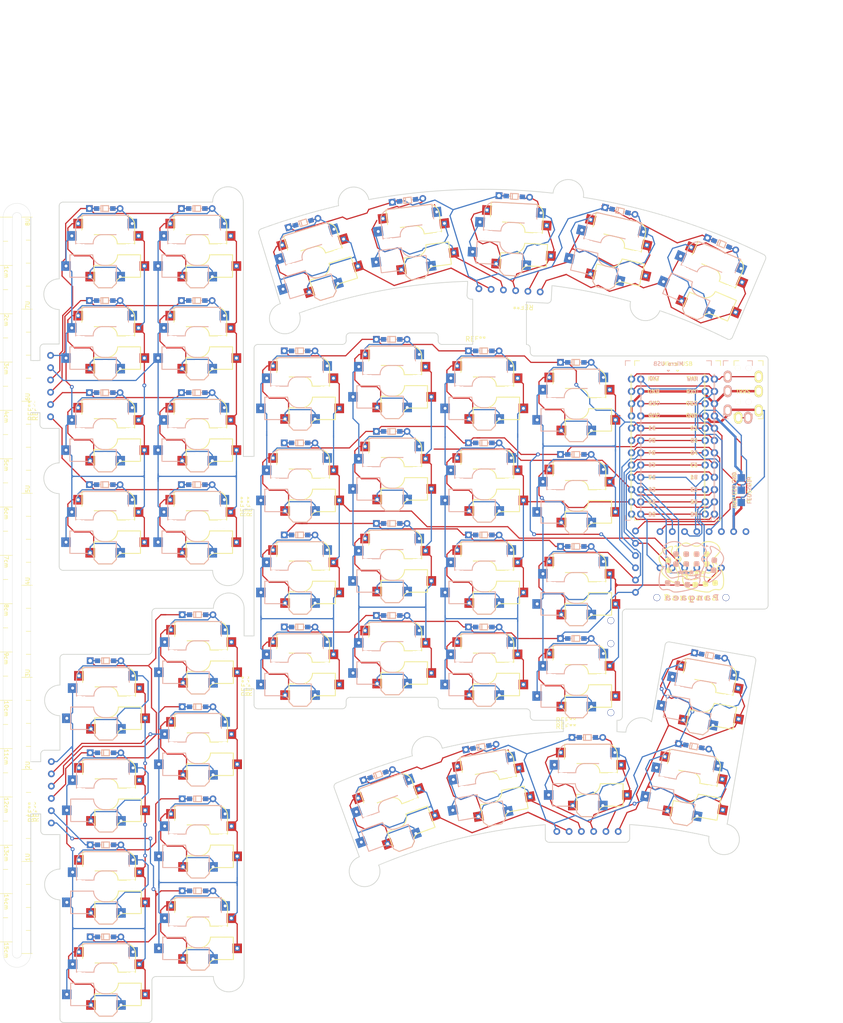
<source format=kicad_pcb>
(kicad_pcb (version 20210228) (generator pcbnew)
  (title_block (rev "1") (company "@e3w2q"))
  (layers (0 "F.Cu" signal) (31 "B.Cu" signal) (34 "B.Paste" user) (35 "F.Paste" user) (36 "B.SilkS" user "B.Silkscreen") (37 "F.SilkS" user "F.Silkscreen") (38 "B.Mask" user) (39 "F.Mask" user) (44 "Edge.Cuts" user))
  (net 0 "")
  (net 1 "GND")
  (net 2 "unconnected-(J1-PadA)")
  (net 3 "data")
  (net 4 "mot")
  (net 5 "ss")
  (net 6 "SCLK")
  (net 7 "MOSI")
  (net 8 "MISO")
  (net 9 "X1")
  (net 10 "Y1")
  (net 11 "X2")
  (net 12 "X3")
  (net 13 "X4")
  (net 14 "X5")
  (net 15 "X6")
  (net 16 "Y2")
  (net 17 "Y3")
  (net 18 "Y4")
  (net 19 "Y5")
  (net 20 "led")
  (net 21 "unconnected-(U1-Pad6)")
  (net 22 "VCC")
  (net 23 "unconnected-(U1-Pad22)")
  (net 24 "Net-(J5-Pad1)")
  (net 25 "Net-(J5-Pad2)")
  (net 26 "Net-(J5-Pad3)")
  (net 27 "Net-(J5-Pad4)")
  (net 28 "Net-(J5-Pad5)")
  (net 29 "Net-(J5-Pad6)")
  (net 30 "Net-(J8-Pad1)")
  (net 31 "Net-(J8-Pad2)")
  (net 32 "Net-(J8-Pad4)")
  (net 33 "Net-(J8-Pad5)")
  (net 34 "Net-(J8-Pad6)")
  (net 35 "Net-(J8-Pad3)")
  (footprint "#footprint:M2_spacer" (layer "F.Cu") (at 185.757763 19.00494 17)
    (fp_text reference "H8" hide)
    (fp_text value "MountingHole" hide)
  )
  (footprint "#footprint:M2_spacer" (layer "F.Cu") (at 64.44875 54.83625)
    (fp_text reference "H13" hide)
    (fp_text value "MountingHole" hide)
  )
  (footprint "#footprint:PinHeader_1x08_P2.54mm_Vertical_rev2" (layer "F.Cu") (at 188.76875 65.87875 90)
    (fp_text reference "J2")
    (fp_text value "Conn_01x08")
  )
  (footprint "#footprint:pangaea_logo" (layer "F.Cu") (at 195.58 74.76875)
    (fp_text reference "G***")
    (fp_text value "LOGO" hide)
  )
  (footprint "#footprint:CherryMX_MidHeight_Choc_Hotswap_Reversible_with_Diode" (layer "F.Cu") (at 171.45 58.1)
    (fp_text reference "SW12" hide)
    (fp_text value "SW_and_D" hide)
  )
  (footprint "#footprint:MJ-4PP-9_reversible" (layer "F.Cu") (at 207.0847 30.5125)
    (fp_text reference "J1")
    (fp_text value "MJ-4PP-9" hide)
  )
  (footprint "#footprint:M2_spacer" (layer "F.Cu") (at 169.791826 -3.82648 17)
    (fp_text reference "H7" hide)
    (fp_text value "MountingHole" hide)
  )
  (footprint "#footprint:M1.4_tapping_Hole_rev2" (layer "F.Cu") (at 188.11875 79.53125)
    (fp_text reference "H15" hide)
    (fp_text value "MountingHole" hide)
  )
  (footprint "#footprint:mousebite" (layer "F.Cu") (at 104.6325 98.15 90)
    (fp_text reference "REF**")
    (fp_text value "mousebite")
  )
  (footprint "#footprint:CherryMX_MidHeight_Choc_Hotswap_Reversible_with_Diode" (layer "F.Cu") (at 73.97375 26.26125)
    (fp_text reference "SW7" hide)
    (fp_text value "SW_and_D" hide)
  )
  (footprint "#footprint:CherryMX_MidHeight_Choc_Hotswap_Reversible_with_Diode" (layer "F.Cu") (at 73.97375 64.36125)
    (fp_text reference "SW19" hide)
    (fp_text value "SW_and_D" hide)
  )
  (footprint "#footprint:M1.4_tapping_Hole_rev2" (layer "F.Cu") (at 178.59375 84.29375)
    (fp_text reference "H15" hide)
    (fp_text value "MountingHole" hide)
  )
  (footprint "#footprint:CherryMX_MidHeight_Choc_Hotswap_Reversible_with_Diode" (layer "F.Cu") (at 93.18625 91.27875)
    (fp_text reference "SW2" hide)
    (fp_text value "SW_and_D" hide)
  )
  (footprint "#footprint:M2_spacer" (layer "F.Cu") (at 123.825 45.0031)
    (fp_text reference "H5" hide)
    (fp_text value "MountingHole" hide)
  )
  (footprint "#footprint:CherryMX_MidHeight_Choc_Hotswap_Reversible_with_Diode" (layer "F.Cu") (at 133.309423 123.893642 20)
    (fp_text reference "SW26" hide)
    (fp_text value "SW_and_D" hide)
  )
  (footprint "#footprint:PinHeader_1x06_P2.54mm_Vertical_rev2" (layer "F.Cu") (at 62.83625 113.47875)
    (fp_text reference "J5")
    (fp_text value "Conn_01x06")
  )
  (footprint "#footprint:M2_spacer" (layer "F.Cu") (at 202.015956 129.526299 20)
    (fp_text reference "H8" hide)
    (fp_text value "MountingHole" hide)
  )
  (footprint "#footprint:CherryMX_MidHeight_Choc_Hotswap_Reversible_with_Diode" (layer "F.Cu") (at 93.18625 110.32875)
    (fp_text reference "SW8" hide)
    (fp_text value "SW_and_D" hide)
  )
  (footprint "#footprint:mousebite" (layer "F.Cu") (at 103.32875 60.995 90)
    (fp_text reference "REF**")
    (fp_text value "mousebite")
  )
  (footprint "#footprint:CherryMX_MidHeight_Choc_Hotswap_Reversible_with_Diode" (layer "F.Cu") (at 171.45 96.2)
    (fp_text reference "SW24" hide)
    (fp_text value "SW_and_D" hide)
  )
  (footprint "#footprint:CherryMX_MidHeight_Choc_Hotswap_Reversible_with_Diode" (layer "F.Cu") (at 198.388206 13.912768 -23)
    (fp_text reference "SW30" hide)
    (fp_text value "SW_and_D" hide)
  )
  (footprint "#footprint:PinHeader_1x06_P2.54mm_Vertical_rev2" (layer "F.Cu") (at 62.67375 29.41125)
    (fp_text reference "J5")
    (fp_text value "Conn_01x06")
  )
  (footprint "#footprint:CherryMX_MidHeight_Choc_Hotswap_Reversible_with_Diode" (layer "F.Cu") (at 194.402203 118.422426 -10)
    (fp_text reference "SW29" hide)
    (fp_text value "SW_and_D" hide)
  )
  (footprint "#footprint:PinHeader_1x06_P2.54mm_Vertical_rev2" (layer "F.Cu") (at 188.7729 73.3798 90)
    (fp_text reference "J7")
    (fp_text value "Conn_01x06")
  )
  (footprint "#footprint:CherryMX_MidHeight_Choc_Hotswap_Reversible_with_Diode" (layer "F.Cu") (at 93.02375 45.31125)
    (fp_text reference "SW14" hide)
    (fp_text value "SW_and_D" hide)
  )
  (footprint "#footprint:M2_spacer" (layer "F.Cu") (at 99.53625 81.75375)
    (fp_text reference "H11" hide)
    (fp_text value "MountingHole" hide)
  )
  (footprint "#footprint:CherryMX_MidHeight_Choc_Hotswap_Reversible_with_Diode" (layer "F.Cu") (at 171.45 39.05)
    (fp_text reference "SW6" hide)
    (fp_text value "SW_and_D" hide)
  )
  (footprint "#footprint:CherryMX_MidHeight_Choc_Hotswap_Reversible_with_Diode" (layer "F.Cu") (at 114.3 74.7687)
    (fp_text reference "SW15" hide)
    (fp_text value "SW_and_D" hide)
  )
  (footprint "#footprint:CherryMX_MidHeight_Choc_Hotswap_Reversible_with_Diode" (layer "F.Cu") (at 74.13625 119.85375)
    (fp_text reference "SW7" hide)
    (fp_text value "SW_and_D" hide)
  )
  (footprint "#footprint:CherryMX_MidHeight_Choc_Hotswap_Reversible_with_Diode" (layer "F.Cu") (at 93.18625 129.37875)
    (fp_text reference "SW14" hide)
    (fp_text value "SW_and_D" hide)
  )
  (footprint "#footprint:mousebite" (layer "F.Cu") (at 60.325 41.11375 90)
    (fp_text reference "REF**")
    (fp_text value "mousebite")
  )
  (footprint "#footprint:M2_spacer" (layer "F.Cu") (at 64.61125 138.90375)
    (fp_text reference "H13" hide)
    (fp_text value "MountingHole" hide)
  )
  (footprint "#footprint:M2_spacer" (layer "F.Cu") (at 207.9625 47.3844)
    (fp_text reference "H1" hide)
    (fp_text value "MountingHole" hide)
  )
  (footprint "#footprint:CherryMX_MidHeight_Choc_Hotswap_Reversible_with_Diode" (layer "F.Cu") (at 93.02375 64.36125)
    (fp_text reference "SW20" hide)
    (fp_text value "SW_and_D" hide)
  )
  (footprint "#footprint:M2_spacer" (layer "F.Cu") (at 99.37375 -2.31375)
    (fp_text reference "H11" hide)
    (fp_text value "MountingHole" hide)
  )
  (footprint "#footprint:M2_spacer" (layer "F.Cu") (at 161.925 85.4844)
    (fp_text reference "H3" hide)
    (fp_text value "MountingHole" hide)
  )
  (footprint "#footprint:StripLED_rev3" (layer "F.Cu") (at 205.5813 57.3062)
    (fp_text reference "J3" hide)
    (fp_text value "Conn_01x03" hide)
  )
  (footprint "#footprint:CherryMX_MidHeight_Choc_Hotswap_Reversible_with_Diode" (layer "F.Cu") (at 133.35 72.3875)
    (fp_text reference "SW16" hide)
    (fp_text value "SW_and_D" hide)
  )
  (footprint "#footprint:CherryMX_MidHeight_Choc_Hotswap_Reversible_with_Diode" (layer "F.Cu") (at 74.13625 138.90375)
    (fp_text reference "SW13" hide)
    (fp_text value "SW_and_D" hide)
  )
  (footprint "#footprint:CherryMX_MidHeight_Choc_Hotswap_Reversible_with_Diode" (layer "F.Cu") (at 74.13625 100.80375)
    (fp_text reference "SW1" hide)
    (fp_text value "SW_and_D" hide)
  )
  (footprint "#footprint:CherryMX_MidHeight_Choc_Hotswap_Reversible_with_Diode" (layer "F.Cu") (at 152.4 36.6687)
    (fp_text reference "SW5" hide)
    (fp_text value "SW_and_D" hide)
  )
  (footprint "#footprint:CherryMX_MidHeight_Choc_Hotswap_Reversible_with_Diode" (layer "F.Cu") (at 152.4 74.7687)
    (fp_text reference "SW17" hide)
    (fp_text value "SW_and_D" hide)
  )
  (footprint "#footprint:CherryMX_MidHeight_Choc_Hotswap_Reversible_with_Diode" (layer "F.Cu") (at 117.44018 9.784181 17)
    (fp_text reference "SW26" hide)
    (fp_text value "SW_and_D" hide)
  )
  (footprint "#footprint:CherryMX_MidHeight_Choc_Hotswap_Reversible_with_Diode" (layer "F.Cu") (at 158.284072 4.699925 -3)
    (fp_text reference "SW28" hide)
    (fp_text value "SW_and_D" hide)
  )
  (footprint "#footprint:M2_spacer" (layer "F.Cu") (at 140.626404 111.420143 20)
    (fp_text reference "H10" hide)
    (fp_text value "MountingHole" hide)
  )
  (footprint "#footprint:M2_spacer" (layer "F.Cu") (at 64.61125 100.80375)
    (fp_text reference "H14" hide)
    (fp_text value "MountingHole" hide)
  )
  (footprint "#footprint:PinHeader_1x06_P2.54mm_Vertical_rev2" (layer "F.Cu") (at 167.419847 127.936717 90)
    (fp_text reference "J8")
    (fp_text value "Conn_01x06")
  )
  (footprint "#footprint:CherryMX_MidHeight_Choc_Hotswap_Reversible_with_Diode" (layer "F.Cu") (at 152.4 93.8187)
    (fp_text reference "SW23" hide)
    (fp_text value "SW_and_D" hide)
  )
  (footprint "#footprint:M2_spacer" (layer "F.Cu") (at 125.399945 -2.289282 17)
    (fp_text reference "H10" hide)
    (fp_text value "MountingHole" hide)
  )
  (footprint "#footprint:PinHeader_1x06_P2.54mm_Vertical_rev2" (layer "F.Cu") (at 183.7 65.75)
    (fp_text reference "J6")
    (fp_text value "Conn_01x06")
  )
  (footprint "#footprint:CherryMX_MidHeight_Choc_Hotswap_Reversible_with_Diode" (layer "F.Cu") (at 133.35 34.2875)
    (fp_text reference "SW4" hide)
    (fp_text value "SW_and_D" hide)
  )
  (footprint "#footprint:mousebite" (layer "F.Cu") (at 169.02375 107.01125)
    (fp_text reference "REF**")
    (fp_text value "mousebite")
  )
  (footprint "#footprint:mousebite" (layer "F.Cu") (at 103.52125 98.15 90)
    (fp_text reference "REF**")
    (fp_text value "mousebite")
  )
  (footprint "#footprint:CherryMX_MidHeight_Choc_Hotswap_Reversible_with_Diode" (layer "F.Cu") (at 114.3 93.8187)
    (fp_text reference "SW21" hide)
    (fp_text value "SW_and_D" hide)
  )
  (footprint "#footprint:CherryMX_MidHeight_Choc_Hotswap_Reversible_with_Diode" (layer "F.Cu") (at 114.3 36.6687)
    (fp_text reference "SW3" hide)
    (fp_text value "SW_and_D" hide)
  )
  (footprint "#footprint:CherryMX_MidHeight_Choc_Hotswap_Reversible_with_Diode" (layer "F.Cu") (at 178.735576 7.517813 -13)
    (fp_text reference "SW29" hide)
    (fp_text value "SW_and_D" hide)
  )
  (footprint "#footprint:CherryMX_MidHeight_Choc_Hotswap_Reversible_with_Diode" (layer "F.Cu") (at 133.35 53.3375)
    (fp_text reference "SW10" hide)
    (fp_text value "SW_and_D" hide)
  )
  (footprint "#footprint:CherryMX_MidHeight_Choc_Hotswap_Reversible_with_Diode" (layer "F.Cu") (at 73.97375 45.31125)
    (fp_text reference "SW13" hide)
    (fp_text value "SW_and_D" hide)
  )
  (footprint "#footprint:M2_spacer" (layer "F.Cu") (at 99.53625 157.95375)
    (fp_text reference "H12" hide)
    (fp_text value "MountingHole" hide)
  )
  (footprint "#footprint:CherryMX_MidHeight_Choc_Hotswap_Reversible_with_Diode" (layer "F.Cu") (at 114.3 55.7187)
    (fp_text reference "SW9" hide)
    (fp_text value "SW_and_D" hide)
  )
  (footprint "#footprint:CherryMX_MidHeight_Choc_Hotswap_Reversible_with_Diode" (layer "F.Cu") (at 73.97375 7.21125)
    (fp_text reference "SW1" hide)
    (fp_text value "SW_and_D" hide)
  )
  (footprint "#footprint:M2_spacer" (layer "F.Cu") (at 184.876996 107.561761 20)
    (fp_text reference "H7" hide)
    (fp_text value "MountingHole" hide)
  )
  (footprint "#footprint:M2_spacer" (layer "F.Cu") (at 161.925 47.3844)
    (fp_text reference "H6" hide)
    (fp_text value "MountingHole" hide)
  )
  (footprint "#footprint:CherryMX_MidHeight_Choc_Hotswap_Reversible_with_Diode" (layer "F.Cu") (at 197.691216 99.613287 -10)
    (fp_text reference "SW30" hide)
    (fp_text value "SW_and_D" hide)
  )
  (footprint "#footprint:CherryMX_MidHeight_Choc_Hotswap_Reversible_with_Diode" (layer "F.Cu") (at 74.13625 157.95375)
    (fp_text reference "SW19" hide)
    (fp_text value "SW_and_D" hide)
  )
  (footprint "#footprint:mousebite" (layer "F.Cu") (at 60.5 124.185 90)
    (fp_text reference "REF**")
    (fp_text value "mousebite")
  )
  (footprint "#footprint:CherryMX_MidHeight_Choc_Hotswap_Reversible_with_Diode" (layer "F.Cu") (at 93.02375 26.26125)
    (fp_text reference "SW8" hide)
    (fp_text value "SW_and_D" hide)
  )
  (footprint "#footprint:M2_spacer" (layer "F.Cu") (at 207.9625 78.73745)
    (fp_text reference "H2" hide)
    (fp_text value "MountingHole" hide)
  )
  (footprint "#footprint:CherryMX_MidHeight_Choc_Hotswap_Reversible_with_Diode" (layer "F.Cu") (at 137.624372 5.443947 7)
    (fp_text reference "SW27" hide)
    (fp_text value "SW_and_D" hide)
  )
  (footprint "#footprint:mousebite" (layer "F.Cu") (at 59.38875 124.22875 90)
    (fp_text reference "REF**")
    (fp_text value "mousebite")
  )
  (footprint "#footprint:PinHeader_1x06_P2.54mm_Vertical_rev2" (layer "F.Cu") (at 151.292259 15.606917 87)
    (fp_text reference "J8")
    (fp_text value "Conn_01x06")
  )
  (footprint "#footprint:M2_spacer" (layer "F.Cu") (at 123.825 83.1031)
    (fp_text reference "H4" hide)
    (fp_text value "MountingHole" hide)
  )
  (footprint "#footprint:mousebite" (layer "F.Cu") (at 104.6325 60.995 90)
    (fp_text reference "REF**")
    (fp_text value "mousebite")
  )
  (footprint "#footprint:M2_spacer" (layer "F.Cu") (at 99.37375 73.88625)
    (fp_text reference "H12" hide)
    (fp_text value "MountingHole" hide)
  )
  (footprint "#footprint:CherryMX_MidHeight_Choc_Hotswap_Reversible_with_Diode" (layer "F.Cu") (at 171.45 77.15)
    (fp_text reference "SW18" hide)
    (fp_text value "SW_and_D" hide)
  )
  (footprint "#footprint:mousebite" (layer "F.Cu") (at 150.33625 26.82625)
    (fp_text reference "REF**")
    (fp_text value "mousebite")
  )
  (footprint "#footprint:mousebite" (layer "F.Cu") (at 160.81375 18.57125 177)
    (fp_text reference "REF**")
    (fp_text value "mousebite")
  )
  (footprint "#footprint:mousebite" (layer "F.Cu") (at 169.02375 105.74125)
    (fp_text reference "REF**")
    (fp_text value "mousebite")
  )
  (footprint "#footprint:CherryMX_MidHeight_Choc_Hotswap_Reversible_with_Diode" (layer "F.Cu") (at 153.238803 118.502997 10)
    (fp_text reference "SW27" hide)
    (fp_text value "SW_and_D" hide)
  )
  (footprint "#footprint:mousebite" (layer "F.Cu") (at 59.3725 41.11375 90)
    (fp_text reference "REF**")
    (fp_text value "mousebite")
  )
  (footprint "#footprint:M2_spacer" (layer "F.Cu") (at 64.44875 16.73625)
    (fp_text reference "H14" hide)
    (fp_text value "MountingHole" hide)
  )
  (footprint "#footprint:CherryMX_MidHeight_Choc_Hotswap_Reversible_with_Diode" (layer "F.Cu") (at 152.4 55.7187)
    (fp_text reference "SW11" hide)
    (fp_text value "SW_and_D" hide)
  )
  (footprint "#footprint:M1.4_tapping_Hole_rev2" (layer "F.Cu") (at 202.40625 79.53125)
    (fp_text reference "H15" hide)
    (fp_text value "MountingHole" hide)
  )
  (footprint "#footprint:M2_spacer" (layer "F.Cu") (at 111.136304 21.743523 17)
    (fp_text reference "H9" hide)
    (fp_text value "MountingHole" hide)
  )
  (footprint "#footprint:M2_spacer" (layer "F.Cu") (at 127.64009 136.166513 20)
    (fp_text reference "H9" hide)
    (fp_text value "MountingHole" hide)
  )
  (footprint "#footprint:M1.4_tapping_Hole_rev2" (layer "F.Cu") (at 178.59375 103.34375)
    (fp_text reference "H17" hide)
    (fp_text value "MountingHole" hide)
  )
  (footprint "#footprint:CherryMX_MidHeight_Choc_Hotswap_Reversible_with_Diode" (layer "F.Cu") (at 133.35 91.4375)
    (fp_text reference "SW22" hide)
    (fp_text value "SW_and_D" hide)
  )
  (footprint "#footprint:M1.4_tapping_Hole_rev2" (layer "F.Cu") (at 178.59375 89.05625)
    (fp_text reference "H16" hide)
    (fp_text value "MountingHole" hide)
  )
  (footprint "#footprint:CherryMX_MidHeight_Choc_Hotswap_Reversible_with_Diode" (layer "F.Cu") (at 93.02375 7.21125)
    (fp_text reference "SW2" hide)
    (fp_text value "SW_and_D" hide)
  )
  (footprint "#footprint:CherryMX_MidHeight_Choc_Hotswap_Reversible_with_Diode" (layer "F.Cu") (at 93.18625 148.42875)
    (fp_text reference "SW20" hide)
    (fp_text value "SW_and_D" hide)
  )
  (footprint "#footprint:CherryMX_MidHeight_Choc_Hotswap_Reversible_with_Diode" (layer "F.Cu") (at 173.83125 116.67875)
    (fp_text reference "SW28" hide)
    (fp_text value "SW_and_D" hide)
  )
  (footprint "#footprint:StripLED_rev3" (layer "B.Cu") (at 205.5813 57.3062)
    (fp_text reference "J4" hide)
    (fp_text value "Conn_01x03" hide)
  )
  (footprint "#footprint:pangaea_logo" (layer "B.Cu") (at 194.923676 74.76875 180)
    (fp_text reference "G***")
    (fp_text value "LOGO" hide)
  )
  (footprint "#footprint:ArduinoProMicro_ConThrough_Reversible" (layer "B.Cu") (at 190.5 48.292 -90)
    (fp_text reference "U1" hide)
    (fp_text value "ProMicro/BLEMicroPro")
  )
  (gr_line (start 58.57875 119.85375) (end 57.62625 119.85375) (layer "F.SilkS") (width 0.12))
  (gr_line (start 58.57875 105.56625) (end 57.62625 105.56625) (layer "F.SilkS") (width 0.12))
  (gr_line (start 58.57875 100.80375) (end 57.62625 100.80375) (layer "F.SilkS") (width 0.12))
  (gr_line (start 54.76875 80.79125) (end 52.26875 80.79125) (layer "F.SilkS") (width 0.12))
  (gr_line (start 58.57875 34.12875) (end 57.62625 34.12875) (layer "F.SilkS") (width 0.12))
  (gr_line (start 58.57875 67.46625) (end 57.62625 67.46625) (layer "F.SilkS") (width 0.12))
  (gr_line (start 58.57875 124.61625) (end 57.62625 124.61625) (layer "F.SilkS") (width 0.12))
  (gr_line (start 52.86375 5.79125) (end 53.81625 5.79125) (layer "F.SilkS") (width 0.12))
  (gr_line (start 52.86375 25.79125) (end 53.81625 25.79125) (layer "F.SilkS") (width 0.12))
  (gr_line (start 58.57875 110.32875) (end 57.62625 110.32875) (layer "F.SilkS") (width 0.12))
  (gr_line (start 54.76875 30.79125) (end 52.26875 30.79125) (layer "F.SilkS") (width 0.12))
  (gr_line (start 52.86375 45.79125) (end 53.81625 45.79125) (layer "F.SilkS") (width 0.12))
  (gr_line (start 54.76875 20.79125) (end 52.26875 20.79125) (layer "F.SilkS") (width 0.12))
  (gr_line (start 58.57875 29.36625) (end 57.62625 29.36625) (layer "F.SilkS") (width 0.12))
  (gr_line (start 54.76875 60.79125) (end 52.26875 60.79125) (layer "F.SilkS") (width 0.12))
  (gr_line (start 58.89625 38.89125) (end 56.67375 38.89125) (layer "F.SilkS") (width 0.12))
  (gr_line (start 52.86375 135.79125) (end 53.81625 135.79125) (layer "F.SilkS") (width 0.12))
  (gr_line (start 58.57875 53.17875) (end 57.62625 53.17875) (layer "F.SilkS") (width 0.12))
  (gr_line (start 52.86375 95.79125) (end 53.81625 95.79125) (layer "F.SilkS") (width 0.12))
  (gr_line (start 54.76875 130.79125) (end 52.26875 130.79125) (layer "F.SilkS") (width 0.12))
  (gr_line (start 52.86375 125.79125) (end 53.81625 125.79125) (layer "F.SilkS") (width 0.12))
  (gr_line (start 58.89625 76.99125) (end 56.67375 76.99125) (layer "F.SilkS") (width 0.12))
  (gr_line (start 54.76875 100.79125) (end 52.26875 100.79125) (layer "F.SilkS") (width 0.12))
  (gr_line (start 54.76875 110.79125) (end 52.26875 110.79125) (layer "F.SilkS") (width 0.12))
  (gr_line (start 58.89625 134.14125) (end 56.67375 134.14125) (layer "F.SilkS") (width 0.12))
  (gr_line (start 54.76875 0.79125) (end 52.26875 0.79125) (layer "F.SilkS") (width 0.12))
  (gr_line (start 52.86375 145.79125) (end 53.81625 145.79125) (layer "F.SilkS") (width 0.12))
  (gr_line (start 54.76875 140.79125) (end 52.26875 140.79125) (layer "F.SilkS") (width 0.12))
  (gr_line (start 54.76875 40.79125) (end 52.26875 40.79125) (layer "F.SilkS") (width 0.12))
  (gr_line (start 58.57875 148.42875) (end 57.62625 148.42875) (layer "F.SilkS") (width 0.12))
  (gr_line (start 58.57875 129.37875) (end 57.62625 129.37875) (layer "F.SilkS") (width 0.12))
  (gr_line (start 52.86375 65.79125) (end 53.81625 65.79125) (layer "F.SilkS") (width 0.12))
  (gr_line (start 54.76875 50.79125) (end 52.26875 50.79125) (layer "F.SilkS") (width 0.12))
  (gr_line (start 58.57875 15.07875) (end 57.62625 15.07875) (layer "F.SilkS") (width 0.12))
  (gr_line (start 52.86375 75.79125) (end 53.81625 75.79125) (layer "F.SilkS") (width 0.12))
  (gr_line (start 58.57875 5.55375) (end 57.62625 5.55375) (layer "F.SilkS") (width 0.12))
  (gr_line (start 54.76875 90.79125) (end 52.26875 90.79125) (layer "F.SilkS") (width 0.12))
  (gr_line (start 58.57875 24.60375) (end 57.62625 24.60375) (layer "F.SilkS") (width 0.12))
  (gr_line (start 58.57875 72.22875) (end 57.62625 72.22875) (layer "F.SilkS") (width 0.12))
  (gr_line (start 58.89625 19.84125) (end 56.67375 19.84125) (layer "F.SilkS") (width 0.12))
  (gr_line (start 54.76875 120.79125) (end 52.26875 120.79125) (layer "F.SilkS") (width 0.12))
  (gr_line (start 54.76875 150.79125) (end 52.26875 150.79125) (layer "F.SilkS") (width 0.12))
  (gr_line (start 58.57875 86.51625) (end 57.62625 86.51625) (layer "F.SilkS") (width 0.12))
  (gr_line (start 52.86375 55.79125) (end 53.81625 55.79125) (layer "F.SilkS") (width 0.12))
  (gr_line (start 58.57875 91.27875) (end 57.62625 91.27875) (layer "F.SilkS") (width 0.12))
  (gr_line (start 58.89625 153.19125) (end 56.67375 153.19125) (layer "F.SilkS") (width 0.12))
  (gr_line (start 52.86375 35.79125) (end 53.81625 35.79125) (layer "F.SilkS") (width 0.12))
  (gr_line (start 54.76875 70.79125) (end 52.26875 70.79125) (layer "F.SilkS") (width 0.12))
  (gr_line (start 58.89625 57.94125) (end 56.67375 57.94125) (layer "F.SilkS") (width 0.12))
  (gr_line (start 58.89625 115.09125) (end 56.67375 115.09125) (layer "F.SilkS") (width 0.12))
  (gr_line (start 58.57875 81.75375) (end 57.62625 81.75375) (layer "F.SilkS") (width 0.12))
  (gr_line (start 54.76875 10.79125) (end 52.26875 10.79125) (layer "F.SilkS") (width 0.12))
  (gr_line (start 58.57875 43.65375) (end 57.62625 43.65375) (layer "F.SilkS") (width 0.12))
  (gr_line (start 52.86375 115.79125) (end 53.81625 115.79125) (layer "F.SilkS") (width 0.12))
  (gr_line (start 58.89625 0.79125) (end 56.67375 0.79125) (layer "F.SilkS") (width 0.12))
  (gr_line (start 58.89625 96.04125) (end 56.67375 96.04125) (layer "F.SilkS") (width 0.12))
  (gr_line (start 58.57875 48.41625) (end 57.62625 48.41625) (layer "F.SilkS") (width 0.12))
  (gr_line (start 58.57875 143.66625) (end 57.62625 143.66625) (layer "F.SilkS") (width 0.12))
  (gr_line (start 52.86375 15.79125) (end 53.81625 15.79125) (layer "F.SilkS") (width 0.12))
  (gr_line (start 58.57875 138.90375) (end 57.62625 138.90375) (layer "F.SilkS") (width 0.12))
  (gr_line (start 58.57875 10.31625) (end 57.62625 10.31625) (layer "F.SilkS") (width 0.12))
  (gr_line (start 58.57875 62.70375) (end 57.62625 62.70375) (layer "F.SilkS") (width 0.12))
  (gr_line (start 52.86375 105.79125) (end 53.81625 105.79125) (layer "F.SilkS") (width 0.12))
  (gr_line (start 52.86375 85.79125) (end 53.81625 85.79125) (layer "F.SilkS") (width 0.12))
  (gr_line (start 181.76875 81.9125) (end 210.34375 81.9125) (layer "Edge.Cuts") (width 0.15))
  (gr_arc (start 151.831284 127.734803) (end 202.713833 26.014923) (angle -7.641397637) (layer "Edge.Cuts") (width 0.15))
  (gr_line (start 60.48375 30.4775) (end 58.57875 30.4775) (layer "Edge.Cuts") (width 0.15))
  (gr_line (start 166.272714 17.840623) (end 166.422013 14.963839) (layer "Edge.Cuts") (width 0.15))
  (gr_arc (start 99.53625 157.95375) (end 96.36125 157.95375) (angle -180) (layer "Edge.Cuts") (width 0.15))
  (gr_arc (start 181.702925 129.383345) (end 181.702924 130.177096) (angle -90) (layer "Edge.Cuts") (width 0.15))
  (gr_line (start 102.5525 50.32125) (end 104.775 50.32125) (layer "Edge.Cuts") (width 0.15))
  (gr_line (start 210.607676 9.515497) (end 203.731913 25.689517) (layer "Edge.Cuts") (width 0.15))
  (gr_arc (start 153.785851 132.800865) (end 106.293794 3.201091) (angle 6.925003435) (layer "Edge.Cuts") (width 0.15))
  (gr_arc (start 161.13125 27.9375) (end 161.925 27.9375) (angle -90) (layer "Edge.Cuts") (width 0.15))
  (gr_line (start 202.65187 126.448543) (end 208.592655 92.628357) (layer "Edge.Cuts") (width 0.15))
  (gr_arc (start 55.72125 0.79125) (end 56.67375 0.79125) (angle -180) (layer "Edge.Cuts") (width 0.05))
  (gr_line (start 102.71125 98.4225) (end 104.775 98.4225) (layer "Edge.Cuts") (width 0.15))
  (gr_line (start 126.554193 133.183036) (end 121.359377 118.920289) (layer "Edge.Cuts") (width 0.15))
  (gr_arc (start 127.642238 136.172414) (end 126.554193 133.183036) (angle -273.5865894) (layer "Edge.Cuts") (width 0.15))
  (gr_arc (start 143.66875 101.75625) (end 142.875 101.75625) (angle -90) (layer "Edge.Cuts") (width 0.15))
  (gr_line (start 64.61125 103.97875) (end 64.61125 111.1225) (layer "Edge.Cuts") (width 0.15))
  (gr_line (start 64.61125 92.0725) (end 64.61125 97.62875) (layer "Edge.Cuts") (width 0.15))
  (gr_line (start 182.496675 129.383346) (end 182.49521 126.50269) (layer "Edge.Cuts") (width 0.15))
  (gr_line (start 102.71125 87.46875) (end 104.775 87.46875) (layer "Edge.Cuts") (width 0.15))
  (gr_arc (start 176.043479 244.839551) (end 121.83378 117.90293) (angle 6.925003435) (layer "Edge.Cuts") (width 0.15))
  (gr_arc (start 84.4425 158.76) (end 84.4425 157.96625) (angle -90) (layer "Edge.Cuts") (width 0.15))
  (gr_line (start 60.6425 113.50375) (end 58.57875 113.50375) (layer "Edge.Cuts") (width 0.15))
  (gr_arc (start 82.855 90.4975) (end 82.855 91.29125) (angle -90) (layer "Edge.Cuts") (width 0.15))
  (gr_line (start 180.975 104.1375) (end 180.975 82.70625) (layer "Edge.Cuts") (width 0.15))
  (gr_arc (start 142.08125 25.55625) (end 142.875 25.55625) (angle -90) (layer "Edge.Cuts") (width 0.15))
  (gr_arc (start 111.138141 21.749528) (end 110.208039 18.707302) (angle -273.5865894) (layer "Edge.Cuts") (width 0.15))
  (gr_line (start 61.27375 44.5175) (end 64.44875 44.5175) (layer "Edge.Cuts") (width 0.15))
  (gr_line (start 189.835397 89.270833) (end 187.012446 105.242243) (layer "Edge.Cuts") (width 0.15))
  (gr_line (start 210.34375 29.525) (end 162.71875 29.525) (layer "Edge.Cuts") (width 0.15))
  (gr_line (start 83.64875 82.56) (end 83.64875 90.4975) (layer "Edge.Cuts") (width 0.15))
  (gr_line (start 102.5525 50.32125) (end 102.54875 -2.31375) (layer "Edge.Cuts") (width 0.15))
  (gr_arc (start 210.34375 81.11875) (end 210.34375 81.9125) (angle -90) (layer "Edge.Cuts") (width 0.15))
  (gr_arc (start 124.61875 25.55625) (end 124.61875 24.7625) (angle -90) (layer "Edge.Cuts") (width 0.15))
  (gr_line (start 64.44875 44.5175) (end 64.44875 51.66125) (layer "Edge.Cuts") (width 0.15))
  (gr_line (start 168.75125 104.93125) (end 168.752923 107.276628) (layer "Edge.Cuts") (width 0.15))
  (gr_arc (start 209.869419 9.237626) (end 210.607676 9.515497) (angle -81.65143666) (layer "Edge.Cuts") (width 0.15))
  (gr_arc (start 64.61125 138.90375) (end 64.61125 135.72875) (angle -180) (layer "Edge.Cuts") (width 0.15))
  (gr_line (start 149.585266 17.760911) (end 150.01875 17.781216) (layer "Edge.Cuts") (width 0.15))
  (gr_line (start 83.64875 166.6975) (end 83.64875 158.76) (layer "Edge.Cuts") (width 0.15))
  (gr_arc (start 84.4425 82.56) (end 84.4425 81.76625) (angle -90) (layer "Edge.Cuts") (width 0.15))
  (gr_line (start 123.825 26.35) (end 123.825 25.55625) (layer "Edge.Cuts") (width 0.15))
  (gr_arc (start 105.56875 101.75625) (end 104.775 101.75625) (angle -90) (layer "Edge.Cuts") (width 0.15))
  (gr_line (start 105.56875 27.14375) (end 123.03125 27.14375) (layer "Edge.Cuts") (width 0.15))
  (gr_line (start 58.57875 30.4775) (end 58.57875 0.79125) (layer "Edge.Cuts") (width 0.15))
  (gr_line (start 60.48375 30.4775) (end 60.48 27.84875) (layer "Edge.Cuts") (width 0.15))
  (gr_arc (start 185.763212 19.036222) (end 188.736032 20.152242) (angle 173.3754015) (layer "Edge.Cuts") (width 0.15))
  (gr_line (start 104.775 87.46875) (end 104.775 61.275) (layer "Edge.Cuts") (width 0.15))
  (gr_line (start 65.405 167.47875) (end 82.855 167.49125) (layer "Edge.Cuts") (width 0.15))
  (gr_arc (start 184.864756 107.573446) (end 187.012446 105.242243) (angle -129.3024341) (layer "Edge.Cuts") (width 0.15))
  (gr_arc (start 55.72125 153.19125) (end 56.67375 153.19125) (angle 180) (layer "Edge.Cuts") (width 0.05))
  (gr_arc (start 61.27375 43.72375) (end 60.48 43.72375) (angle -90) (layer "Edge.Cuts") (width 0.15))
  (gr_line (start 102.5525 61.275) (end 102.54875 73.88625) (layer "Edge.Cuts") (width 0.15))
  (gr_arc (start 162.71875 28.73125) (end 162.71875 29.525) (angle 90) (layer "Edge.Cuts") (width 0.15))
  (gr_arc (start 123.03125 26.35) (end 123.825 26.35) (angle 90) (layer "Edge.Cuts") (width 0.15))
  (gr_arc (start 165.827925 129.383346) (end 165.034175 129.383346) (angle -90) (layer "Edge.Cuts") (width 0.15))
  (gr_arc (start 174.08343 239.059974) (end 165.027661 126.534918) (angle -18.07755495) (layer "Edge.Cuts") (width 0.15))
  (gr_arc (start 161.13125 103.34375) (end 161.925 103.34375) (angle -90) (layer "Edge.Cuts") (width 0.15))
  (gr_arc (start 181.76875 82.70625) (end 181.76875 81.9125) (angle -90) (layer "Edge.Cuts") (width 0.15))
  (gr_arc (start 123.03125 101.75625) (end 123.825 101.75625) (angle 90) (layer "Edge.Cuts") (width 0.15))
  (gr_line (start 56.67375 0.79125) (end 56.67375 153.19125) (layer "Edge.Cuts") (width 0.05))
  (gr_line (start 64.44875 27.055) (end 61.27375 27.055) (layer "Edge.Cuts") (width 0.15))
  (gr_line (start 208.0279 91.76532) (end 190.698434 88.706078) (layer "Edge.Cuts") (width 0.15))
  (gr_arc (start 210.34375 30.31875) (end 210.34375 29.525) (angle 90) (layer "Edge.Cuts") (width 0.15))
  (gr_arc (start 105.56875 27.9375) (end 104.775 27.9375) (angle 90) (layer "Edge.Cuts") (width 0.15))
  (gr_arc (start 207.810812 92.523679) (end 208.592655 92.628357) (angle -81.65143666) (layer "Edge.Cuts") (width 0.15))
  (gr_arc (start 125.385509 -2.245589) (end 128.519031 -2.841636) (angle -181.2821202) (layer "Edge.Cuts") (width 0.15))
  (gr_arc (start 152.130968 126.926629) (end 148.976716 14.081842) (angle -18.07755495) (layer "Edge.Cuts") (width 0.15))
  (gr_line (start 60.6425 124.29875) (end 58.57875 124.29875) (layer "Edge.Cuts") (width 0.15))
  (gr_line (start 150.01875 27.14375) (end 143.66875 27.14375) (layer "Edge.Cuts") (width 0.15))
  (gr_line (start 165.827925 130.177096) (end 181.702924 130.177096) (layer "Edge.Cuts") (width 0.15))
  (gr_arc (start 152.146625 126.784714) (end 210.251536 8.547539) (angle -17.09920529) (layer "Edge.Cuts") (width 0.15))
  (gr_line (start 123.825 101.75625) (end 123.825 100.9625) (layer "Edge.Cuts") (width 0.15))
  (gr_arc (start 180.18125 104.1375) (end 180.975 104.1375) (angle 90) (layer "Edge.Cuts") (width 0.15))
  (gr_arc (start 165.480052 17.799081) (end 165.438509 18.591743) (angle -90) (layer "Edge.Cuts") (width 0.15))
  (gr_arc (start 203.062215 25.349577) (end 203.731913 25.689517) (angle 90.72453768) (layer "Edge.Cuts") (width 0.15))
  (gr_arc (start 61.43625 127.79125) (end 60.6425 127.79125) (angle -90) (layer "Edge.Cuts") (width 0.15))
  (gr_line (start 161.925 103.34375) (end 161.925 104.1375) (layer "Edge.Cuts") (width 0.15))
  (gr_line (start 64.44875 -1.52) (end 64.44875 13.56125) (layer "Edge.Cuts") (width 0.15))
  (gr_arc (start 202.019399 129.556536) (end 202.65187 126.448543) (angle 269.4491822) (layer "Edge.Cuts") (width 0.15))
  (gr_arc (start 162.71875 104.1375) (end 162.71875 104.93125) (angle 90) (layer "Edge.Cuts") (width 0.15))
  (gr_line (start 148.976716 14.081842) (end 148.834146 16.926706) (layer "Edge.Cuts") (width 0.15))
  (gr_line (start 179.86375 104.93125) (end 179.862076 107.295956) (layer "Edge.Cuts") (width 0.15))
  (gr_line (start 150.01875 27.14375) (end 150.01875 17.781216) (layer "Edge.Cuts") (width 0.15))
  (gr_line (start 58.57875 124.29875) (end 58.57875 153.19125) (layer "Edge.Cuts") (width 0.15))
  (gr_line (start 60.6425 113.50375) (end 60.6425 111.91625) (layer "Edge.Cuts") (width 0.15))
  (gr_line (start 102.5525 61.275) (end 104.775 61.275) (layer "Edge.Cuts") (width 0.15))
  (gr_line (start 102.71125 98.4225) (end 102.71125 157.95375) (layer "Edge.Cuts") (width 0.15))
  (gr_line (start 52.86375 153.19125) (end 52.86375 0.79125) (layer "Edge.Cuts") (width 0.05))
  (gr_line (start 104.775 50.32125) (end 104.775 27.9375) (layer "Edge.Cuts") (width 0.15))
  (gr_arc (start 61.27375 27.84875) (end 61.27375 27.055) (angle -90) (layer "Edge.Cuts") (width 0.15))
  (gr_arc (start 65.2425 -1.52) (end 65.2425 -2.31375) (angle -90) (layer "Edge.Cuts") (width 0.15))
  (gr_arc (start 65.405 166.685) (end 64.61125 166.685) (angle -90) (layer "Edge.Cuts") (width 0.15))
  (gr_arc (start 122.105258 118.64881) (end 121.359377 118.920289) (angle 90) (layer "Edge.Cuts") (width 0.15))
  (gr_line (start 161.13125 18.368814) (end 165.438509 18.591743) (layer "Edge.Cuts") (width 0.15))
  (gr_line (start 104.775 98.4225) (end 104.775 101.75625) (layer "Edge.Cuts") (width 0.15))
  (gr_line (start 179.86375 104.93125) (end 180.18125 104.93125) (layer "Edge.Cuts") (width 0.15))
  (gr_arc (start 142.08125 100.9625) (end 142.08125 100.16875) (angle 90) (layer "Edge.Cuts") (width 0.15))
  (gr_line (start 110.208039 18.707302) (end 105.766796 4.192226) (layer "Edge.Cuts") (width 0.15))
  (gr_line (start 82.855 91.29125) (end 65.405 91.27875) (layer "Edge.Cuts") (width 0.15))
  (gr_line (start 105.56875 102.55) (end 123.03125 102.55) (layer "Edge.Cuts") (width 0.15))
  (gr_arc (start 173.82861 237.499517) (end 143.712307 110.705307) (angle 11.12928092) (layer "Edge.Cuts") (width 0.15))
  (gr_arc (start 99.37375 -2.31375) (end 102.54875 -2.31375) (angle -180) (layer "Edge.Cuts") (width 0.15))
  (gr_line (start 142.875 100.9625) (end 142.875 101.75625) (layer "Edge.Cuts") (width 0.15))
  (gr_line (start 96.36125 81.75375) (end 84.4425 81.76625) (layer "Edge.Cuts") (width 0.15))
  (gr_line (start 161.925 27.9375) (end 161.925 28.73125) (layer "Edge.Cuts") (width 0.15))
  (gr_line (start 102.71125 87.46875) (end 102.71125 81.75375) (layer "Edge.Cuts") (width 0.15))
  (gr_line (start 161.13125 27.14375) (end 161.13125 18.368814) (layer "Edge.Cuts") (width 0.15))
  (gr_line (start 65.2425 73.88625) (end 96.19875 73.88625) (layer "Edge.Cuts") (width 0.15))
  (gr_line (start 64.44875 58.01125) (end 64.44875 73.0925) (layer "Edge.Cuts") (width 0.15))
  (gr_arc (start 153.197027 121.619011) (end 182.681494 18.270608) (angle -8.854561437) (layer "Edge.Cuts") (width 0.15))
  (gr_arc (start 190.593756 89.487921) (end 190.698434 88.706078) (angle -81.65143666) (layer "Edge.Cuts") (width 0.15))
  (gr_line (start 181.700464 107.388151) (end 179.862076 107.295956) (layer "Edge.Cuts") (width 0.15))
  (gr_arc (start 65.2425 73.0925) (end 64.44875 73.0925) (angle -90) (layer "Edge.Cuts") (width 0.15))
  (gr_arc (start 106.525863 3.960157) (end 105.766796 4.192226) (angle 90) (layer "Edge.Cuts") (width 0.15))
  (gr_arc (start 82.855 166.6975) (end 82.855 167.49125) (angle -90) (layer "Edge.Cuts") (width 0.15))
  (gr_line (start 64.61125 111.1225) (end 61.43625 111.1225) (layer "Edge.Cuts") (width 0.15))
  (gr_line (start 96.19875 -2.31375) (end 65.2425 -2.31375) (layer "Edge.Cuts") (width 0.15))
  (gr_line (start 143.66875 102.55) (end 161.13125 102.55) (layer "Edge.Cuts") (width 0.15))
  (gr_arc (start 61.43625 111.91625) (end 61.43625 111.1225) (angle -90) (layer "Edge.Cuts") (width 0.15))
  (gr_arc (start 152.106895 126.927573) (end 128.519031 -2.841635) (angle 16.62319301) (layer "Edge.Cuts") (width 0.15))
  (gr_line (start 64.61125 128.585) (end 64.61125 135.72875) (layer "Edge.Cuts") (width 0.15))
  (gr_arc (start 169.78389 -3.814891) (end 172.9182 -3.310451) (angle -182.7912456) (layer "Edge.Cuts") (width 0.15))
  (gr_arc (start 55.72125 153.19125) (end 58.57875 153.19125) (angle 180) (layer "Edge.Cuts") (width 0.05))
  (gr_line (start 60.6425 124.29875) (end 60.6425 127.79125) (layer "Edge.Cuts") (width 0.15))
  (gr_line (start 124.61875 24.7625) (end 142.08125 24.7625) (layer "Edge.Cuts") (width 0.15))
  (gr_line (start 60.48375 41.2725) (end 58.57875 41.2725) (layer "Edge.Cuts") (width 0.15))
  (gr_line (start 84.4425 157.96625) (end 96.36125 157.95375) (layer "Edge.Cuts") (width 0.15))
  (gr_line (start 211.1375 81.11875) (end 211.1375 30.31875) (layer "Edge.Cuts") (width 0.15))
  (gr_arc (start 55.72125 0.79125) (end 58.57875 0.79125) (angle -180) (layer "Edge.Cuts") (width 0.05))
  (gr_line (start 142.875 25.55625) (end 142.875 26.35) (layer "Edge.Cuts") (width 0.15))
  (gr_arc (start 140.614274 111.464533) (end 143.712307 110.705307) (angle -181.2821202) (layer "Edge.Cuts") (width 0.15))
  (gr_line (start 64.44875 19.91125) (end 64.44875 27.055) (layer "Edge.Cuts") (width 0.15))
  (gr_arc (start 149.626808 16.968249) (end 148.834146 16.926706) (angle -90) (layer "Edge.Cuts") (width 0.15))
  (gr_line (start 64.61125 142.07875) (end 64.61125 166.685) (layer "Edge.Cuts") (width 0.15))
  (gr_line (start 58.57875 41.2725) (end 58.57875 113.50375) (layer "Edge.Cuts") (width 0.05))
  (gr_line (start 54.76875 153.19125) (end 54.76875 0.79125) (layer "Edge.Cuts") (width 0.05))
  (gr_arc (start 64.44875 54.83625) (end 64.44875 51.66125) (angle -180) (layer "Edge.Cuts") (width 0.15))
  (gr_arc (start 99.53625 81.75375) (end 102.71125 81.75375) (angle -180) (layer "Edge.Cuts") (width 0.15))
  (gr_line (start 165.027661 126.534918) (end 165.034175 129.383346) (layer "Edge.Cuts") (width 0.15))
  (gr_line (start 162.71875 104.93125) (end 168.75125 104.93125) (layer "Edge.Cuts") (width 0.15))
  (gr_arc (start 174.870249 233.703838) (end 198.905471 128.953973) (angle -8.854561437) (layer "Edge.Cuts") (width 0.15))
  (gr_arc (start 143.66875 26.35) (end 143.66875 27.14375) (angle 90) (layer "Edge.Cuts") (width 0.15))
  (gr_arc (start 124.61875 100.9625) (end 123.825 100.9625) (angle 90) (layer "Edge.Cuts") (width 0.15))
  (gr_arc (start 64.44875 16.73625) (end 64.44875 13.56125) (angle -180) (layer "Edge.Cuts") (width 0.15))
  (gr_arc (start 65.405 92.0725) (end 65.405 91.27875) (angle -90) (layer "Edge.Cuts") (width 0.15))
  (gr_arc (start 64.61125 100.80375) (end 64.61125 97.62875) (angle -180) (layer "Edge.Cuts") (width 0.15))
  (gr_line (start 60.48375 41.2725) (end 60.48 43.72375) (layer "Edge.Cuts") (width 0.15))
  (gr_line (start 61.43625 128.585) (end 64.61125 128.585) (layer "Edge.Cuts") (width 0.15))
  (gr_line (start 124.61875 100.16875) (end 142.08125 100.16875) (layer "Edge.Cuts") (width 0.15))
  (gr_arc (start 99.37375 73.88625) (end 96.19875 73.88625) (angle -180) (layer "Edge.Cuts") (width 0.15))
  (gr_text "7cm" (at 53.51875 70.79125 270) (layer "F.SilkS") (effects (font (size 0.8 0.8)) (justify left)))
  (gr_text "6U" (at 57.94375 38.89125 90) (layer "F.SilkS") (effects (font (size 0.8 0.8)) (justify left)))
  (gr_text "8cm" (at 53.51875 80.79125 270) (layer "F.SilkS") (effects (font (size 0.8 0.8)) (justify left)))
  (gr_text "4U" (at 57.94375 76.99125 90) (layer "F.SilkS") (effects (font (size 0.8 0.8)) (justify left)))
  (gr_text "9cm" (at 53.49875 90.79125 270) (layer "F.SilkS") (effects (font (size 0.8 0.8)) (justify left)))
  (gr_text "12cm" (at 53.51875 120.79125 270) (layer "F.SilkS") (effects (font (size 0.8 0.8)) (justify left)))
  (gr_text "11cm" (at 53.51875 110.79125 270) (layer "F.SilkS") (effects (font (size 0.8 0.8)) (justify left)))
  (gr_text "1cm" (at 53.51875 10.79125 270) (layer "F.SilkS") (effects (font (size 0.8 0.8)) (justify left)))
  (gr_text "3cm" (at 53.51875 30.79125 270) (layer "F.SilkS") (effects (font (size 0.8 0.8)) (justify left)))
  (gr_text "6cm" (at 53.51875 60.79125 270) (layer "F.SilkS") (effects (font (size 0.8 0.8)) (justify left)))
  (gr_text "2cm" (at 53.51875 20.79125 270) (layer "F.SilkS") (effects (font (size 0.8 0.8)) (justify left)))
  (gr_text "8U" (at 57.94375 2.69625 90) (layer "F.SilkS") (effects (font (size 0.8 0.8)) (justify left)))
  (gr_text "4cm" (at 53.51875 40.79125 270) (layer "F.SilkS") (effects (font (size 0.8 0.8)) (justify left)))
  (gr_text "13cm" (at 53.51875 130.79125 270) (layer "F.SilkS") (effects (font (size 0.8 0.8)) (justify left)))
  (gr_text "14cm" (at 53.51875 140.79125 270) (layer "F.SilkS") (effects (font (size 0.8 0.8)) (justify left)))
  (gr_text "1U" (at 57.94375 134.14125 90) (layer "F.SilkS") (effects (font (size 0.8 0.8)) (justify left)))
  (gr_text "3U" (at 57.94375 96.04125 90) (layer "F.SilkS") (effects (font (size 0.8 0.8)) (justify left)))
  (gr_text "10cm" (at 53.51875 100.79125 270) (layer "F.SilkS") (effects (font (size 0.8 0.8)) (justify left)))
  (gr_text "5U" (at 57.94375 57.94125 90) (layer "F.SilkS") (effects (font (size 0.8 0.8)) (justify left)))
  (gr_text "2U" (at 57.94375 115.09125 90) (layer "F.SilkS") (effects (font (size 0.8 0.8)) (justify left)))
  (gr_text "15cm" (at 53.51875 150.79125 270) (layer "F.SilkS") (effects (font (size 0.8 0.8)) (justify left)))
  (gr_text "7U" (at 57.94375 19.84125 90) (layer "F.SilkS") (effects (font (size 0.8 0.8)) (justify left)))
  (gr_text "5cm" (at 53.51875 50.79125 270) (layer "F.SilkS") (effects (font (size 0.8 0.8)) (justify left)))
  (segment (start 108.7 31.5887) (end 107.4738 31.5887) (width 0.25) (layer "F.Cu") (net 0))
  (segment (start 127 73.975) (end 130.175 73.975) (width 0.25) (layer "F.Cu") (net 0))
  (segment (start 85.299239 60.179511) (end 85.299239 64.574239) (width 0.25) (layer "F.Cu") (net 0))
  (segment (start 90.805 131.76) (end 90.805 133.3475) (width 0.25) (layer "F.Cu") (net 0))
  (segment (start 132.426384 128.398478) (end 131.996807 129.319709) (width 0.25) (layer "F.Cu") (net 0))
  (segment (start 153.98124 85.6187) (end 155.48124 85.6187) (width 0.25) (layer "F.Cu") (net 0))
  (segment (start 198.860547 110.882055) (end 198.34462 111.069837) (width 0.25) (layer "F.Cu") (net 0))
  (segment (start 106.575489 32.487011) (end 106.575489 36.881739) (width 0.25) (layer "F.Cu") (net 0))
  (segment (start 126.5238 67.30745) (end 125.625489 68.205761) (width 0.25) (layer "F.Cu") (net 0))
  (segment (start 70.96125 159.54125) (end 71.755 160.335) (width 0.25) (layer "F.Cu") (net 0))
  (segment (start 86.83625 130.96625) (end 90.01125 130.96625) (width 0.25) (layer "F.Cu") (net 0))
  (segment (start 85.299239 3.029511) (end 85.299239 7.424239) (width 0.25) (layer "F.Cu") (net 0))
  (segment (start 153.98124 47.5187) (end 155.48124 47.5187) (width 0.25) (layer "F.Cu") (net 0))
  (segment (start 66.249239 7.424239) (end 67.62375 8.79875) (width 0.25) (layer "F.Cu") (net 0))
  (segment (start 71.5925 47.6925) (end 71.5925 49.28) (width 0.25) (layer "F.Cu") (net 0))
  (segment (start 152.072753 6.322984) (end 153.590887 5.858844) (width 0.25) (layer "F.Cu") (net 0))
  (segment (start 87.58625 124.2987) (end 86.36005 124.2987) (width 0.25) (layer "F.Cu") (net 0))
  (segment (start 204.251692 7.62262) (end 203.047741 6.982468) (width 0.25) (layer "F.Cu") (net 0))
  (segment (start 164.30625 58.89375) (end 163.725489 58.312989) (width 0.25) (layer "F.Cu") (net 0))
  (segment (start 66.249239 3.029511) (end 66.249239 7.424239) (width 0.25) (layer "F.Cu") (net 0))
  (segment (start 87.42375 40.2312) (end 86.19755 40.2312) (width 0.25) (layer "F.Cu") (net 0))
  (segment (start 94.60499 56.16125) (end 96.10499 56.16125) (width 0.25) (layer "F.Cu") (net 0))
  (segment (start 70.79875 65.94875) (end 71.5925 66.7425) (width 0.25) (layer "F.Cu") (net 0))
  (segment (start 163.725489 77.362989) (end 165.1 78.7375) (width 0.25) (layer "F.Cu") (net 0))
  (segment (start 165.85 53.02) (end 165.1 53.02) (width 0.25) (layer "F.Cu") (net 0))
  (segment (start 164.6238 72.06995) (end 163.725489 72.968261) (width 0.25) (layer "F.Cu") (net 0))
  (segment (start 173.03124 68.95) (end 174.53124 68.95) (width 0.25) (layer "F.Cu") (net 0))
  (segment (start 66.411739 153.772011) (end 66.411739 158.166739) (width 0.25) (layer "F.Cu") (net 0))
  (segment (start 127.75 29.20745) (end 126.5238 29.20745) (width 0.25) (layer "F.Cu") (net 0))
  (segment (start 165.85 91.11995) (end 164.6238 91.11995) (width 0.25) (layer "F.Cu") (net 0))
  (segment (start 75.71749 92.60375) (end 77.21749 92.60375) (width 0.25) (layer "F.Cu") (net 0))
  (segment (start 70.79875 8.79875) (end 71.5925 9.5925) (width 0.25) (layer "F.Cu") (net 0))
  (segment (start 85.461739 129.591739) (end 86.83625 130.96625) (width 0.25) (layer "F.Cu") (net 0))
  (segment (start 90.01125 130.96625) (end 90.805 131.76) (width 0.25) (layer "F.Cu") (net 0))
  (segment (start 126.123272 126.700421) (end 127.885001 127.521928) (width 0.25) (layer "F.Cu") (net 0))
  (segment (start 67.14755 2.1312) (end 66.249239 3.029511) (width 0.25) (layer "F.Cu") (net 0))
  (segment (start 150.01875 97.7875) (end 149.3 98.50625) (width 0.25) (layer "F.Cu") (net 0))
  (segment (start 108.7 88.7387) (end 107.4738 88.7387) (width 0.25) (layer "F.Cu") (net 0))
  (segment (start 149.3 98.50625) (end 149.3 99.7087) (width 0.25) (layer "F.Cu") (net 0))
  (segment (start 153.98124 28.4687) (end 155.48124 28.4687) (width 0.25) (layer "F.Cu") (net 0))
  (segment (start 149.225 57.30625) (end 150.01875 58.1) (width 0.25) (layer "F.Cu") (net 0))
  (segment (start 153.590887 5.858844) (end 155.077592 6.649339) (width 0.25) (layer "F.Cu") (net 0))
  (segment (start 153.98124 66.5687) (end 155.48124 66.5687) (width 0.25) (layer "F.Cu") (net 0))
  (segment (start 115.860706 12.722319) (end 116.324846 14.240452) (width 0.25) (layer "F.Cu") (net 0))
  (segment (start 126.5238 48.25745) (end 125.625489 49.155761) (width 0.25) (layer "F.Cu") (net 0))
  (segment (start 157.871593 112.527744) (end 157.334189 111.051237) (width 0.25) (layer "F.Cu") (net 0))
  (segment (start 169.06875 81.11875) (end 168.35 81.8375) (width 0.25) (layer "F.Cu") (net 0))
  (segment (start 125.625489 53.550489) (end 127 54.925) (width 0.25) (layer "F.Cu") (net 0))
  (segment (start 85.299239 45.524239) (end 86.67375 46.89875) (width 0.25) (layer "F.Cu") (net 0))
  (segment (start 149.3 79.45625) (end 149.3 80.6587) (width 0.25) (layer "F.Cu") (net 0))
  (segment (start 165.1 97.7875) (end 168.275 97.7875) (width 0.25) (layer "F.Cu") (net 0))
  (segment (start 106.575489 51.537011) (end 106.575489 55.931739) (width 0.25) (layer "F.Cu") (net 0))
  (segment (start 71.5925 30.23) (end 70.87375 30.94875) (width 0.25) (layer "F.Cu") (net 0))
  (segment (start 90.6425 66.7425) (end 90.6425 68.33) (width 0.25) (layer "F.Cu") (net 0))
  (segment (start 75.55499 18.06125) (end 77.05499 18.06125) (width 0.25) (layer "F.Cu") (net 0))
  (segment (start 115.845385 15.134115) (end 116.196947 16.284023) (width 0.25) (layer "F.Cu") (net 0))
  (segment (start 144.675489 51.537011) (end 144.675489 55.931739) (width 0.25) (layer "F.Cu") (net 0))
  (segment (start 163.725489 34.868261) (end 163.725489 39.262989) (width 0.25) (layer "F.Cu") (net 0))
  (segment (start 165.85 33.96995) (end 164.6238 33.96995) (width 0.25) (layer "F.Cu") (net 0))
  (segment (start 134.47643 7.137622) (end 134.971998 7.40112) (width 0.25) (layer "F.Cu") (net 0))
  (segment (start 146.8 50.6387) (end 145.5738 50.6387) (width 0.25) (layer "F.Cu") (net 0))
  (segment (start 163.725489 72.968261) (end 163.725489 77.362989) (width 0.25) (layer "F.Cu") (net 0))
  (segment (start 125.625489 91.650489) (end 127 93.025) (width 0.25) (layer "F.Cu") (net 0))
  (segment (start 130.96875 36.66875) (end 130.96875 38.25625) (width 0.25) (layer "F.Cu") (net 0))
  (segment (start 111.91875 39.05) (end 111.91875 40.6375) (width 0.25) (layer "F.Cu") (net 0))
  (segment (start 126.5238 86.35745) (end 125.625489 87.255761) (width 0.25) (layer "F.Cu") (net 0))
  (segment (start 134.93124 83.2375) (end 136.43124 83.2375) (width 0.25) (layer "F.Cu") (net 0))
  (segment (start 145.5738 69.6887) (end 144.675489 70.587011) (width 0.25) (layer "F.Cu") (net 0))
  (segment (start 134.734566 -1.241477) (end 137.089664 -1.961502) (width 0.25) (layer "F.Cu") (net 0))
  (segment (start 169.20515 118.081703) (end 170.73119 118.793306) (width 0.25) (layer "F.Cu") (net 0))
  (segment (start 75.71749 130.70375) (end 77.21749 130.70375) (width 0.25) (layer "F.Cu") (net 0))
  (segment (start 137.089664 -1.961502) (end 137.585232 -1.698004) (width 0.25) (layer "F.Cu") (net 0))
  (segment (start 71.755 160.335) (end 71.755 161.9225) (width 0.25) (layer "F.Cu") (net 0))
  (segment (start 86.36005 86.1987) (end 85.461739 87.097011) (width 0.25) (layer "F.Cu") (net 0))
  (segment (start 176.070049 108.785374) (end 175.41249 108.478749) (width 0.25) (layer "F.Cu") (net 0))
  (segment (start 86.19755 2.1312) (end 85.299239 3.029511) (width 0.25) (layer "F.Cu") (net 0))
  (segment (start 165.1 78.7375) (end 168.275 78.7375) (width 0.25) (layer "F.Cu") (net 0))
  (segment (start 130.25 96.125) (end 130.25 97.32745) (width 0.25) (layer "F.Cu") (net 0))
  (segment (start 204.428498 7.568565) (end 204.251692 7.62262) (width 0.25) (layer "F.Cu") (net 0))
  (segment (start 132.35119 -0.820656) (end 134.366957 -1.436938) (width 0.25) (layer "F.Cu") (net 0))
  (segment (start 89.92375 11.89875) (end 89.92375 13.1012) (width 0.25) (layer "F.Cu") (net 0))
  (segment (start 146.05 95.40625) (end 149.225 95.40625) (width 0.25) (layer "F.Cu") (net 0))
  (segment (start 68.37375 2.1312) (end 67.14755 2.1312) (width 0.25) (layer "F.Cu") (net 0))
  (segment (start 85.461739 125.197011) (end 85.461739 129.591739) (width 0.25) (layer "F.Cu") (net 0))
  (segment (start 85.461739 106.147011) (end 85.461739 110.541739) (width 0.25) (layer "F.Cu") (net 0))
  (segment (start 107.4738 31.5887) (end 106.575489 32.487011) (width 0.25) (layer "F.Cu") (net 0))
  (segment (start 170.73119 118.793306) (end 171.502977 120.913775) (width 0.25) (layer "F.Cu") (net 0))
  (segment (start 70.79875 27.84875) (end 71.5925 28.6425) (width 0.25) (layer "F.Cu") (net 0))
  (segment (start 70.87375 11.89875) (end 70.87375 13.1012) (width 0.25) (layer "F.Cu") (net 0))
  (segment (start 125.625489 30.105761) (end 125.625489 34.500489) (width 0.25) (layer "F.Cu") (net 0))
  (segment (start 176.912491 108.47875) (end 176.070049 108.785374) (width 0.25) (layer "F.Cu") (net 0))
  (segment (start 127.75 86.35745) (end 126.5238 86.35745) (width 0.25) (layer "F.Cu") (net 0))
  (segment (start 89.84875 46.89875) (end 90.6425 47.6925) (width 0.25) (layer "F.Cu") (net 0))
  (segment (start 178.578406 109.255579) (end 179.43125 111.59875) (width 0.25) (layer "F.Cu") (net 0))
  (segment (start 144.675489 89.637011) (end 144.675489 94.031739) (width 0.25) (layer "F.Cu") (net 0))
  (segment (start 111.2 98.50625) (end 111.2 99.7087) (width 0.25) (layer "F.Cu") (net 0))
  (segment (start 163.413221 -2.464625) (end 164.142264 -0.080032) (width 0.25) (layer "F.Cu") (net 0))
  (segment (start 71.03625 162.64125) (end 71.03625 163.8437) (width 0.25) (layer "F.Cu") (net 0))
  (segment (start 144.675489 32.487011) (end 144.675489 36.881739) (width 0.25) (layer "F.Cu") (net 0))
  (segment (start 125.625489 87.255761) (end 125.625489 91.650489) (width 0.25) (layer "F.Cu") (net 0))
  (segment (start 151.786631 123.602418) (end 151.208686 124.841824) (width 0.25) (layer "F.Cu") (net 0))
  (segment (start 169.06875 98.58125) (end 169.06875 100.16875) (width 0.25) (layer "F.Cu") (net 0))
  (segment (start 131.885884 126.910417) (end 132.428841 128.402179) (width 0.25) (layer "F.Cu") (net 0))
  (segment (start 94.76749 83.07875) (end 96.26749 83.07875) (width 0.25) (layer "F.Cu") (net 0))
  (segment (start 85.461739 148.641739) (end 86.83625 150.01625) (width 0.25) (layer "F.Cu") (net 0))
  (segment (start 150.01875 39.05) (end 150.01875 40.6375) (width 0.25) (layer "F.Cu") (net 0))
  (segment (start 134.971998 7.40112) (end 135.907307 10.460378) (width 0.25) (layer "F.Cu") (net 0))
  (segment (start 198.294196 6.108112) (end 202.277642 8.226147) (width 0.25) (layer "F.Cu") (net 0))
  (segment (start 146.8 31.5887) (end 145.5738 31.5887) (width 0.25) (layer "F.Cu") (net 0))
  (segment (start 107.4738 50.6387) (end 106.575489 51.537011) (width 0.25) (layer "F.Cu") (net 0))
  (segment (start 94.60499 -0.98875) (end 96.10499 -0.98875) (width 0.25) (layer "F.Cu") (net 0))
  (segment (start 150.01875 96.2) (end 150.01875 97.7875) (width 0.25) (layer "F.Cu") (net 0))
  (segment (start 117.989337 1.041615) (end 116.55488 1.480172) (width 0.25) (layer "F.Cu") (net 0))
  (segment (start 86.19755 59.2812) (end 85.299239 60.179511) (width 0.25) (layer "F.Cu") (net 0))
  (segment (start 71.5925 49.28) (end 70.87375 49.99875) (width 0.25) (layer "F.Cu") (net 0))
  (segment (start 114.86957 12.195322) (end 115.860706 12.722319) (width 0.25) (layer "F.Cu") (net 0))
  (segment (start 87.42375 59.2812) (end 86.19755 59.2812) (width 0.25) (layer "F.Cu") (net 0))
  (segment (start 110.601128 6.528114) (end 109.428507 6.88662) (width 0.25) (layer "F.Cu") (net 0))
  (segment (start 106.575489 55.931739) (end 107.95 57.30625) (width 0.25) (layer "F.Cu") (net 0))
  (segment (start 146.8 69.6887) (end 145.5738 69.6887) (width 0.25) (layer "F.Cu") (net 0))
  (segment (start 67.14755 40.2312) (end 66.249239 41.129511) (width 0.25) (layer "F.Cu") (net 0))
  (segment (start 87.58625 143.3487) (end 86.36005 143.3487) (width 0.25) (layer "F.Cu") (net 0))
  (segment (start 90.6425 47.6925) (end 90.6425 49.28) (width 0.25) (layer "F.Cu") (net 0))
  (segment (start 94.76749 140.22875) (end 96.26749 140.22875) (width 0.25) (layer "F.Cu") (net 0))
  (segment (start 130.96875 74.76875) (end 130.96875 76.35625) (width 0.25) (layer "F.Cu") (net 0))
  (segment (start 130.33299 7.159372) (end 131.819695 7.949867) (width 0.25) (layer "F.Cu") (net 0))
  (segment (start 111.125 38.25625) (end 111.91875 39.05) (width 0.25) (layer "F.Cu") (net 0))
  (segment (start 67.31005 152.8737) (end 66.411739 153.772011) (width 0.25) (layer "F.Cu") (net 0))
  (segment (start 86.19755 40.2312) (end 85.299239 41.129511) (width 0.25) (layer "F.Cu") (net 0))
  (segment (start 94.76749 102.12875) (end 96.26749 102.12875) (width 0.25) (layer "F.Cu") (net 0))
  (segment (start 144.675489 74.981739) (end 146.05 76.35625) (width 0.25) (layer "F.Cu") (net 0))
  (segment (start 163.725489 54.394511) (end 165.1 53.02) (width 0.25) (layer "F.Cu") (net 0))
  (segment (start 150.01875 59.6875) (end 149.3 60.40625) (width 0.25) (layer "F.Cu") (net 0))
  (segment (start 129.172639 3.364037) (end 130.33299 7.159372) (width 0.25) (layer "F.Cu") (net 0))
  (segment (start 71.5925 28.6425) (end 71.5925 30.23) (width 0.25) (layer "F.Cu") (net 0))
  (segment (start 142.563534 -0.280656) (end 142.104141 -1.783265) (width 0.25) (layer "F.Cu") (net 0))
  (segment (start 163.725489 58.312989) (end 163.725489 54.394511) (width 0.25) (layer "F.Cu") (net 0))
  (segment (start 168.275 78.7375) (end 169.06875 79.53125) (width 0.25) (layer "F.Cu") (net 0))
  (segment (start 70.79875 46.89875) (end 71.5925 47.6925) (width 0.25) (layer "F.Cu") (net 0))
  (segment (start 183.582443 0.221106) (end 183.057395 0.381629) (width 0.25) (layer "F.Cu") (net 0))
  (segment (start 106.575489 74.981739) (end 107.95 76.35625) (width 0.25) (layer "F.Cu") (net 0))
  (segment (start 134.366957 -1.436938) (end 134.734566 -1.241477) (width 0.25) (layer "F.Cu") (net 0))
  (segment (start 90.6425 30.23) (end 89.92375 30.94875) (width 0.25) (layer "F.Cu") (net 0))
  (segment (start 145.5738 88.7387) (end 144.675489 89.637011) (width 0.25) (layer "F.Cu") (net 0))
  (segment (start 89.84875 65.94875) (end 90.6425 66.7425) (width 0.25) (layer "F.Cu") (net 0))
  (segment (start 146.05 76.35625) (end 149.225 76.35625) (width 0.25) (layer "F.Cu") (net 0))
  (segment (start 85.461739 110.541739) (end 86.83625 111.91625) (width 0.25) (layer "F.Cu") (net 0))
  (segment (start 165.1 40.6375) (end 168.275 40.6375) (width 0.25) (layer "F.Cu") (net 0))
  (segment (start 86.67375 8.79875) (end 89.84875 8.79875) (width 0.25) (layer "F.Cu") (net 0))
  (segment (start 135.907307 10.460378) (end 135.265289 11.667838) (width 0.25) (layer "F.Cu") (net 0))
  (segment (start 87.58625 86.1987) (end 86.36005 86.1987) (width 0.25) (layer "F.Cu") (net 0))
  (segment (start 90.805 152.3975) (end 90.08625 153.11625) (width 0.25) (layer "F.Cu") (net 0))
  (segment (start 145.59538 114.926244) (end 144.689799 116.868267) (width 0.25) (layer "F.Cu") (net 0))
  (segment (start 90.08625 134.06625) (end 90.08625 135.2687) (width 0.25) (layer "F.Cu") (net 0))
  (segment (start 125.625489 49.155761) (end 125.625489 53.550489) (width 0.25) (layer "F.Cu") (net 0))
  (segment (start 86.36005 105.2487) (end 85.461739 106.147011) (width 0.25) (layer "F.Cu") (net 0))
  (segment (start 111.2 79.45625) (end 111.2 80.6587) (width 0.25) (layer "F.Cu") (net 0))
  (segment (start 107.4738 69.6887) (end 106.575489 70.587011) (width 0.25) (layer "F.Cu") (net 0))
  (segment (start 67.14755 59.2812) (end 66.249239 60.179511) (width 0.25) (layer "F.Cu") (net 0))
  (segment (start 85.299239 41.129511) (end 85.299239 45.524239) (width 0.25) (layer "F.Cu") (net 0))
  (segment (start 67.62375 46.89875) (end 70.79875 46.89875) (width 0.25) (layer "F.Cu") (net 0))
  (segment (start 87.42375 2.1312) (end 86.19755 2.1312) (width 0.25) (layer "F.Cu") (net 0))
  (segment (start 168.35 100.8875) (end 168.35 102.08995) (width 0.25) (layer "F.Cu") (net 0))
  (segment (start 127 35.875) (end 130.175 35.875) (width 0.25) (layer "F.Cu") (net 0))
  (segment (start 155.077592 6.649339) (end 155.737345 8.807294) (width 0.25) (layer "F.Cu") (net 0))
  (segment (start 90.805 95.2475) (end 90.08625 95.96625) (width 0.25) (layer "F.Cu") (net 0))
  (segment (start 134.93124 45.1375) (end 136.43124 45.1375) (width 0.25) (layer "F.Cu") (net 0))
  (segment (start 146.8 88.7387) (end 145.5738 88.7387) (width 0.25) (layer "F.Cu") (net 0))
  (segment (start 115.88124 66.5687) (end 117.38124 66.5687) (width 0.25) (layer "F.Cu") (net 0))
  (segment (start 68.37375 59.2812) (end 67.14755 59.2812) (width 0.25) (layer "F.Cu") (net 0))
  (segment (start 130.868525 126.436014) (end 131.885884 126.910417) (width 0.25) (layer "F.Cu") (net 0))
  (segment (start 94.60499 37.11125) (end 96.10499 37.11125) (width 0.25) (layer "F.Cu") (net 0))
  (segment (start 108.7 69.6887) (end 107.4738 69.6887) (width 0.25) (layer "F.Cu") (net 0))
  (segment (start 111.833302 13.123603) (end 114.86957 12.195322) (width 0.25) (layer "F.Cu") (net 0))
  (segment (start 66.249239 45.524239) (end 67.62375 46.89875) (width 0.25) (layer "F.Cu") (net 0))
  (segment (start 130.175 54.925) (end 130.96875 55.71875) (width 0.25) (layer "F.Cu") (net 0))
  (segment (start 86.83625 150.01625) (end 90.01125 150.01625) (width 0.25) (layer "F.Cu") (net 0))
  (segment (start 111.91875 97.7875) (end 111.2 98.50625) (width 0.25) (layer "F.Cu") (net 0))
  (segment (start 85.299239 26.474239) (end 86.67375 27.84875) (width 0.25) (layer "F.Cu") (net 0))
  (segment (start 87.42375 21.1812) (end 86.19755 21.1812) (width 0.25) (layer "F.Cu") (net 0))
  (segment (start 149.3 60.40625) (end 149.3 61.6087) (width 0.25) (layer "F.Cu") (net 0))
  (segment (start 168.35 81.8375) (end 168.35 83.03995) (width 0.25) (layer "F.Cu") (net 0))
  (segment (start 85.461739 144.247011) (end 85.461739 148.641739) (width 0.25) (layer "F.Cu") (net 0))
  (segment (start 183.057395 0.381629) (end 182.120887 -0.11632) (width 0.25) (layer "F.Cu") (net 0))
  (segment (start 139.4829 -2.278179) (end 139.763939 -2.806737) (width 0.25) (layer "F.Cu") (net 0))
  (segment (start 155.737345 8.807294) (end 154.880061 10.419611) (width 0.25) (layer "F.Cu") (net 0))
  (segment (start 85.461739 87.097011) (end 85.461739 91.491739) (width 0.25) (layer "F.Cu") (net 0))
  (segment (start 111.91875 40.6375) (end 111.2 41.35625) (width 0.25) (layer "F.Cu") (net 0))
  (segment (start 152.957613 -0.666194) (end 150.266038 0.156703) (width 0.25) (layer "F.Cu") (net 0))
  (segment (start 130.25 58.025) (end 130.25 59.22745) (width 0.25) (layer "F.Cu") (net 0))
  (segment (start 67.62375 8.79875) (end 70.79875 8.79875) (width 0.25) (layer "F.Cu") (net 0))
  (segment (start 131.819695 7.949867) (end 134.47643 7.137622) (width 0.25) (layer "F.Cu") (net 0))
  (segment (start 90.08625 115.01625) (end 90.08625 116.2187) (width 0.25) (layer "F.Cu") (net 0))
  (segment (start 150.692494 120.596303) (end 151.786631 123.602418) (width 0.25) (layer "F.Cu") (net 0))
  (segment (start 89.92375 30.94875) (end 89.92375 32.1512) (width 0.25) (layer "F.Cu") (net 0))
  (segment (start 161.790244 -3.327577) (end 160.932909 -3.065464) (width 0.25) (layer "F.Cu") (net 0))
  (segment (start 86.36005 143.3487) (end 85.461739 144.247011) (width 0.25) (layer "F.Cu") (net 0))
  (segment (start 90.6425 28.6425) (end 90.6425 30.23) (width 0.25) (layer "F.Cu") (net 0))
  (segment (start 90.805 112.71) (end 90.805 114.2975) (width 0.25) (layer "F.Cu") (net 0))
  (segment (start 169.06875 43.01875) (end 168.35 43.7375) (width 0.25) (layer "F.Cu") (net 0))
  (segment (start 144.675489 55.931739) (end 146.05 57.30625) (width 0.25) (layer "F.Cu") (net 0))
  (segment (start 90.805 93.66) (end 90.805 95.2475) (width 0.25) (layer "F.Cu") (net 0))
  (segment (start 127 93.025) (end 130.175 93.025) (width 0.25) (layer "F.Cu") (net 0))
  (segment (start 133.400277 115.134316) (end 131.990738 115.647347) (width 0.25) (layer "F.Cu") (net 0))
  (segment (start 134.93124 64.1875) (end 136.43124 64.1875) (width 0.25) (layer "F.Cu") (net 0))
  (segment (start 202.277642 8.226147) (end 204.428498 7.568565) (width 0.25) (layer "F.Cu") (net 0))
  (segment (start 130.96875 55.71875) (end 130.96875 57.30625) (width 0.25) (layer "F.Cu") (net 0))
  (segment (start 169.06875 100.16875) (end 168.35 100.8875) (width 0.25) (layer "F.Cu") (net 0))
  (segment (start 106.575489 94.031739) (end 107.95 95.40625) (width 0.25) (layer "F.Cu") (net 0))
  (segment (start 90.08625 95.96625) (end 90.08625 97.1687) (width 0.25) (layer "F.Cu") (net 0))
  (segment (start 168.231251 111.59875) (end 165.586431 112.561386) (width 0.25) (layer "F.Cu") (net 0))
  (segment (start 149.689196 1.241585) (end 150.266038 0.156703) (width 0.25) (layer "F.Cu") (net 0))
  (segment (start 86.83625 111.91625) (end 90.01125 111.91625) (width 0.25) (layer "F.Cu") (net 0))
  (segment (start 165.85 72.06995) (end 164.6238 72.06995) (width 0.25) (layer "F.Cu") (net 0))
  (segment (start 68.37375 21.1812) (end 67.14755 21.1812) (width 0.25) (layer "F.Cu") (net 0))
  (segment (start 111.2 60.40625) (end 111.2 61.6087) (width 0.25) (layer "F.Cu") (net 0))
  (segment (start 149.3 41.35625) (end 149.3 42.5587) (width 0.25) (layer "F.Cu") (net 0))
  (segment (start 171.502977 120.913775) (end 170.73125 122.56875) (width 0.25) (layer "F.Cu") (net 0))
  (segment (start 147.573231 121.309276) (end 150.183815 120.359102) (width 0.25) (layer "F.Cu") (net 0))
  (segment (start 165.067158 113.674971) (end 165.586431 112.561386) (width 0.25) (layer "F.Cu") (net 0))
  (segment (start 198.294196 6.108112) (end 195.218293 7.04851) (width 0.25) (layer "F.Cu") (net 0))
  (segment (start 85.299239 64.574239) (end 86.67375 65.94875) (width 0.25) (layer "F.Cu") (net 0))
  (segment (start 111.91875 58.1) (end 111.91875 59.6875) (width 0.25) (layer "F.Cu") (net 0))
  (segment (start 71.5925 66.7425) (end 71.5925 68.33) (width 0.25) (layer "F.Cu") (net 0))
  (segment (start 86.19755 21.1812) (end 85.299239 22.079511) (width 0.25) (layer "F.Cu") (net 0))
  (segment (start 127.885001 127.521928) (end 130.868525 126.436014) (width 0.25) (layer "F.Cu") (net 0))
  (segment (start 66.249239 22.079511) (end 66.249239 26.474239) (width 0.25) (layer "F.Cu") (net 0))
  (segment (start 86.83625 92.86625) (end 90.01125 92.86625) (width 0.25) (layer "F.Cu") (net 0))
  (segment (start 94.76749 121.17875) (end 96.26749 121.17875) (width 0.25) (layer "F.Cu") (net 0))
  (segment (start 130.175 73.975) (end 130.96875 74.76875) (width 0.25) (layer "F.Cu") (net 0))
  (segment (start 149.689196 1.241585) (end 151.081617 5.795987) (width 0.25) (layer "F.Cu") (net 0))
  (segment (start 173.03124 88) (end 174.53124 88) (width 0.25) (layer "F.Cu") (net 0))
  (segment (start 124.620187 122.570727) (end 126.123272 126.700421) (width 0.25) (layer "F.Cu") (net 0))
  (segment (start 130.175 93.025) (end 130.96875 93.81875) (width 0.25) (layer "F.Cu") (net 0))
  (segment (start 109.428507 6.88662) (end 108.832088 8.00832) (width 0.25) (layer "F.Cu") (net 0))
  (segment (start 146.05 57.30625) (end 149.225 57.30625) (width 0.25) (layer "F.Cu") (net 0))
  (segment (start 130.96875 93.81875) (end 130.96875 95.40625) (width 0.25) (layer "F.Cu") (net 0))
  (segment (start 130.96875 95.40625) (end 130.25 96.125) (width 0.25) (layer "F.Cu") (net 0))
  (segment (start 71.5925 9.5925) (end 71.5925 11.18) (width 0.25) (layer "F.Cu") (net 0))
  (segment (start 107.95 38.25625) (end 111.125 38.25625) (width 0.25) (layer "F.Cu") (net 0))
  (segment (start 106.575489 89.637011) (end 106.575489 94.031739) (width 0.25) (layer "F.Cu") (net 0))
  (segment (start 111.91875 78.7375) (end 111.2 79.45625) (width 0.25) (layer "F.Cu") (net 0))
  (segment (start 111.91875 77.15) (end 111.91875 78.7375) (width 0.25) (layer "F.Cu") (net 0))
  (segment (start 130.178616 1.47207) (end 129.172639 3.364037) (width 0.25) (layer "F.Cu") (net 0))
  (segment (start 66.249239 60.179511) (end 66.249239 64.574239) (width 0.25) (layer "F.Cu") (net 0))
  (segment (start 87.58625 105.2487) (end 86.36005 105.2487) (width 0.25) (layer "F.Cu") (net 0))
  (segment (start 90.01125 111.91625) (end 90.805 112.71) (width 0.25) (layer "F.Cu") (net 0))
  (segment (start 111.91875 59.6875) (end 111.2 60.40625) (width 0.25) (layer "F.Cu") (net 0))
  (segment (start 86.67375 46.89875) (end 89.84875 46.89875) (width 0.25) (layer "F.Cu") (net 0))
  (segment (start 90.6425 11.18) (end 89.92375 11.89875) (width 0.25) (layer "F.Cu") (net 0))
  (segment (start 125.625489 68.205761) (end 125.625489 72.600489) (width 0.25) (layer "F.Cu") (net 0))
  (segment (start 68.53625 152.8737) (end 67.31005 152.8737) (width 0.25) (layer "F.Cu") (net 0))
  (segment (start 149.225 38.25625) (end 150.01875 39.05) (width 0.25) (layer "F.Cu") (net 0))
  (segment (start 150.01875 78.7375) (end 149.3 79.45625) (width 0.25) (layer "F.Cu") (net 0))
  (segment (start 127 54.925) (end 130.175 54.925) (width 0.25) (layer "F.Cu") (net 0))
  (segment (start 169.06875 41.43125) (end 169.06875 43.01875) (width 0.25) (layer "F.Cu") (net 0))
  (segment (start 168.35 43.7375) (end 168.35 44.93995) (width 0.25) (layer "F.Cu") (net 0))
  (segment (start 107.95 76.35625) (end 111.125 76.35625) (width 0.25) (layer "F.Cu") (net 0))
  (segment (start 108.832088 8.00832) (end 110.116982 12.211019) (width 0.25) (layer "F.Cu") (net 0))
  (segment (start 90.01125 150.01625) (end 90.805 150.81) (width 0.25) (layer "F.Cu") (net 0))
  (segment (start 106.575489 70.587011) (end 106.575489 74.981739) (width 0.25) (layer "F.Cu") (net 0))
  (segment (start 144.689799 116.868267) (end 146.047192 120.597672) (width 0.25) (layer "F.Cu") (net 0))
  (segment (start 125.157083 121.419351) (end 124.620187 122.570727) (width 0.25) (layer "F.Cu") (net 0))
  (segment (start 111.2 41.35625) (end 111.2 42.5587) (width 0.25) (layer "F.Cu") (net 0))
  (segment (start 137.585232 -1.698004) (end 139.4829 -2.278179) (width 0.25) (layer "F.Cu") (net 0))
  (segment (start 90.6425 68.33) (end 89.92375 69.04875) (width 0.25) (layer "F.Cu") (net 0))
  (segment (start 67.14755 21.1812) (end 66.249239 22.079511) (width 0.25) (layer "F.Cu") (net 0))
  (segment (start 111.125 95.40625) (end 111.91875 96.2) (width 0.25) (layer "F.Cu") (net 0))
  (segment (start 168.275 97.7875) (end 169.06875 98.58125) (width 0.25) (layer "F.Cu") (net 0))
  (segment (start 144.675489 94.031739) (end 146.05 95.40625) (width 0.25) (layer "F.Cu") (net 0))
  (segment (start 126.5238 29.20745) (end 125.625489 30.105761) (width 0.25) (layer "F.Cu") (net 0))
  (segment (start 90.805 133.3475) (end 90.08625 134.06625) (width 0.25) (layer "F.Cu") (net 0))
  (segment (start 173.03124 30.85) (end 174.53124 30.85) (width 0.25) (layer "F.Cu") (net 0))
  (segment (start 152.317256 111.135681) (end 152.825936 111.372882) (width 0.25) (layer "F.Cu") (net 0))
  (segment (start 115.88124 85.6187) (end 117.38124 85.6187) (width 0.25) (layer "F.Cu") (net 0))
  (segment (start 106.575489 36.881739) (end 107.95 38.25625) (width 0.25) (layer "F.Cu") (net 0))
  (segment (start 107.95 95.40625) (end 111.125 95.40625) (width 0.25) (layer "F.Cu") (net 0))
  (segment (start 67.78625 159.54125) (end 70.96125 159.54125) (width 0.25) (layer "F.Cu") (net 0))
  (segment (start 127.75 48.25745) (end 126.5238 48.25745) (width 0.25) (layer "F.Cu") (net 0))
  (segment (start 165.067158 113.674971) (end 166.696029 118.150257) (width 0.25) (layer "F.Cu") (net 0))
  (segment (start 130.175 35.875) (end 130.96875 36.66875) (width 0.25) (layer "F.Cu") (net 0))
  (segment (start 111.125 76.35625) (end 111.91875 77.15) (width 0.25) (layer "F.Cu") (net 0))
  (segment (start 130.96875 38.25625) (end 130.25 38.975) (width 0.25) (layer "F.Cu") (net 0))
  (segment (start 130.25 38.975) (end 130.25 40.17745) (width 0.25) (layer "F.Cu") (net 0))
  (segment (start 168.275 40.6375) (end 169.06875 41.43125) (width 0.25) (layer "F.Cu") (net 0))
  (segment (start 149.225 95.40625) (end 150.01875 96.2) (width 0.25) (layer "F.Cu") (net 0))
  (segment (start 144.675489 36.881739) (end 146.05 38.25625) (width 0.25) (layer "F.Cu") (net 0))
  (segment (start 145.5738 50.6387) (end 144.675489 51.537011) (width 0.25) (layer "F.Cu") (net 0))
  (segment (start 107.4738 88.7387) (end 106.575489 89.637011) (width 0.25) (layer "F.Cu") (net 0))
  (segment (start 67.62375 65.94875) (end 70.79875 65.94875) (width 0.25) (layer "F.Cu") (net 0))
  (segment (start 90.805 150.81) (end 90.805 152.3975) (width 0.25) (layer "F.Cu") (net 0))
  (segment (start 173.03124 49.9) (end 174.53124 49.9) (width 0.25) (layer "F.Cu") (net 0))
  (segment (start 176.912491 108.47875) (end 178.578406 109.255579) (width 0.25) (layer "F.Cu") (net 0))
  (segment (start 116.322586 14.236629) (end 115.845385 15.134115) (width 0.25) (layer "F.Cu") (net 0))
  (segment (start 66.249239 41.129511) (end 66.249239 45.524239) (width 0.25) (layer "F.Cu") (net 0))
  (segment (start 145.5738 31.5887) (end 144.675489 32.487011) (width 0.25) (layer "F.Cu") (net 0))
  (segment (start 90.805 114.2975) (end 90.08625 115.01625) (width 0.25) (layer "F.Cu") (net 0))
  (segment (start 163.725489 92.018261) (end 163.725489 96.412989) (width 0.25) (layer "F.Cu") (net 0))
  (segment (start 147.644984 112.522956) (end 149.625734 111.802022) (width 0.25) (layer "F.Cu") (net 0))
  (segment (start 198.34462 111.069837) (end 197.383335 110.621582) (width 0.25) (layer "F.Cu") (net 0))
  (segment (start 75.55499 -0.98875) (end 77.05499 -0.98875) (width 0.25) (layer "F.Cu") (net 0))
  (segment (start 150.003069 111.977977) (end 152.317256 111.135681) (width 0.25) (layer "F.Cu") (net 0))
  (segment (start 94.60499 18.06125) (end 96.10499 18.06125) (width 0.25) (layer "F.Cu") (net 0))
  (segment (start 85.461739 91.491739) (end 86.83625 92.86625) (width 0.25) (layer "F.Cu") (net 0))
  (segment (start 66.249239 64.574239) (end 67.62375 65.94875) (width 0.25) (layer "F.Cu") (net 0))
  (segment (start 149.625734 111.802022) (end 150.003069 111.977977) (width 0.25) (layer "F.Cu") (net 0))
  (segment (start 131.996807 129.319709) (end 132.408069 130.449643) (width 0.25) (layer "F.Cu") (net 0))
  (segment (start 154.690639 110.694186) (end 154.94363 110.151645) (width 0.25) (layer "F.Cu") (net 0))
  (segment (start 149.225 76.35625) (end 150.01875 77.15) (width 0.25) (layer "F.Cu") (net 0))
  (segment (start 86.67375 27.84875) (end 89.84875 27.84875) (width 0.25) (layer "F.Cu") (net 0))
  (segment (start 75.55499 56.16125) (end 77.05499 56.16125) (width 0.25) (layer "F.Cu") (net 0))
  (segment (start 127.75 67.30745) (end 126.5238 67.30745) (width 0.25) (layer "F.Cu") (net 0))
  (segment (start 71.5925 11.18) (end 70.87375 11.89875) (width 0.25) (layer "F.Cu") (net 0))
  (segment (start 167.713388 118.62466) (end 169.20515 118.081703) (width 0.25) (layer "F.Cu") (net 0))
  (segment (start 164.6238 91.11995) (end 163.725489 92.018261) (width 0.25) (layer "F.Cu") (net 0))
  (segment (start 89.92375 49.99875) (end 89.92375 51.2012) (width 0.25) (layer "F.Cu") (net 0))
  (segment (start 89.84875 8.79875) (end 90.6425 9.5925) (width 0.25) (layer "F.Cu") (net 0))
  (segment (start 71.5925 68.33) (end 70.87375 69.04875) (width 0.25) (layer "F.Cu") (net 0))
  (segment (start 164.6238 33.96995) (end 163.725489 34.868261) (width 0.25) (layer "F.Cu") (net 0))
  (segment (start 125.625489 72.600489) (end 127 73.975) (width 0.25) (layer "F.Cu") (net 0))
  (segment (start 130.96875 57.30625) (end 130.25 58.025) (width 0.25) (layer "F.Cu") (net 0))
  (segment (start 111.125 57.30625) (end 111.91875 58.1) (width 0.25) (layer "F.Cu") (net 0))
  (segment (start 90.08625 153.11625) (end 90.08625 154.3187) (width 0.25) (layer "F.Cu") (net 0))
  (segment (start 130.96875 76.35625) (end 130.25 77.075) (width 0.25) (layer "F.Cu") (net 0))
  (segment (start 67.62375 27.84875) (end 70.79875 27.84875) (width 0.25) (layer "F.Cu") (net 0))
  (segment (start 146.05 38.25625) (end 149.225 38.25625) (width 0.25) (layer "F.Cu") (net 0))
  (segment (start 169.06875 79.53125) (end 169.06875 81.11875) (width 0.25) (layer "F.Cu") (net 0))
  (segment (start 151.081617 5.795987) (end 152.072753 6.322984) (width 0.25) (layer "F.Cu") (net 0))
  (segment (start 85.299239 7.424239) (end 86.67375 8.79875) (width 0.25) (layer "F.Cu") (net 0))
  (segment (start 125.625489 34.500489) (end 127 35.875) (width 0.25) (layer "F.Cu") (net 0))
  (segment (start 75.71749 111.65375) (end 77.21749 111.65375) (width 0.25) (layer "F.Cu") (net 0))
  (segment (start 66.249239 26.474239) (end 67.62375 27.84875) (width 0.25) (layer "F.Cu") (net 0))
  (segment (start 115.88124 47.5187) (end 117.38124 47.5187) (width 0.25) (layer "F.Cu") (net 0))
  (segment (start 150.01875 40.6375) (end 149.3 41.35625) (width 0.25) (layer "F.Cu") (net 0))
  (segment (start 111.91875 96.2) (end 111.91875 97.7875) (width 0.25) (layer "F.Cu") (net 0))
  (segment (start 146.047192 120.597672) (end 147.573231 121.309276) (width 0.25) (layer "F.Cu") (net 0))
  (segment (start 89.84875 27.84875) (end 90.6425 28.6425) (width 0.25) (layer "F.Cu") (net 0))
  (segment (start 130.25 77.075) (end 130.25 78.27745) (width 0.25) (layer "F.Cu") (net 0))
  (segment (start 150.01875 77.15) (end 150.01875 78.7375) (width 0.25) (layer "F.Cu") (net 0))
  (segment (start 150.183815 120.359102) (end 150.692494 120.596303) (width 0.25) (layer "F.Cu") (net 0))
  (segment (start 75.71749 149.75375) (end 77.21749 149.75375) (width 0.25) (layer "F.Cu") (net 0))
  (segment (start 75.55499 37.11125) (end 77.05499 37.11125) (width 0.25) (layer "F.Cu") (net 0))
  (segment (start 108.7 50.6387) (end 107.4738 50.6387) (width 0.25) (layer "F.Cu") (net 0))
  (segment (start 70.87375 30.94875) (end 70.87375 32.1512) (width 0.25) (layer "F.Cu") (net 0))
  (segment (start 66.411739 158.166739) (end 67.78625 159.54125) (width 0.25) (layer "F.Cu") (net 0))
  (segment (start 86.67375 65.94875) (end 89.84875 65.94875) (width 0.25) (layer "F.Cu") (net 0))
  (segment (start 163.725489 96.412989) (end 165.1 97.7875) (width 0.25) (layer "F.Cu") (net 0))
  (segment (start 115.88124 28.4687) (end 117.38124 28.4687) (width 0.25) (layer "F.Cu") (net 0))
  (segment (start 107.95 57.30625) (end 111.125 57.30625) (width 0.25) (layer "F.Cu") (net 0))
  (segment (start 110.116982 12.211019) (end 111.833302 13.123603) (width 0.25) (layer "F.Cu") (net 0))
  (segment (start 152.825936 111.372882) (end 154.690639 110.694186) (width 0.25) (layer "F.Cu") (net 0))
  (segment (start 70.87375 49.99875) (end 70.87375 51.2012) (width 0.25) (layer "F.Cu") (net 0))
  (segment (start 126.309334 120.999966) (end 125.157083 121.419351) (width 0.25) (layer "F.Cu") (net 0))
  (segment (start 71.755 161.9225) (end 71.03625 162.64125) (width 0.25) (layer "F.Cu") (net 0))
  (segment (start 68.37375 40.2312) (end 67.14755 40.2312) (width 0.25) (layer "F.Cu") (net 0))
  (segment (start 90.01125 92.86625) (end 90.805 93.66) (width 0.25) (layer "F.Cu") (net 0))
  (segment (start 134.93124 26.0875) (end 136.43124 26.0875) (width 0.25) (layer "F.Cu") (net 0))
  (segment (start 161.790244 -3.327577) (end 163.413221 -2.464625) (width 0.25) (layer "F.Cu") (net 0))
  (segment (start 85.299239 22.079511) (end 85.299239 26.474239) (width 0.25) (layer "F.Cu") (net 0))
  (segment (start 163.725489 39.262989) (end 165.1 40.6375) (width 0.25) (layer "F.Cu") (net 0))
  (segment (start 150.01875 58.1) (end 150.01875 59.6875) (width 0.25) (layer "F.Cu") (net 0))
  (segment (start 160.932909 -3.065464) (end 160.2923 -3.406082) (width 0.25) (layer "F.Cu") (net 0))
  (segment (start 86.36005 124.2987) (end 85.461739 125.197011) (width 0.25) (layer "F.Cu") (net 0))
  (segment (start 144.675489 70.587011) (end 144.675489 74.981739) (width 0.25) (layer "F.Cu") (net 0))
  (segment (start 70.87375 69.04875) (end 70.87375 70.2512) (width 0.25) (layer "F.Cu") (net 0))
  (segment (start 166.696029 118.150257) (end 167.713388 118.62466) (width 0.25) (layer "F.Cu") (net 0))
  (segment (start 90.6425 9.5925) (end 90.6425 11.18) (width 0.25) (layer "F.Cu") (net 0))
  (segment (start 89.92375 69.04875) (end 89.92375 70.2512) (width 0.25) (layer "F.Cu") (net 0))
  (segment (start 90.6425 49.28) (end 89.92375 49.99875) (width 0.25) (layer "F.Cu") (net 0))
  (via (at 164.30625 58.89375) (size 0.8) (drill 0.4) (layers "F.Cu" "B.Cu") (net 0))
  (segment (start 89.92375 30.94875) (end 89.92375 32.1512) (width 0.25) (layer "B.Cu") (net 0))
  (segment (start 109.5375 86.675) (end 108.7 87.5125) (width 0.25) (layer "B.Cu") (net 0))
  (segment (start 77.21749 111.6537) (end 76.16119 112.71) (width 0.25) (layer "B.Cu") (net 0))
  (segment (start 88.26125 19.1175) (end 87.42375 19.955) (width 0.25) (layer "B.Cu") (net 0))
  (segment (start 154.849317 109.892522) (end 153.705955 110.308671) (width 0.25) (layer "B.Cu") (net 0))
  (segment (start 96.10499 37.1112) (end 95.04869 38.1675) (width 0.25) (layer "B.Cu") (net 0))
  (segment (start 89.92375 11.89875) (end 89.92375 13.1012) (width 0.25) (layer "B.Cu") (net 0))
  (segment (start 155.48124 28.4687) (end 153.98124 28.4687) (width 0.2) (layer "B.Cu") (net 0))
  (segment (start 76.5175 104.7725) (end 76.5175 104.3975) (width 0.25) (layer "B.Cu") (net 0))
  (segment (start 155.48124 66.5687) (end 153.98124 66.5687) (width 0.2) (layer "B.Cu") (net 0))
  (segment (start 90.805 152.3975) (end 90.08625 153.11625) (width 0.25) (layer "B.Cu") (net 0))
  (segment (start 174.421855 1.308286) (end 173.964807 1.06527) (width 0.2) (layer "B.Cu") (net 0))
  (segment (start 200.799259 114.392033) (end 202.712627 115.284251) (width 0.25) (layer "B.Cu") (net 0))
  (segment (start 111.91875 78.7375) (end 111.2 79.45625) (width 0.25) (layer "B.Cu") (net 0))
  (segment (start 185.621553 10.176389) (end 184.103419 10.640529) (width 0.25) (layer "B.Cu") (net 0))
  (segment (start 179.004435 118.316165) (end 178.495755 118.078963) (width 0.25) (layer "B.Cu") (net 0))
  (segment (start 96.12375 32.1512) (end 96.12375 30.94875) (width 0.25) (layer "B.Cu") (net 0))
  (segment (start 117.38124 47.5187) (end 115.88124 47.5187) (width 0.2) (layer "B.Cu") (net 0))
  (segment (start 159.189603 7.882225) (end 155.654557 8.962997) (width 0.25) (layer "B.Cu") (net 0))
  (segment (start 95.5675 114.2975) (end 90.805 114.2975) (width 0.25) (layer "B.Cu") (net 0))
  (segment (start 136.833891 117.16934) (end 136.628255 116.604359) (width 0.25) (layer "B.Cu") (net 0))
  (segment (start 111.2 98.50625) (end 111.2 99.7087) (width 0.25) (layer "B.Cu") (net 0))
  (segment (start 77.23625 162.64125) (end 76.5175 161.9225) (width 0.25) (layer "B.Cu") (net 0))
  (segment (start 68.37375 19.955) (end 68.37375 21.1812) (width 0.25) (layer "B.Cu") (net 0))
  (segment (start 202.712627 115.284251) (end 203.255584 116.776013) (width 0.25) (layer "B.Cu") (net 0))
  (segment (start 138.236621 128.332819) (end 137.825358 127.202885) (width 0.25) (layer "B.Cu") (net 0))
  (segment (start 139.683317 -3.070441) (end 138.519742 -2.7147) (width 0.25) (layer "B.Cu") (net 0))
  (segment (start 198.761102 103.742593) (end 199.03453 103.643073) (width 0.25) (layer "B.Cu") (net 0))
  (segment (start 150.01875 78.7375) (end 149.3 79.45625) (width 0.25) (layer "B.Cu") (net 0))
  (segment (start 136.45 97.32745) (end 136.45 96.125) (width 0.25) (layer "B.Cu") (net 0))
  (segment (start 95.5675 152.3975) (end 90.805 152.3975) (width 0.25) (layer "B.Cu") (net 0))
  (segment (start 172.115491 8.080473) (end 173.254091 7.732368) (width 0.25) (layer "B.Cu") (net 0))
  (segment (start 176.169797 9.600513) (end 176.343537 9.692893) (width 0.25) (layer "B.Cu") (net 0))
  (segment (start 132.428841 128.402179) (end 131.999264 129.32341) (width 0.25) (layer "B.Cu") (net 0))
  (segment (start 90.805 95.2475) (end 90.08625 95.96625) (width 0.25) (layer "B.Cu") (net 0))
  (segment (start 69.21125 38.1675) (end 68.37375 39.005) (width 0.25) (layer "B.Cu") (net 0))
  (segment (start 109.5375 67.625) (end 108.7 68.4625) (width 0.25) (layer "B.Cu") (net 0))
  (segment (start 82.855 100.81625) (end 82.855 96.8475) (width 0.25) (layer "B.Cu") (net 0))
  (segment (start 181.567941 112.595105) (end 182.428085 114.95833) (width 0.25) (layer "B.Cu") (net 0))
  (segment (start 111.91875 59.6875) (end 111.2 60.40625) (width 0.25) (layer "B.Cu") (net 0))
  (segment (start 96.10499 -0.9888) (end 95.04869 0.0675) (width 0.25) (layer "B.Cu") (net 0))
  (segment (start 162.868903 6.342341) (end 161.294941 6.82355) (width 0.25) (layer "B.Cu") (net 0))
  (segment (start 136.45 96.125) (end 135.73125 95.40625) (width 0.25) (layer "B.Cu") (net 0))
  (segment (start 96.10499 56.1612) (end 98.62375 58.67996) (width 0.25) (layer "B.Cu") (net 0))
  (segment (start 95.21119 141.285) (end 88.42375 141.285) (width 0.25) (layer "B.Cu") (net 0))
  (segment (start 81.73125 133.82375) (end 79.73625 133.82375) (width 0.25) (layer "B.Cu") (net 0))
  (segment (start 77.05499 56.1612) (end 79.57375 58.67996) (width 0.25) (layer "B.Cu") (net 0))
  (segment (start 68.53625 94.4975) (end 68.53625 95.7237) (width 0.25) (layer "B.Cu") (net 0))
  (segment (start 165.85 70.84375) (end 165.85 72.06995) (width 0.25) (layer "B.Cu") (net 0))
  (segment (start 155.48124 85.6187) (end 154.42494 86.675) (width 0.25) (layer "B.Cu") (net 0))
  (segment (start 174.55 43.7375) (end 173.83125 43.01875) (width 0.25) (layer "B.Cu") (net 0))
  (segment (start 96.26749 83.07875) (end 94.76749 83.07875) (width 0.25) (layer "B.Cu") (net 0))
  (segment (start 82.855 119.86625) (end 82.855 115.8975) (width 0.25) (layer "B.Cu") (net 0))
  (segment (start 77.21749 130.7037) (end 76.16119 131.76) (width 0.25) (layer "B.Cu") (net 0))
  (segment (start 132.767681 116.454824) (end 126.389574 118.776266) (width 0.25) (layer "B.Cu") (net 0))
  (segment (start 90.6425 30.23) (end 89.92375 30.94875) (width 0.25) (layer "B.Cu") (net 0))
  (segment (start 199.92612 121.259933) (end 198.400081 120.548329) (width 0.25) (layer "B.Cu") (net 0))
  (segment (start 98.78625 123.69746) (end 98.78625 124.2987) (width 0.25) (layer "B.Cu") (net 0))
  (segment (start 154.42494 67.625) (end 147.6375 67.625) (width 0.25) (layer "B.Cu") (net 0))
  (segment (start 108.7 87.5125) (end 108.7 88.7387) (width 0.25) (layer "B.Cu") (net 0))
  (segment (start 185.3348 3.827738) (end 187.198849 4.818871) (width 0.25) (layer "B.Cu") (net 0))
  (segment (start 154.863395 121.612293) (end 156.871763 122.54881) (width 0.25) (layer "B.Cu") (net 0))
  (segment (start 168.35 62.7875) (end 168.35 63.98995) (width 0.25) (layer "B.Cu") (net 0))
  (segment (start 109.5375 48.575) (end 108.7 49.4125) (width 0.25) (layer "B.Cu") (net 0))
  (segment (start 75.99869 19.1175) (end 69.21125 19.1175) (width 0.25) (layer "B.Cu") (net 0))
  (segment (start 81.2675 140.50375) (end 82.855 138.91625) (width 0.25) (layer "B.Cu") (net 0))
  (segment (start 76.1425 104.7725) (end 76.5175 104.3975) (width 0.25) (layer "B.Cu") (net 0))
  (segment (start 189.185898 96.31986) (end 189.912691 98.316706) (width 0.25) (layer "B.Cu") (net 0))
  (segment (start 96.26749 140.2287) (end 98.78625 142.74746) (width 0.25) (layer "B.Cu") (net 0))
  (segment (start 116.68125 97.7875) (end 111.91875 97.7875) (width 0.25) (layer "B.Cu") (net 0))
  (segment (start 88.26125 0.0675) (end 87.42375 0.905) (width 0.25) (layer "B.Cu") (net 0))
  (segment (start 76.1425 142.8725) (end 76.5175 142.4975) (width 0.25) (layer "B.Cu") (net 0))
  (segment (start 77.07375 32.1512) (end 77.07375 30.94875) (width 0.25) (layer "B.Cu") (net 0))
  (segment (start 119.9 69.08746) (end 119.9 69.6887) (width 0.25) (layer "B.Cu") (net 0))
  (segment (start 136.45 78.27745) (end 136.45 77.075) (width 0.25) (layer "B.Cu") (net 0))
  (segment (start 81.2675 121.45375) (end 82.855 119.86625) (width 0.25) (layer "B.Cu") (net 0))
  (segment (start 90.805 114.2975) (end 90.08625 115.01625) (width 0.25) (layer "B.Cu") (net 0))
  (segment (start 198.946124 103.82887) (end 198.948253 103.828095) (width 0.2) (layer "B.Cu") (net 0))
  (segment (start 96.26749 102.1287) (end 98.78625 104.64746) (width 0.25) (layer "B.Cu") (net 0))
  (segment (start 174.55 83.03995) (end 174.55 81.8375) (width 0.25) (layer "B.Cu") (net 0))
  (segment (start 77.21749 149.7537) (end 79.73625 152.27246) (width 0.25) (layer "B.Cu") (net 0))
  (segment (start 89.92375 49.99875) (end 89.92375 51.2012) (width 0.25) (layer "B.Cu") (net 0))
  (segment (start 179.968237 12.440041) (end 180.431161 13.9542) (width 0.25) (layer "B.Cu") (net 0))
  (segment (start 75.73 104.7725) (end 76.1425 104.7725) (width 0.25) (layer "B.Cu") (net 0))
  (segment (start 128.5875 65.24375) (end 127.75 66.08125) (width 0.25) (layer "B.Cu") (net 0))
  (segment (start 197.751985 16.658789) (end 197.89817 17.136941) (width 0.25) (layer "B.Cu") (net 0))
  (segment (start 133.400277 115.134316) (end 131.990738 115.647347) (width 0.2) (layer "B.Cu") (net 0))
  (segment (start 116.324846 14.240452) (end 120.879248 12.848032) (width 0.25) (layer "B.Cu") (net 0))
  (segment (start 169.06875 81.11875) (end 168.35 81.8375) (width 0.25) (layer "B.Cu") (net 0))
  (segment (start 96.10499 -0.98875) (end 94.60499 -0.98875) (width 0.25) (layer "B.Cu") (net 0))
  (segment (start 78.0925 102.40375) (end 81.2675 102.40375) (width 0.25) (layer "B.Cu") (net 0))
  (segment (start 177.05 52.41871) (end 177.05 53.01995) (width 0.25) (layer "B.Cu") (net 0))
  (segment (start 175.847968 9.429394) (end 175.716219 9.677178) (width 0.25) (layer "B.Cu") (net 0))
  (segment (start 147.6375 29.525) (end 146.8 30.3625) (width 0.25) (layer "B.Cu") (net 0))
  (segment (start 121.776734 13.325235) (end 120.879248 12.848032) (width 0.25) (layer "B.Cu") (net 0))
  (segment (start 174.55 63.98995) (end 174.55 62.7875) (width 0.25) (layer "B.Cu") (net 0))
  (segment (start 195.659245 122.057054) (end 195.286304 122.192794) (width 0.25) (layer "B.Cu") (net 0))
  (segment (start 76.5175 161.9225) (end 71.755 161.9225) (width 0.25) (layer "B.Cu") (net 0))
  (segment (start 173.83125 62.06875) (end 169.06875 62.06875) (width 0.25) (layer "B.Cu") (net 0))
  (segment (start 98.78625 85.59746) (end 98.78625 86.1987) (width 0.25) (layer "B.Cu") (net 0))
  (segment (start 146.8 68.4625) (end 146.8 69.6887) (width 0.25) (layer "B.Cu") (net 0))
  (segment (start 96.26749 102.1287) (end 95.21119 103.185) (width 0.25) (layer "B.Cu") (net 0))
  (segment (start 204.088272 95.582893) (end 202.945901 92.444255) (width 0.25) (layer "B.Cu") (net 0))
  (segment (start 155.48124 47.5187) (end 154.42494 48.575) (width 0.25) (layer "B.Cu") (net 0))
  (segment (start 190.119245 94.318291) (end 192.589285 93.41927) (width 0.25) (layer "B.Cu") (net 0))
  (segment (start 136.450266 9.439222) (end 139.084009 8.634006) (width 0.25) (layer "B.Cu") (net 0))
  (segment (start 88.42375 103.185) (end 87.58625 104.0225) (width 0.25) (layer "B.Cu") (net 0))
  (segment (start 116.32494 67.625) (end 109.5375 67.625) (width 0.25) (layer "B.Cu") (net 0))
  (segment (start 117.38124 66.5687) (end 119.9 69.08746) (width 0.25) (layer "B.Cu") (net 0))
  (segment (start 68.53625 113.5475) (end 68.53625 114.7737) (width 0.25) (layer "B.Cu") (net 0))
  (segment (start 82.855 134.9475) (end 81.73125 133.82375) (width 0.25) (layer "B.Cu") (net 0))
  (segment (start 181.478113 10.198139) (end 180.119571 10.613488) (width 0.25) (layer "B.Cu") (net 0))
  (segment (start 195.890784 123.273397) (end 195.540644 122.311394) (width 0.25) (layer "B.Cu") (net 0))
  (segment (start 173.47494 50.95625) (end 166.6875 50.95625) (width 0.25) (layer "B.Cu") (net 0))
  (segment (start 90.08625 153.11625) (end 90.08625 154.3187) (width 0.25) (layer "B.Cu") (net 0))
  (segment (start 161.071564 10.744095) (end 160.392076 8.521591) (width 0.25) (layer "B.Cu") (net 0))
  (segment (start 164.30625 58.89375) (end 165.1 59.6875) (width 0.25) (layer "B.Cu") (net 0))
  (segment (start 95.405 49.28) (end 90.6425 49.28) (width 0.25) (layer "B.Cu") (net 0))
  (segment (start 95.04869 19.1175) (end 88.26125 19.1175) (width 0.25) (layer "B.Cu") (net 0))
  (segment (start 77.07375 30.94875) (end 76.355 30.23) (width 0.25) (layer "B.Cu") (net 0))
  (segment (start 197.763709 16.697138) (end 195.110059 15.286168) (width 0.25) (layer "B.Cu") (net 0))
  (segment (start 69.21125 19.1175) (end 68.37375 19.955) (width 0.25) (layer "B.Cu") (net 0))
  (segment (start 71.755 161.9225) (end 71.03625 162.64125) (width 0.25) (layer "B.Cu") (net 0))
  (segment (start 76.5175 142.07875) (end 78.0925 140.50375) (width 0.25) (layer "B.Cu") (net 0))
  (segment (start 127.75 85.13125) (end 127.75 86.35745) (width 0.25) (layer "B.Cu") (net 0))
  (segment (start 130.25 96.125) (end 130.25 97.32745) (width 0.25) (layer "B.Cu") (net 0))
  (segment (start 135.73125 95.40625) (end 130.96875 95.40625) (width 0.25) (layer "B.Cu") (net 0))
  (segment (start 71.5925 49.28) (end 70.87375 49.99875) (width 0.25) (layer "B.Cu") (net 0))
  (segment (start 77.23625 125.7437) (end 77.23625 124.54125) (width 0.25) (layer "B.Cu") (net 0))
  (segment (start 166.223881 1.026783) (end 166.378989 1.534119) (width 0.25) (layer "B.Cu") (net 0))
  (segment (start 158 50.03746) (end 158 50.6387) (width 0.25) (layer "B.Cu") (net 0))
  (segment (start 77.05499 -0.9888) (end 75.99869 0.0675) (width 0.25) (layer "B.Cu") (net 0))
  (segment (start 90.6425 68.33) (end 89.92375 69.04875) (width 0.25) (layer "B.Cu") (net 0))
  (segment (start 76.16119 93.66) (end 69.37375 93.66) (width 0.25) (layer "B.Cu") (net 0))
  (segment (start 155.48124 47.5187) (end 153.98124 47.5187) (width 0.2) (layer "B.Cu") (net 0))
  (segment (start 77.05499 56.16125) (end 75.55499 56.16125) (width 0.25) (layer "B.Cu") (net 0))
  (segment (start 152.275402 122.554245) (end 154.863395 121.612293) (width 0.25) (layer "B.Cu") (net 0))
  (segment (start 155.48124 28.4687) (end 158 30.98746) (width 0.25) (layer "B.Cu") (net 0))
  (segment (start 117.4 61.6087) (end 117.4 60.40625) (width 0.25) (layer "B.Cu") (net 0))
  (segment (start 135.37494 65.24375) (end 128.5875 65.24375) (width 0.25) (layer "B.Cu") (net 0))
  (segment (start 154.78125 40.6375) (end 150.01875 40.6375) (width 0.25) (layer "B.Cu") (net 0))
  (segment (start 77.07375 51.2012) (end 77.07375 49.99875) (width 0.25) (layer "B.Cu") (net 0))
  (segment (start 174.55 102.08995) (end 174.55 100.8875) (width 0.25) (layer "B.Cu") (net 0))
  (segment (start 76.16119 150.81) (end 69.37375 150.81) (width 0.25) (layer "B.Cu") (net 0))
  (segment (start 71.755 123.8225) (end 71.03625 124.54125) (width 0.25) (layer "B.Cu") (net 0))
  (segment (start 130.25 38.975) (end 130.25 40.17745) (width 0.25) (layer "B.Cu") (net 0))
  (segment (start 130.25 58.025) (end 130.25 59.22745) (width 0.25) (layer "B.Cu") (net 0))
  (segment (start 174.55 44.93995) (end 174.55 43.7375) (width 0.25) (layer "B.Cu") (net 0))
  (segment (start 155.48124 66.5687) (end 154.42494 67.625) (width 0.25) (layer "B.Cu") (net 0))
  (segment (start 138.95 47.65621) (end 138.95 48.25745) (width 0.25) (layer "B.Cu") (net 0))
  (segment (start 168.275 59.6875) (end 169.06875 60.48125) (width 0.25) (layer "B.Cu") (net 0))
  (segment (start 187.198849 4.818871) (end 187.662989 6.337005) (width 0.25) (layer "B.Cu") (net 0))
  (segment (start 69.21125 0.0675) (end 68.37375 0.905) (width 0.25) (layer "B.Cu") (net 0))
  (segment (start 191.872937 120.601114) (end 191.948941 120.636556) (width 0.25) (layer "B.Cu") (net 0))
  (segment (start 197.89817 17.136941) (end 198.940365 20.545808) (width 0.25) (layer "B.Cu") (net 0))
  (segment (start 136.43124 83.23745) (end 138.95 85.75621) (width 0.25) (layer "B.Cu") (net 0))
  (segment (start 88.42375 122.235) (end 87.58625 123.0725) (width 0.25) (layer "B.Cu") (net 0))
  (segment (start 136.43124 83.2375) (end 134.93124 83.2375) (width 0.25) (layer "B.Cu") (net 0))
  (segment (start 194.670256 15.420629) (end 195.110059 15.286168) (width 0.25) (layer "B.Cu") (net 0))
  (segment (start 173.83125 81.11875) (end 169.06875 81.11875) (width 0.25) (layer "B.Cu") (net 0))
  (segment (start 188.939459 118.923567) (end 191.482858 120.109573) (width 0.25) (layer "B.Cu") (net 0))
  (segment (start 116.32494 48.575) (end 109.5375 48.575) (width 0.25) (layer "B.Cu") (net 0))
  (segment (start 154.42494 86.675) (end 147.6375 86.675) (width 0.25) (layer "B.Cu") (net 0))
  (segment (start 77.05499 37.1112) (end 79.57375 39.62996) (width 0.25) (layer "B.Cu") (net 0))
  (segment (start 77.05499 37.11125) (end 75.55499 37.11125) (width 0.25) (layer "B.Cu") (net 0))
  (segment (start 146.8 30.3625) (end 146.8 31.5887) (width 0.25) (layer "B.Cu") (net 0))
  (segment (start 117.38124 28.4687) (end 115.88124 28.4687) (width 0.2) (layer "B.Cu") (net 0))
  (segment (start 71.03625 162.64125) (end 71.03625 163.8437) (width 0.25) (layer "B.Cu") (net 0))
  (segment (start 176.136376 120.384854) (end 174.90209 119.809296) (width 0.25) (layer "B.Cu") (net 0))
  (segment (start 77.07375 70.2512) (end 77.07375 69.04875) (width 0.25) (layer "B.Cu") (net 0))
  (segment (start 194.064536 6.435046) (end 191.369739 7.258929) (width 0.25) (layer "B.Cu") (net 0))
  (segment (start 171.276685 1.887111) (end 170.343537 3.642107) (width 0.25) (layer "B.Cu") (net 0))
  (segment (start 174.55 81.8375) (end 173.83125 81.11875) (width 0.25) (layer "B.Cu") (net 0))
  (segment (start 116.32494 86.675) (end 109.5375 86.675) (width 0.25) (layer "B.Cu") (net 0))
  (segment (start 81.73125 114.77375) (end 79.73625 114.77375) (width 0.25) (layer "B.Cu") (net 0))
  (segment (start 164.142264 -0.080032) (end 166.223881 1.026783) (width 0.25) (layer "B.Cu") (net 0))
  (segment (start 146.8 87.5125) (end 146.8 88.7387) (width 0.25) (layer "B.Cu") (net 0))
  (segment (start 108.7 49.4125) (end 108.7 50.6387) (width 0.25) (layer "B.Cu") (net 0))
  (segment (start 155.5 61.6087) (end 155.5 60.40625) (width 0.25) (layer "B.Cu") (net 0))
  (segment (start 174.53124 68.94995) (end 173.47494 70.00625) (width 0.25) (layer "B.Cu") (net 0))
  (segment (start 155.5 80.6587) (end 155.5 79.45625) (width 0.25) (layer "B.Cu") (net 0))
  (segment (start 198.948253 103.828095) (end 199.03453 103.643073) (width 0.25) (layer "B.Cu") (net 0))
  (segment (start 77.21749 92.6037) (end 76.16119 93.66) (width 0.25) (layer "B.Cu") (net 0))
  (segment (start 117.38124 85.6187) (end 115.88124 85.6187) (width 0.2) (layer "B.Cu") (net 0))
  (segment (start 77.05499 -0.98875) (end 75.55499 -0.98875) (width 0.25) (layer "B.Cu") (net 0))
  (segment (start 111.2 41.35625) (end 111.2 42.5587) (width 0.25) (layer "B.Cu") (net 0))
  (segment (start 197.89817 17.136941) (end 197.763709 16.697138) (width 0.25) (layer "B.Cu") (net 0))
  (segment (start 136.43124 83.23745) (end 135.37494 84.29375) (width 0.25) (layer "B.Cu") (net 0))
  (segment (start 174.53124 68.95) (end 173.03124 68.95) (width 0.2) (layer "B.Cu") (net 0))
  (segment (start 117.38124 47.5187) (end 116.32494 48.575) (width 0.25) (layer "B.Cu") (net 0))
  (segment (start 108.7 68.4625) (end 108.7 69.6887) (width 0.25) (layer "B.Cu") (net 0))
  (segment (start 175.716219 9.677178) (end 174.314712 12.31303) (width 0.25) (layer "B.Cu") (net 0))
  (segment (start 195.218293 7.04851) (end 194.064536 6.435046) (width 0.25) (layer "B.Cu") (net 0))
  (segment (start 135.73125 38.25625) (end 130.96875 38.25625) (width 0.25) (layer "B.Cu") (net 0))
  (segment (start 95.5675 95.2475) (end 90.805 95.2475) (width 0.25) (layer "B.Cu") (net 0))
  (segment (start 153.705955 110.308671) (end 153.372105 110.152994) (width 0.25) (layer "B.Cu") (net 0))
  (segment (start 195.179356 122.142923) (end 195.540644 122.311394) (width 0.25) (layer "B.Cu") (net 0))
  (segment (start 77.23625 143.59125) (end 76.5175 142.8725) (width 0.25) (layer "B.Cu") (net 0))
  (segment (start 192.127277 120.719715) (end 195.179356 122.142923) (width 0.25) (layer "B.Cu") (net 0))
  (segment (start 194.968483 101.974065) (end 195.102437 102.036529) (width 0.25) (layer "B.Cu") (net 0))
  (segment (start 87.42375 19.955) (end 87.42375 21.1812) (width 0.25) (layer "B.Cu") (net 0))
  (segment (start 155.5 79.45625) (end 154.78125 78.7375) (width 0.25) (layer "B.Cu") (net 0))
  (segment (start 96.26749 121.1787) (end 95.21119 122.235) (width 0.25) (layer "B.Cu") (net 0))
  (segment (start 205.578416 11.329779) (end 205.527947 11.424698) (width 0.2) (layer "B.Cu") (net 0))
  (segment (start 77.23625 144.7937) (end 77.23625 143.59125) (width 0.25) (layer "B.Cu") (net 0))
  (segment (start 70.87375 11.89875) (end 70.87375 13.1012) (width 0.25) (layer "B.Cu") (net 0))
  (segment (start 127.75 66.08125) (end 127.75 67.30745) (width 0.25) (layer "B.Cu") (net 0))
  (segment (start 82.855 138.91625) (end 82.855 134.9475) (width 0.25) (layer "B.Cu") (net 0))
  (segment (start 135.37494 27.14375) (end 128.5875 27.14375) (width 0.25) (layer "B.Cu") (net 0))
  (segment (start 177.05 90.51871) (end 177.05 91.11995) (width 0.25) (layer "B.Cu") (net 0))
  (segment (start 136.43124 26.0875) (end 134.93124 26.0875) (width 0.2) (layer "B.Cu") (net 0))
  (segment (start 77.05499 37.1112) (end 75.99869 38.1675) (width 0.25) (layer "B.Cu") (net 0))
  (segment (start 98.62375 1.52996) (end 98.62375 2.1312) (width 0.25) (layer "B.Cu") (net 0))
  (segment (start 135.37494 84.29375) (end 128.5875 84.29375) (width 0.25) (layer "B.Cu") (net 0))
  (segment (start 117.989337 1.041615) (end 116.55488 1.480172) (width 0.2) (layer "B.Cu") (net 0))
  (segment (start 130.25 77.075) (end 130.25 78.27745) (width 0.25) (layer "B.Cu") (net 0))
  (segment (start 198.860547 110.882055) (end 198.34462 111.069837) (width 0.25) (layer "B.Cu") (net 0))
  (segment (start 176.070049 108.785374) (end 175.41249 108.478749) (width 0.2) (layer "B.Cu") (net 0))
  (segment (start 203.113729 102.424411) (end 204.993114 101.74037) (width 0.25) (layer "B.Cu") (net 0))
  (segment (start 111.2 79.45625) (end 111.2 80.6587) (width 0.25) (layer "B.Cu") (net 0))
  (segment (start 76.5175 123.8225) (end 71.755 123.8225) (width 0.25) (layer "B.Cu") (net 0))
  (segment (start 200.799259 114.392033) (end 199.656888 111.253395) (width 0.25) (layer "B.Cu") (net 0))
  (segment (start 79.73625 133.22246) (end 79.73625 133.8237) (width 0.25) (layer "B.Cu") (net 0))
  (segment (start 77.21749 111.6537) (end 79.73625 114.17246) (width 0.25) (layer "B.Cu") (net 0))
  (segment (start 70.87375 49.99875) (end 70.87375 51.2012) (width 0.25) (layer "B.Cu") (net 0))
  (segment (start 69.37375 150.81) (end 68.53625 151.6475) (width 0.25) (layer "B.Cu") (net 0))
  (segment (start 147.6375 67.625) (end 146.8 68.4625) (width 0.25) (layer "B.Cu") (net 0))
  (segment (start 135.73125 57.30625) (end 130.96875 57.30625) (width 0.25) (layer "B.Cu") (net 0))
  (segment (start 182.616714 9.850034) (end 181.478113 10.198139) (width 0.25) (layer "B.Cu") (net 0))
  (segment (start 96.12375 30.94875) (end 95.405 30.23) (width 0.25) (layer "B.Cu") (net 0))
  (segment (start 117.38124 85.6187) (end 119.9 88.13746) (width 0.25) (layer "B.Cu") (net 0))
  (segment (start 70.87375 30.94875) (end 70.87375 32.1512) (width 0.25) (layer "B.Cu") (net 0))
  (segment (start 76.5175 123.4475) (end 76.5175 123.02875) (width 0.25) (layer "B.Cu") (net 0))
  (segment (start 87.58625 84.9725) (end 87.58625 86.1987) (width 0.25) (layer "B.Cu") (net 0))
  (segment (start 175.716219 9.677178) (end 176.095751 9.561143) (width 0.25) (layer "B.Cu") (net 0))
  (segment (start 77.05499 18.0612) (end 79.57375 20.57996) (width 0.25) (layer "B.Cu") (net 0))
  (segment (start 68.37375 0.905) (end 68.37375 2.1312) (width 0.25) (layer "B.Cu") (net 0))
  (segment (start 195.102437 102.036529) (end 194.906019 102.10802) (width 0.25) (layer "B.Cu") (net 0))
  (segment (start 95.04869 0.0675) (end 88.26125 0.0675) (width 0.25) (layer "B.Cu") (net 0))
  (segment (start 195.286304 122.192794) (end 195.179356 122.142923) (width 0.25) (layer "B.Cu") (net 0))
  (segment (start 189.769412 112.447173) (end 189.300272 112.228409) (width 0.2) (layer "B.Cu") (net 0))
  (segment (start 77.23625 124.54125) (end 76.5175 123.8225) (width 0.25) (layer "B.Cu") (net 0))
  (segment (start 136.43124 64.18745) (end 138.95 66.70621) (width 0.25) (layer "B.Cu") (net 0))
  (segment (start 90.805 133.3475) (end 90.08625 134.06625) (width 0.25) (layer "B.Cu") (net 0))
  (segment (start 117.4 79.45625) (end 116.68125 78.7375) (width 0.25) (layer "B.Cu") (net 0))
  (segment (start 88.26125 38.1675) (end 87.42375 39.005) (width 0.25) (layer "B.Cu") (net 0))
  (segment (start 77.21749 130.70375) (end 75.71749 130.70375) (width 0.25) (layer "B.Cu") (net 0))
  (segment (start 127.75 27.98125) (end 127.75 29.20745) (width 0.25) (layer "B.Cu") (net 0))
  (segment (start 174.53124 49.9) (end 173.03124 49.9) (width 0.2) (layer "B.Cu") (net 0))
  (segment (start 174.90209 119.809296) (end 171.428451 121.073597) (width 0.25) (layer "B.Cu") (net 0))
  (segment (start 189.300272 112.228409) (end 186.658846 113.18981) (width 0.25) (layer "B.Cu") (net 0))
  (segment (start 75.99869 57.2175) (end 69.21125 57.2175) (width 0.25) (layer "B.Cu") (net 0))
  (segment (start 173.964807 1.06527) (end 171.276685 1.887111) (width 0.25) (layer "B.Cu") (net 0))
  (segment (start 96.28625 134.06625) (end 95.5675 133.3475) (width 0.25) (layer "B.Cu") (net 0))
  (segment (start 149.3 41.35625) (end 149.3 42.5587) (width 0.25) (layer "B.Cu") (net 0))
  (segment (start 95.04869 38.1675) (end 88.26125 38.1675) (width 0.25) (layer "B.Cu") (net 0))
  (segment (start 173.83125 43.01875) (end 169.06875 43.01875) (width 0.25) (layer "B.Cu") (net 0))
  (segment (start 128.5875 84.29375) (end 127.75 85.13125) (width 0.25) (layer "B.Cu") (net 0))
  (segment (start 138.95 85.75621) (end 138.95 86.35745) (width 0.25) (layer "B.Cu") (net 0))
  (segment (start 79.73625 114.17246) (end 79.73625 114.7737) (width 0.25) (layer "B.Cu") (net 0))
  (segment (start 76.5175 123.02875) (end 78.0925 121.45375) (width 0.25) (layer "B.Cu") (net 0))
  (segment (start 186.658846 113.18981) (end 185.818826 114.991238) (width 0.25) (layer "B.Cu") (net 0))
  (segment (start 122.128296 14.475143) (end 121.776734 13.325235) (width 0.25) (layer "B.Cu") (net 0))
  (segment (start 177.05 33.36871) (end 177.05 33.96995) (width 0.25) (layer "B.Cu") (net 0))
  (segment (start 77.23625 105.49125) (end 76.5175 104.7725) (width 0.25) (layer "B.Cu") (net 0))
  (segment (start 130.96875 38.25625) (end 130.25 38.975) (width 0.25) (layer "B.Cu") (net 0))
  (segment (start 119.9 88.13746) (end 119.9 88.7387) (width 0.25) (layer "B.Cu") (net 0))
  (segment (start 204.251692 7.62262) (end 203.047741 6.982468) (width 0.25) (layer "B.Cu") (net 0))
  (segment (start 195.659245 122.057054) (end 195.540644 122.311394) (width 0.25) (layer "B.Cu") (net 0))
  (segment (start 173.47494 70.00625) (end 166.6875 70.00625) (width 0.25) (layer "B.Cu") (net 0))
  (segment (start 192.120627 100.337145) (end 191.763349 100.170544) (width 0.2) (layer "B.Cu") (net 0))
  (segment (start 158 88.13746) (end 158 88.7387) (width 0.25) (layer "B.Cu") (net 0))
  (segment (start 96.12375 69.04875) (end 95.405 68.33) (width 0.25) (layer "B.Cu") (net 0))
  (segment (start 117.4 99.7087) (end 117.4 98.50625) (width 0.25) (layer "B.Cu") (net 0))
  (segment (start 77.21749 130.7037) (end 79.73625 133.22246) (width 0.25) (layer "B.Cu") (net 0))
  (segment (start 128.5875 27.14375) (end 127.75 27.98125) (width 0.25) (layer "B.Cu") (net 0))
  (segment (start 174.53124 30.85) (end 173.03124 30.85) (width 0.2) (layer "B.Cu") (net 0))
  (segment (start 191.948941 120.636556) (end 193.653316 121.431319) (width 0.25) (layer "B.Cu") (net 0))
  (segment (start 155.5 98.50625) (end 154.78125 97.7875) (width 0.25) (layer "B.Cu") (net 0))
  (segment (start 96.26749 140.22875) (end 94.76749 140.22875) (width 0.25) (layer "B.Cu") (net 0))
  (segment (start 182.428085 114.95833) (end 181.242078 117.501729) (width 0.25) (layer "B.Cu") (net 0))
  (segment (start 155.5 42.5587) (end 155.5 41.35625) (width 0.25) (layer "B.Cu") (net 0))
  (segment (start 194.670256 15.420629) (end 193.233234 18.123275) (width 0.25) (layer "B.Cu") (net 0))
  (segment (start 76.16119 112.71) (end 69.37375 112.71) (width 0.25) (layer "B.Cu") (net 0))
  (segment (start 165.1 59.6875) (end 168.275 59.6875) (width 0.25) (layer "B.Cu") (net 0))
  (segment (start 174.53124 49.89995) (end 173.47494 50.95625) (width 0.25) (layer "B.Cu") (net 0))
  (segment (start 149.3 60.40625) (end 149.3 61.6087) (width 0.25) (layer "B.Cu") (net 0))
  (segment (start 96.10499 18.0612) (end 95.04869 19.1175) (width 0.25) (layer "B.Cu") (net 0))
  (segment (start 121.135955 2.678582) (end 117.990839 1.006294) (width 0.25) (layer "B.Cu") (net 0))
  (segment (start 81.73125 95.72375) (end 79.73625 95.72375) (width 0.25) (layer "B.Cu") (net 0))
  (segment (start 117.990839 1.006294) (end 117.288498 2.327205) (width 0.25) (layer "B.Cu") (net 0))
  (segment (start 119.9 30.98746) (end 119.9 31.5887) (width 0.25) (layer "B.Cu") (net 0))
  (segment (start 77.05499 18.0612) (end 75.99869 19.1175) (width 0.25) (layer "B.Cu") (net 0))
  (segment (start 96.26749 121.17875) (end 94.76749 121.17875) (width 0.25) (layer "B.Cu") (net 0))
  (segment (start 179.316947 11.273883) (end 179.668923 11.461031) (width 0.25) (layer "B.Cu") (net 0))
  (segment (start 156.871763 122.54881) (end 157.314495 123.765206) (width 0.25) (layer "B.Cu") (net 0))
  (segment (start 174.53124 88) (end 173.03124 88) (width 0.25) (layer "B.Cu") (net 0))
  (segment (start 77.21749 149.7537) (end 76.16119 150.81) (width 0.25) (layer "B.Cu") (net 0))
  (segment (start 88.42375 141.285) (end 87.58625 142.1225) (width 0.25) (layer "B.Cu") (net 0))
  (segment (start 136.628255 116.604359) (end 133.399928 115.098966) (width 0.25) (layer "B.Cu") (net 0))
  (segment (start 154.78125 78.7375) (end 150.01875 78.7375) (width 0.25) (layer "B.Cu") (net 0))
  (segment (start 130.96875 57.30625) (end 130.25 58.025) (width 0.25) (layer "B.Cu") (net 0))
  (segment (start 69.37375 112.71) (end 68.53625 113.5475) (width 0.25) (layer "B.Cu") (net 0))
  (segment (start 76.5175 104.3975) (end 76.5175 103.97875) (width 0.25) (layer "B.Cu") (net 0))
  (segment (start 127.75 47.03125) (end 127.75 48.25745) (width 0.25) (layer "B.Cu") (net 0))
  (segment (start 117.38124 66.5687) (end 115.88124 66.5687) (width 0.2) (layer "B.Cu") (net 0))
  (segment (start 155.654557 8.962997) (end 154.880061 10.419611) (width 0.25) (layer "B.Cu") (net 0))
  (segment (start 192.589285 93.41927) (end 193.058426 93.638033) (width 0.25) (layer "B.Cu") (net 0))
  (segment (start 174.53124 30.84995) (end 173.47494 31.90625) (width 0.25) (layer "B.Cu") (net 0))
  (segment (start 96.28625 154.3187) (end 96.28625 153.11625) (width 0.25) (layer "B.Cu") (net 0))
  (segment (start 117.288498 2.327205) (end 110.797636 4.311661) (width 0.25) (layer "B.Cu") (net 0))
  (segment (start 79.73625 152.27246) (end 79.73625 152.8737) (width 0.25) (layer "B.Cu") (net 0))
  (segment (start 71.755 104.7725) (end 71.03625 105.49125) (width 0.25) (layer "B.Cu") (net 0))
  (segment (start 173.254091 7.732368) (end 175.731933 9.049861) (width 0.25) (layer "B.Cu") (net 0))
  (segment (start 171.428451 121.073597) (end 170.73125 122.56875) (width 0.25) (layer "B.Cu") (net 0))
  (segment (start 189.185898 96.31986) (end 189.784318 95.036545) (width 0.25) (layer "B.Cu") (net 0))
  (segment (start 116.32494 29.525) (end 109.5375 29.525) (width 0.25) (layer "B.Cu") (net 0))
  (segment (start 199.78162 102.040932) (end 201.191159 101.527902) (width 0.25) (layer "B.Cu") (net 0))
  (segment (start 174.53124 30.84995) (end 177.05 33.36871) (width 0.25) (layer "B.Cu") (net 0))
  (segment (start 147.6375 86.675) (end 146.8 87.5125) (width 0.25) (layer "B.Cu") (net 0))
  (segment (start 77.21749 149.75375) (end 75.71749 149.75375) (width 0.25) (layer "B.Cu") (net 0))
  (segment (start 75.99869 38.1675) (end 69.21125 38.1675) (width 0.25) (layer "B.Cu") (net 0))
  (segment (start 198.400081 120.548329) (end 197.281259 120.955547) (width 0.25) (layer "B.Cu") (net 0))
  (segment (start 138.519742 -2.7147) (end 138.194497 -2.887636) (width 0.25) (layer "B.Cu") (net 0))
  (segment (start 136.43124 26.08745) (end 135.37494 27.14375) (width 0.25) (layer "B.Cu") (net 0))
  (segment (start 76.16119 131.76) (end 69.37375 131.76) (width 0.25) (layer "B.Cu") (net 0))
  (segment (start 192.491805 100.202047) (end 192.120627 100.337145) (width 0.25) (layer "B.Cu") (net 0))
  (segment (start 88.42375 84.135) (end 87.58625 84.9725) (width 0.25) (layer "B.Cu") (net 0))
  (segment (start 126.389574 118.776266) (end 125.889949 119.847715) (width 0.25) (layer "B.Cu") (net 0))
  (segment (start 98.62375 39.62996) (end 98.62375 40.2312) (width 0.25) (layer "B.Cu") (net 0))
  (segment (start 198.627148 103.680129) (end 198.761102 103.742593) (width 0.2) (layer "B.Cu") (net 0))
  (segment (start 202.14956 92.072915) (end 201.633633 92.260697) (width 0.25) (layer "B.Cu") (net 0))
  (segment (start 111.91875 40.6375) (end 111.2 41.35625) (width 0.25) (layer "B.Cu") (net 0))
  (segment (start 116.68125 78.7375) (end 111.91875 78.7375) (width 0.25) (layer "B.Cu") (net 0))
  (segment (start 75.73 104.7725) (end 71.755 104.7725) (width 0.25) (layer "B.Cu") (net 0))
  (segment (start 96.10499 56.16125) (end 94.60499 56.16125) (width 0.25) (layer "B.Cu") (net 0))
  (segment (start 198.34462 111.069837) (end 197.383335 110.621582) (width 0.25) (layer "B.Cu") (net 0))
  (segment (start 194.811202 15.095147) (end 194.822927 15.133498) (width 0.25) (layer "B.Cu") (net 0))
  (segment (start 179.43125 111.59875) (end 181.567941 112.595105) (width 0.25) (layer "B.Cu") (net 0))
  (segment (start 179.968237 12.440041) (end 179.668923 11.461031) (width 0.25) (layer "B.Cu") (net 0))
  (segment (start 121.311741 3.253551) (end 121.135955 2.678582) (width 0.25) (layer "B.Cu") (net 0))
  (segment (start 69.37375 93.66) (end 68.53625 94.4975) (width 0.25) (layer "B.Cu") (net 0))
  (segment (start 194.968483 101.974065) (end 194.906019 102.10802) (width 0.25) (layer "B.Cu") (net 0))
  (segment (start 187.311958 119.093584) (end 187.820638 119.330785) (width 0.25) (layer "B.Cu") (net 0))
  (segment (start 79.57375 1.52996) (end 79.57375 2.1312) (width 0.25) (layer "B.Cu") (net 0))
  (segment (start 169.06875 60.48125) (end 169.06875 62.06875) (width 0.25) (layer "B.Cu") (net 0))
  (segment (start 192.127277 120.719715) (end 191.618597 120.482514) (width 0.25) (layer "B.Cu") (net 0))
  (segment (start 71.5925 68.33) (end 70.87375 69.04875) (width 0.25) (layer "B.Cu") (net 0))
  (segment (start 87.42375 58.055) (end 87.42375 59.2812) (width 0.25) (layer "B.Cu") (net 0))
  (segment (start 76.5175 103.97875) (end 78.0925 102.40375) (width 0.25) (layer "B.Cu") (net 0))
  (segment (start 79.57375 39.62996) (end 79.57375 40.2312) (width 0.25) (layer "B.Cu") (net 0))
  (segment (start 194.697953 101.230791) (end 192.491805 100.202047) (width 0.25) (layer "B.Cu") (net 0))
  (segment (start 185.3348 3.827738) (end 184.358258 0.633614) (width 0.25) (layer "B.Cu") (net 0))
  (segment (start 71.5925 30.23) (end 70.87375 30.94875) (width 0.25) (layer "B.Cu") (net 0))
  (segment (start 132.428841 128.402179) (end 136.904127 126.773308) (width 0.25) (layer "B.Cu") (net 0))
  (segment (start 115.847645 15.137939) (end 116.199207 16.287848) (width 0.25) (layer "B.Cu") (net 0))
  (segment (start 117.38124 47.5187) (end 119.9 50.03746) (width 0.25) (layer "B.Cu") (net 0))
  (segment (start 76.5175 142.4975) (end 76.5175 142.07875) (width 0.25) (layer "B.Cu") (net 0))
  (segment (start 136.45 38.975) (end 135.73125 38.25625) (width 0.25) (layer "B.Cu") (net 0))
  (segment (start 98.78625 142.74746) (end 98.78625 143.3487) (width 0.25) (layer "B.Cu") (net 0))
  (segment (start 76.355 68.33) (end 71.5925 68.33) (width 0.25) (layer "B.Cu") (net 0))
  (segment (start 175.847968 9.429394) (end 175.731933 9.049861) (width 0.25) (layer "B.Cu") (net 0))
  (segment (start 98.62375 58.67996) (end 98.62375 59.2812) (width 0.25) (layer "B.Cu") (net 0))
  (segment (start 179.800673 11.213248) (end 179.668923 11.461031) (width 0.25) (layer "B.Cu") (net 0))
  (segment (start 117.38124 28.4687) (end 116.32494 29.525) (width 0.25) (layer "B.Cu") (net 0))
  (segment (start 176.343537 9.692893) (end 175.847968 9.429394) (width 0.25) (layer "B.Cu") (net 0))
  (segment (start 96.28625 116.2187) (end 96.28625 115.01625) (width 0.25) (layer "B.Cu") (net 0))
  (segment (start 191.397139 12.47901) (end 194.51883 14.138842) (width 0.25) (layer "B.Cu") (net 0))
  (segment (start 70.87375 69.04875) (end 70.87375 70.2512) (width 0.25) (layer "B.Cu") (net 0))
  (segment (start 136.43124 64.1875) (end 134.93124 64.1875) (width 0.2) (layer "B.Cu") (net 0))
  (segment (start 171.619922 7.816975) (end 172.115491 8.080473) (width 0.25) (layer "B.Cu") (net 0))
  (segment (start 71.03625 124.54125) (end 71.03625 125.7437) (width 0.25) (layer "B.Cu") (net 0))
  (segment (start 96.10499 56.1612) (end 95.04869 57.2175) (width 0.25) (layer "B.Cu") (net 0))
  (segment (start 68.37375 58.055) (end 68.37375 59.2812) (width 0.25) (layer "B.Cu") (net 0))
  (segment (start 181.567941 112.595105) (end 181.749388 113.093628) (width 0.25) (layer "B.Cu") (net 0))
  (segment (start 199.03453 103.643073) (end 199.78162 102.040932) (width 0.25) (layer "B.Cu") (net 0))
  (segment (start 191.618597 120.482514) (end 191.499996 120.736853) (width 0.25) (layer "B.Cu") (net 0))
  (segment (start 155.48124 47.5187) (end 158 50.03746) (width 0.25) (layer "B.Cu") (net 0))
  (segment (start 185.818826 114.991238) (end 187.311958 119.093584) (width 0.25) (layer "B.Cu") (net 0))
  (segment (start 191.948941 120.636556) (end 192.127277 120.719715) (width 0.25) (layer "B.Cu") (net 0))
  (segment (start 160.392076 8.521591) (end 159.189603 7.882225) (width 0.25) (layer "B.Cu") (net 0))
  (segment (start 151.208686 124.841824) (end 152.275402 122.554245) (width 0.25) (layer "B.Cu") (net 0))
  (segment (start 187.662989 6.337005) (end 185.621553 10.176389) (width 0.25) (layer "B.Cu") (net 0))
  (segment (start 139.084009 8.634006) (end 141.040612 9.67435) (width 0.25) (layer "B.Cu") (net 0))
  (segment (start 176.93125 122.56875) (end 176.136376 120.384854) (width 0.25) (layer "B.Cu") (net 0))
  (segment (start 136.45 58.025) (end 135.73125 57.30625) (width 0.25) (layer "B.Cu") (net 0))
  (segment (start 78.0925 121.45375) (end 81.2675 121.45375) (width 0.25) (layer "B.Cu") (net 0))
  (segment (start 95.405 68.33) (end 90.6425 68.33) (width 0.25) (layer "B.Cu") (net 0))
  (segment (start 110.242622 5.355493) (end 110.601128 6.528114) (width 0.25) (layer "B.Cu") (net 0))
  (segment (start 173.47494 89.05625) (end 166.6875 89.05625) (width 0.25) (layer "B.Cu") (net 0))
  (segment (start 96.12375 11.89875) (end 95.405 11.18) (width 0.25) (layer "B.Cu") (net 0))
  (segment (start 195.110059 15.286168) (end 195.110058 15.286168) (width 0.25) (layer "B.Cu") (net 0))
  (segment (start 204.428498 7.568565) (end 204.251692 7.62262) (width 0.25) (layer "B.Cu") (net 0))
  (segment (start 82.855 115.8975) (end 81.73125 114.77375) (width 0.25) (layer "B.Cu") (net 0))
  (segment (start 137.825358 127.202885) (end 136.904127 126.773308) (width 0.25) (layer "B.Cu") (net 0))
  (segment (start 87.42375 39.005) (end 87.42375 40.2312) (width 0.25) (layer "B.Cu") (net 0))
  (segment (start 76.355 49.28) (end 71.5925 49.28) (width 0.25) (layer "B.Cu") (net 0))
  (segment (start 194.968483 101.974065) (end 194.697953 101.230791) (width 0.25) (layer "B.Cu") (net 0))
  (segment (start 155.48124 85.6187) (end 153.98124 85.6187) (width 0.25) (layer "B.Cu") (net 0))
  (segment (start 195.110058 15.286168) (end 194.822927 15.133498) (width 0.25) (layer "B.Cu") (net 0))
  (segment (start 117.4 42.5587) (end 117.4 41.35625) (width 0.25) (layer "B.Cu") (net 0))
  (segment (start 174.55 62.7875) (end 173.83125 62.06875) (width 0.25) (layer "B.Cu") (net 0))
  (segment (start 176.095751 9.561143) (end 176.169797 9.600513) (width 0.25) (layer "B.Cu") (net 0))
  (segment (start 161.294941 6.82355) (end 160.392076 8.521591) (width 0.25) (layer "B.Cu") (net 0))
  (segment (start 174.53124 68.94995) (end 177.05 71.46871) (width 0.25) (layer "B.Cu") (net 0))
  (segment (start 109.5375 29.525) (end 108.7 30.3625) (width 0.25) (layer "B.Cu") (net 0))
  (segment (start 87.42375 0.905) (end 87.42375 2.1312) (width 0.25) (layer "B.Cu") (net 0))
  (segment (start 95.21119 103.185) (end 88.42375 103.185) (width 0.25) (layer "B.Cu") (net 0))
  (segment (start 155.48124 85.6187) (end 158 88.13746) (width 0.25) (layer "B.Cu") (net 0))
  (segment (start 163.364471 6.605839) (end 162.868903 6.342341) (width 0.25) (layer "B.Cu") (net 0))
  (segment (start 128.5875 46.19375) (end 127.75 47.03125) (width 0.25) (layer "B.Cu") (net 0))
  (segment (start 165.641672 5.90963) (end 163.364471 6.605839) (width 0.25) (layer "B.Cu") (net 0))
  (segment (start 136.45 77.075) (end 135.73125 76.35625) (width 0.25) (layer "B.Cu") (net 0))
  (segment (start 76.355 11.18) (end 71.5925 11.18) (width 0.25) (layer "B.Cu") (net 0))
  (segment (start 165.85 89.89375) (end 165.85 91.11995) (width 0.25) (layer "B.Cu") (net 0))
  (segment (start 195.890784 123.273397) (end 196.43232 124.761254) (width 0.25) (layer "B.Cu") (net 0))
  (segment (start 173.47494 31.90625) (end 166.6875 31.90625) (width 0.25) (layer "B.Cu") (net 0))
  (segment (start 116.68125 40.6375) (end 111.91875 40.6375) (width 0.25) (layer "B.Cu") (net 0))
  (segment (start 90.08625 95.96625) (end 90.08625 97.1687) (width 0.25) (layer "B.Cu") (net 0))
  (segment (start 158 30.98746) (end 158 31.5887) (width 0.25) (layer "B.Cu") (net 0))
  (segment (start 197.281259 120.955547) (end 195.946316 121.441426) (width 0.25) (layer "B.Cu") (net 0))
  (segment (start 168.35 100.8875) (end 168.35 102.08995) (width 0.25) (layer "B.Cu") (net 0))
  (segment (start 177.05 71.46871) (end 177.05 72.06995) (width 0.25) (layer "B.Cu") (net 0))
  (segment (start 155.5 60.40625) (end 154.78125 59.6875) (width 0.25) (layer "B.Cu") (net 0))
  (segment (start 90.6425 11.18) (end 89.92375 11.89875) (width 0.25) (layer "B.Cu") (net 0))
  (segment (start 88.26125 57.2175) (end 87.42375 58.055) (width 0.25) (layer "B.Cu") (net 0))
  (segment (start 174.53124 87.99995) (end 173.47494 89.05625) (width 0.25) (layer "B.Cu") (net 0))
  (segment (start 95.405 30.23) (end 90.6425 30.23) (width 0.25) (layer "B.Cu") (net 0))
  (segment (start 136.43124 45.1375) (end 134.93124 45.1375) (width 0.2) (layer "B.Cu") (net 0))
  (segment (start 116.68125 59.6875) (end 111.91875 59.6875) (width 0.25) (layer "B.Cu") (net 0))
  (segment (start 95.5675 133.3475) (end 90.805 133.3475) (width 0.25) (layer "B.Cu") (net 0))
  (segment (start 166.223881 1.026783) (end 166.959164 3.431787) (width 0.25) (layer "B.Cu") (net 0))
  (segment (start 133.399928 115.098966) (end 132.767681 116.454824) (width 0.25) (layer "B.Cu") (net 0))
  (segment (start 176.912491 108.47875) (end 176.070049 108.785374) (width 0.2) (layer "B.Cu") (net 0))
  (segment (start 169.06875 100.16875) (end 168.35 100.8875) (width 0.25) (layer "B.Cu") (net 0))
  (segment (start 96.10499 18.0612) (end 98.62375 20.57996) (width 0.25) (layer "B.Cu") (net 0))
  (segment (start 179.800673 11.213248) (end 179.42114 11.329283) (width 0.25) (layer "B.Cu") (net 0))
  (segment (start 176.949135 118.641887) (end 176.136376 120.384854) (width 0.25) (layer "B.Cu") (net 0))
  (segment (start 77.05499 18.06125) (end 75.55499 18.06125) (width 0.25) (layer "B.Cu") (net 0))
  (segment (start 117.4 60.40625) (end 116.68125 59.6875) (width 0.25) (layer "B.Cu") (net 0))
  (segment (start 69.37375 131.76) (end 68.53625 132.5975) (width 0.25) (layer "B.Cu") (net 0))
  (segment (start 77.23625 106.6937) (end 77.23625 105.49125) (width 0.25) (layer "B.Cu") (net 0))
  (segment (start 150.01875 97.7875) (end 149.3 98.50625) (width 0.25) (layer "B.Cu") (net 0))
  (segment (start 166.959164 3.431787) (end 165.641672 5.90963) (width 0.25) (layer "B.Cu") (net 0))
  (segment (start 108.7 30.3625) (end 108.7 31.5887) (width 0.25) (layer "B.Cu") (net 0))
  (segment (start 82.855 96.8475) (end 81.73125 95.72375) (width 0.25) (layer "B.Cu") (net 0))
  (segment (start 199.721333 105.952114) (end 198.948253 103.828095) (width 0.25) (layer "B.Cu") (net 0))
  (segment (start 135.37494 46.19375) (end 128.5875 46.19375) (width 0.25) (layer "B.Cu") (net 0))
  (segment (start 96.26749 102.12875) (end 94.76749 102.12875) (width 0.25) (layer "B.Cu") (net 0))
  (segment (start 87.58625 104.0225) (end 87.58625 105.2487) (width 0.25) (layer "B.Cu") (net 0))
  (segment (start 96.28625 153.11625) (end 95.5675 152.3975) (width 0.25) (layer "B.Cu") (net 0))
  (segment (start 76.5175 142.8725) (end 76.5175 142.4975) (width 0.25) (layer "B.Cu") (net 0))
  (segment (start 96.28625 95.96625) (end 95.5675 95.2475) (width 0.25) (layer "B.Cu") (net 0))
  (segment (start 184.103419 10.640529) (end 182.616714 9.850034) (width 0.25) (layer "B.Cu") (net 0))
  (segment (start 191.499996 120.736853) (end 190.23836 123.442442) (width 0.25) (layer "B.Cu") (net 0))
  (segment (start 77.21749 92.60375) (end 75.71749 92.60375) (width 0.25) (layer "B.Cu") (net 0))
  (segment (start 184.358258 0.633614) (end 183.582443 0.221106) (width 0.25) (layer "B.Cu") (net 0))
  (segment (start 146.8 49.4125) (end 146.8 50.6387) (width 0.25) (layer "B.Cu") (net 0))
  (segment (start 117.38124 85.6187) (end 116.32494 86.675) (width 0.25) (layer "B.Cu") (net 0))
  (segment (start 125.889949 119.847715) (end 126.309334 120.999966) (width 0.25) (layer "B.Cu") (net 0))
  (segment (start 117.38124 28.4687) (end 119.9 30.98746) (width 0.25) (layer "B.Cu") (net 0))
  (segment (start 117.4 80.6587) (end 117.4 79.45625) (width 0.25) (layer "B.Cu") (net 0))
  (segment (start 195.946316 121.441426) (end 195.659245 122.057054) (width 0.25) (layer "B.Cu") (net 0))
  (segment (start 77.05499 56.1612) (end 75.99869 57.2175) (width 0.25) (layer "B.Cu") (net 0))
  (segment (start 87.58625 142.1225) (end 87.58625 143.3487) (width 0.25) (layer "B.Cu") (net 0))
  (segment (start 90.08625 134.06625) (end 90.08625 135.2687) (width 0.25) (layer "B.Cu") (net 0))
  (segment (start 136.43124 64.18745) (end 135.37494 65.24375) (width 0.25) (layer "B.Cu") (net 0))
  (segment (start 169.06875 43.01875) (end 168.35 43.7375) (width 0.25) (layer "B.Cu") (net 0))
  (segment (start 174.53124 87.99995) (end 177.05 90.51871) (width 0.25) (layer "B.Cu") (net 0))
  (segment (start 166.6875 70.00625) (end 165.85 70.84375) (width 0.25) (layer "B.Cu") (net 0))
  (segment (start 98.62375 20.57996) (end 98.62375 21.1812) (width 0.25) (layer "B.Cu") (net 0))
  (segment (start 96.10499 18.06125) (end 94.60499 18.06125) (width 0.25) (layer "B.Cu") (net 0))
  (segment (start 150.01875 59.6875) (end 149.3 60.40625) (width 0.25) (layer "B.Cu") (net 0))
  (segment (start 71.5925 11.18) (end 70.87375 11.89875) (width 0.25) (layer "B.Cu") (net 0))
  (segment (start 95.405 11.18) (end 90.6425 11.18) (width 0.25) (layer "B.Cu") (net 0))
  (segment (start 181.478113 10.198139) (end 181.09858 10.314174) (width 0.25) (layer "B.Cu") (net 0))
  (segment (start 117.4 98.50625) (end 116.68125 97.7875) (width 0.25) (layer "B.Cu") (net 0))
  (segment (start 168.35 81.8375) (end 168.35 83.03995) (width 0.25) (layer "B.Cu") (net 0))
  (segment (start 69.21125 57.2175) (end 68.37375 58.055) (width 0.25) (layer "B.Cu") (net 0))
  (segment (start 68.53625 132.5975) (end 68.53625 133.8237) (width 0.25) (layer "B.Cu") (net 0))
  (segment (start 75.99869 0.0675) (end 69.21125 0.0675) (width 0.25) (layer "B.Cu") (net 0))
  (segment (start 206.697268 98.0858) (end 206.133386 96.536545) (width 0.25) (layer "B.Cu") (net 0))
  (segment (start 90.08625 115.01625) (end 90.08625 116.2187) (width 0.25) (layer "B.Cu") (net 0))
  (segment (start 149.3 79.45625) (end 149.3 80.6587) (width 0.25) (layer "B.Cu") (net 0))
  (segment (start 154.78125 59.6875) (end 150.01875 59.6875) (width 0.25) (layer "B.Cu") (net 0))
  (segment (start 170.343537 3.642107) (end 171.619922 7.816975) (width 0.25) (layer "B.Cu") (net 0))
  (segment (start 183.582443 0.221106) (end 183.057395 0.381629) (width 0.25) (layer "B.Cu") (net 0))
  (segment (start 77.21749 92.6037) (end 79.73625 95.12246) (width 0.25) (layer "B.Cu") (net 0))
  (segment (start 201.417882 120.716976) (end 199.92612 121.259933) (width 0.25) (layer "B.Cu") (net 0))
  (segment (start 79.57375 20.57996) (end 79.57375 21.1812) (width 0.25) (layer "B.Cu") (net 0))
  (segment (start 71.755 142.8725) (end 71.03625 143.59125) (width 0.25) (layer "B.Cu") (net 0))
  (segment (start 79.73625 95.12246) (end 79.73625 95.7237) (width 0.25) (layer "B.Cu") (net 0))
  (segment (start 191.152934 99.885903) (end 192.120627 100.337145) (width 0.25) (layer "B.Cu") (net 0))
  (segment (start 141.040612 9.67435) (end 141.419075 10.912249) (width 0.25) (layer "B.Cu") (net 0))
  (segment (start 155.5 99.7087) (end 155.5 98.50625) (width 0.25) (layer "B.Cu") (net 0))
  (segment (start 187.820638 119.330785) (end 188.939459 118.923567) (width 0.25) (layer "B.Cu") (net 0))
  (segment (start 201.191159 101.527902) (end 203.113729 102.424411) (width 0.25) (layer "B.Cu") (net 0))
  (segment (start 206.133386 96.536545) (end 204.088272 95.582893) (width 0.25) (layer "B.Cu") (net 0))
  (segment (start 71.03625 105.49125) (end 71.03625 106.6937) (width 0.25) (layer "B.Cu") (net 0))
  (segment (start 154.78125 97.7875) (end 150.01875 97.7875) (width 0.25) (layer "B.Cu") (net 0))
  (segment (start 98.78625 104.64746) (end 98.78625 105.2487) (width 0.25) (layer "B.Cu") (net 0))
  (segment (start 79.57375 58.67996) (end 79.57375 59.2812) (width 0.25) (layer "B.Cu") (net 0))
  (segment (start 95.21119 84.135) (end 88.42375 84.135) (width 0.25) (layer "B.Cu") (net 0))
  (segment (start 111.91875 97.7875) (end 111.2 98.50625) (width 0.25) (layer "B.Cu") (net 0))
  (segment (start 168.35 43.7375) (end 168.35 44.93995) (width 0.25) (layer "B.Cu") (net 0))
  (segment (start 198.627148 103.680129) (end 198.946124 103.82887) (width 0.25) (layer "B.Cu") (net 0))
  (segment (start 95.04869 57.2175) (end 88.26125 57.2175) (width 0.25) (layer "B.Cu") (net 0))
  (segment (start 190.718568 98.692493) (end 191.152934 99.885903) (width 0.25) (layer "B.Cu") (net 0))
  (segment (start 96.26749 83.0787) (end 98.78625 85.59746) (width 0.25) (layer "B.Cu") (net 0))
  (segment (start 176.343537 9.692893) (end 179.316947 11.273883) (width 0.25) (layer "B.Cu") (net 0))
  (segment (start 96.12375 51.2012) (end 96.12375 49.99875) (width 0.25) (layer "B.Cu") (net 0))
  (segment (start 117.38124 66.5687) (end 116.32494 67.625) (width 0.25) (layer "B.Cu") (net 0))
  (segment (start 96.26749 121.1787) (end 98.78625 123.69746) (width 0.25) (layer "B.Cu") (net 0))
  (segment (start 89.92375 69.04875) (end 89.92375 70.2512) (width 0.25) (layer "B.Cu") (net 0))
  (segment (start 135.265289 11.667838) (end 136.450266 9.439222) (width 0.25) (layer "B.Cu") (net 0))
  (segment (start 166.6875 89.05625) (end 165.85 89.89375) (width 0.25) (layer "B.Cu") (net 0))
  (segment (start 96.28625 115.01625) (end 95.5675 114.2975) (width 0.25) (layer "B.Cu") (net 0))
  (segment (start 150.01875 40.6375) (end 149.3 41.35625) (width 0.25) (layer "B.Cu") (net 0))
  (segment (start 194.968483 101.974065) (end 194.607183 102.748876) (width 0.2) (layer "B.Cu") (net 0))
  (segment (start 194.906019 102.10802) (end 193.615524 104.875495) (width 0.25) (layer "B.Cu") (net 0))
  (segment (start 166.6875 50.95625) (end 165.85 51.79375) (width 0.25) (layer "B.Cu") (net 0))
  (segment (start 77.07375 13.1012) (end 77.07375 11.89875) (width 0.25) (layer "B.Cu") (net 0))
  (segment (start 131.999264 129.32341) (end 132.410526 130.453343) (width 0.25) (layer "B.Cu") (net 0))
  (segment (start 178.495755 118.078963) (end 176.949135 118.641887) (width 0.25) (layer "B.Cu") (net 0))
  (segment (start 174.53124 49.89995) (end 177.05 52.41871) (width 0.25) (layer "B.Cu") (net 0))
  (segment (start 147.6375 48.575) (end 146.8 49.4125) (width 0.25) (layer "B.Cu") (net 0))
  (segment (start 77.07375 49.99875) (end 76.355 49.28) (width 0.25) (layer "B.Cu") (net 0))
  (segment (start 197.281259 120.955547) (end 196.908319 121.091286) (width 0.25) (layer "B.Cu") (net 0))
  (segment (start 189.912691 98.316706) (end 190.718568 98.692493) (width 0.25) (layer "B.Cu") (net 0))
  (segment (start 110.797636 4.311661) (end 110.242622 5.355493) (width 0.25) (layer "B.Cu") (net 0))
  (segment (start 161.790244 -3.327577) (end 160.932909 -3.065464) (width 0.2) (layer "B.Cu") (net 0))
  (segment (start 76.5175 123.8225) (end 76.5175 123.4475) (width 0.25) (layer "B.Cu") (net 0))
  (segment (start 77.21749 111.65375) (end 75.71749 111.65375) (width 0.25) (layer "B.Cu") (net 0))
  (segment (start 96.28625 135.2687) (end 96.28625 134.06625) (width 0.25) (layer "B.Cu") (net 0))
  (segment (start 96.10499 -0.9888) (end 98.62375 1.52996) (width 0.25) (layer "B.Cu") (net 0))
  (segment (start 130.96875 76.35625) (end 130.25 77.075) (width 0.25) (layer "B.Cu") (net 0))
  (segment (start 155.48124 66.5687) (end 158 69.08746) (width 0.25) (layer "B.Cu") (net 0))
  (segment (start 77.07375 69.04875) (end 76.355 68.33) (width 0.25) (layer "B.Cu") (net 0))
  (segment (start 201.633633 92.260697) (end 200.672349 91.812443) (width 0.25) (layer "B.Cu") (net 0))
  (segment (start 166.6875 31.90625) (end 165.85 32.74375) (width 0.25) (layer "B.Cu") (net 0))
  (segment (start 204.993114 101.74037) (end 206.697268 98.0858) (width 0.25) (layer "B.Cu") (net 0))
  (segment (start 195.102437 102.036529) (end 198.627148 103.680129) (width 0.25) (layer "B.Cu") (net 0))
  (segment (start 204.428498 7.568565) (end 205.578416 11.329779) (width 0.2) (layer "B.Cu") (net 0))
  (segment (start 179.42114 11.329283) (end 179.316947 11.273883) (width 0.25) (layer "B.Cu") (net 0))
  (segment (start 173.83125 100.16875) (end 169.06875 100.16875) (width 0.25) (layer "B.Cu") (net 0))
  (segment (start 96.12375 70.2512) (end 96.12375 69.04875) (width 0.25) (layer "B.Cu") (net 0))
  (segment (start 116.324846 14.240452) (end 115.847645 15.137939) (width 0.25) (layer "B.Cu") (net 0))
  (segment (start 174.55 100.8875) (end 173.83125 100.16875) (width 0.25) (layer "B.Cu") (net 0))
  (segment (start 77.05499 -0.9888) (end 79.57375 1.52996) (width 0.25) (layer "B.Cu") (net 0))
  (segment (start 158 69.08746) (end 158 69.6887) (width 0.25) (layer "B.Cu") (net 0))
  (segment (start 71.03625 143.59125) (end 71.03625 144.7937) (width 0.25) (layer "B.Cu") (net 0))
  (segment (start 81.2675 102.40375) (end 82.855 100.81625) (width 0.25) (layer "B.Cu") (net 0))
  (segment (start 117.4 41.35625) (end 116.68125 40.6375) (width 0.25) (layer "B.Cu") (net 0))
  (segment (start 138.95 66.70621) (end 138.95 67.30745) (width 0.25) (layer "B.Cu") (net 0))
  (segment (start 136.45 40.17745) (end 136.45 38.975) (width 0.25) (layer "B.Cu") (net 0))
  (segment (start 96.10499 37.11125) (end 94.60499 37.11125) (width 0.25) (layer "B.Cu") (net 0))
  (segment (start 191.499996 120.736853) (end 191.872937 120.601114) (width 0.25) (layer "B.Cu") (net 0))
  (segment (start 165.85 51.79375) (end 165.85 53.01995) (width 0.25) (layer "B.Cu") (net 0))
  (segment (start 202.945901 92.444255) (end 202.14956 92.072915) (width 0.25) (layer "B.Cu") (net 0))
  (segment (start 191.618597 120.482514) (end 191.482858 120.109573) (width 0.25) (layer "B.Cu") (net 0))
  (segment (start 96.26749 140.2287) (end 95.21119 141.285) (width 0.25) (layer "B.Cu") (net 0))
  (segment (start 154.42494 48.575) (end 147.6375 48.575) (width 0.25) (layer "B.Cu") (net 0))
  (segment (start 160.932909 -3.065464) (end 160.2923 -3.406082) (width 0.2) (layer "B.Cu") (net 0))
  (segment (start 96.26749 83.0787) (end 95.21119 84.135) (width 0.25) (layer "B.Cu") (net 0))
  (segment (start 111.2 60.40625) (end 111.2 61.6087) (width 0.25) (layer "B.Cu") (net 0))
  (segment (start 203.255584 116.776013) (end 201.417882 120.716976) (width 0.25) (layer "B.Cu") (net 0))
  (segment (start 68.37375 39.005) (end 68.37375 40.2312) (width 0.25) (layer "B.Cu") (net 0))
  (segment (start 190.373839 9.131943) (end 191.397139 12.47901) (width 0.25) (layer "B.Cu") (net 0))
  (segment (start 96.12375 49.99875) (end 95.405 49.28) (width 0.25) (layer "B.Cu") (net 0))
  (segment (start 194.51883 14.138842) (end 194.811202 15.095147) (width 0.25) (layer "B.Cu") (net 0))
  (segment (start 87.58625 123.0725) (end 87.58625 124.2987) (width 0.25) (layer "B.Cu") (net 0))
  (segment (start 78.0925 140.50375) (end 81.2675 140.50375) (width 0.25) (layer "B.Cu") (net 0))
  (segment (start 136.43124 45.13745) (end 135.37494 46.19375) (width 0.25) (layer "B.Cu") (net 0))
  (segment (start 130.96875 95.40625) (end 130.25 96.125) (width 0.25) (layer "B.Cu") (net 0))
  (segment (start 138.95 28.60621) (end 138.95 29.20745) (width 0.25) (layer "B.Cu") (net 0))
  (segment (start 189.185898 96.31986) (end 190.119245 94.318291) (width 0.25) (layer "B.Cu") (net 0))
  (segment (start 135.73125 76.35625) (end 130.96875 76.35625) (width 0.25) (layer "B.Cu") (net 0))
  (segment (start 199.656888 111.253395) (end 198.860547 110.882055) (width 0.25) (layer "B.Cu") (net 0))
  (segment (start 119.9 50.03746) (end 119.9 50.6387) (width 0.25) (layer "B.Cu") (net 0))
  (segment (start 191.369739 7.258929) (end 190.373839 9.131943) (width 0.25) (layer "B.Cu") (net 0))
  (segment (start 154.42494 29.525) (end 147.6375 29.525) (width 0.25) (layer "B.Cu") (net 0))
  (segment (start 76.5175 142.8725) (end 71.755 142.8725) (width 0.25) (layer "B.Cu") (net 0))
  (segment (start 136.43124 26.08745) (end 138.95 28.60621) (width 0.25) (layer "B.Cu") (net 0))
  (segment (start 169.06875 62.06875) (end 168.35 62.7875) (width 0.25) (layer "B.Cu") (net 0))
  (segment (start 90.6425 49.28) (end 89.92375 49.99875) (width 0.25) (layer "B.Cu") (net 0))
  (segment (start 96.12375 13.1012) (end 96.12375 11.89875) (width 0.25) (layer "B.Cu") (net 0))
  (segment (start 181.242078 117.501729) (end 179.004435 118.316165) (width 0.25) (layer "B.Cu") (net 0))
  (segment (start 96.10499 37.1112) (end 98.62375 39.62996) (width 0.25) (layer "B.Cu") (net 0))
  (segment (start 136.45 59.22745) (end 136.45 58.025) (width 0.25) (layer "B.Cu") (net 0))
  (segment (start 155.5 41.35625) (end 154.78125 40.6375) (width 0.25) (layer "B.Cu") (net 0))
  (segment (start 77.23625 163.8437) (end 77.23625 162.64125) (width 0.25) (layer "B.Cu") (net 0))
  (segment (start 149.3 98.50625) (end 149.3 99.7087) (width 0.25) (layer "B.Cu") (net 0))
  (segment (start 194.822927 15.133498) (end 194.670256 15.420629) (width 0.25) (layer "B.Cu") (net 0))
  (segment (start 176.169797 9.600513) (end 177.830242 10.483387) (width 0.25) (layer "B.Cu") (net 0))
  (segment (start 77.07375 11.89875) (end 76.355 11.18) (width 0.25) (layer "B.Cu") (net 0))
  (segment (start 180.119571 10.613488) (end 179.800673 11.213248) (width 0.25) (layer "B.Cu") (net 0))
  (segment (start 96.28625 97.1687) (end 96.28625 95.96625) (width 0.25) (layer "B.Cu") (net 0))
  (segment (start 155.48124 28.4687) (end 154.42494 29.525) (width 0.25) (layer "B.Cu") (net 0))
  (segment (start 68.53625 151.6475) (end 68.53625 152.8737) (width 0.25) (layer "B.Cu") (net 0))
  (segment (start 183.057395 0.381629) (end 182.120887 -0.11632) (width 0.25) (layer "B.Cu") (net 0))
  (segment (start 165.85 32.74375) (end 165.85 33.96995) (width 0.25) (layer "B.Cu") (net 0))
  (segment (start 76.355 30.23) (end 71.5925 30.23) (width 0.25) (layer "B.Cu") (net 0))
  (segment (start 76.1425 123.8225) (end 76.5175 123.4475) (width 0.25) (layer "B.Cu") (net 0))
  (segment (start 136.43124 45.13745) (end 138.95 47.65621) (width 0.25) (layer "B.Cu") (net 0))
  (segment (start 95.21119 122.235) (end 88.42375 122.235) (width 0.25) (layer "B.Cu") (net 0))
  (segment (start 76.5175 104.7725) (end 75.73 104.7725) (width 0.25) (layer "B.Cu") (net 0))
  (segment (start 205.5813 59.8462) (end 205.5813 61.0585) (width 0.5) (layer "F.Cu") (net 1))
  (segment (start 198.12 36.862) (end 198.12 37.497) (width 0.5) (layer "F.Cu") (net 1))
  (segment (start 202.7715 36.8125) (end 209.1847 36.8125) (width 0.5) (layer "F.Cu") (net 1))
  (segment (start 204.022 62.6178) (end 205.5813 61.0585) (width 0.5) (layer "F.Cu") (net 1))
  (segment (start 200.025 39.402) (end 200.025 41.942) (width 0.5) (layer "F.Cu") (net 1))
  (segment (start 184.785 36.862) (end 198.12 36.862) (width 0.5) (layer "F.Cu") (net 1))
  (segment (start 184.785 37.497) (end 182.88 39.402) (width 0.5) (layer "F.Cu") (net 1))
  (segment (start 198.12 37.497) (end 200.025 39.402) (width 0.5) (layer "F.Cu") (net 1))
  (segment (start 202.7715 36.8125) (end 202.614 36.8125) (width 0.5) (layer "F.Cu") (net 1))
  (segment (start 182.88 39.402) (end 182.88 41.942) (width 0.5) (layer "F.Cu") (net 1))
  (segment (start 202.614 36.8125) (end 200.025 39.402) (width 0.5) (layer "F.Cu") (net 1))
  (segment (start 184.785 36.862) (end 184.785 37.497) (width 0.5) (layer "F.Cu") (net 1))
  (segment (start 204.022 65.7502) (end 204.022 62.6178) (width 0.5) (layer "F.Cu") (net 1))
  (segment (start 209.1847 36.8125) (end 209.185 36.8125) (width 0.5) (layer "F.Cu") (net 1))
  (segment (start 205.5813 54.7662) (end 205.5813 53.5539) (width 0.5) (layer "B.Cu") (net 1))
  (segment (start 204.369 52.3416) (end 205.5813 53.5539) (width 0.5) (layer "B.Cu") (net 1))
  (segment (start 204.022 56.3255) (end 205.5813 54.7662) (width 0.5) (layer "B.Cu") (net 1))
  (segment (start 204.022 65.7502) (end 204.022 56.3255) (width 0.5) (layer "B.Cu") (net 1))
  (segment (start 204.369 46.286) (end 204.369 52.3416) (width 0.5) (layer "B.Cu") (net 1))
  (segment (start 200.025 41.942) (end 204.369 46.286) (width 0.5) (layer "B.Cu") (net 1))
  (segment (start 206.9715 42.3125) (end 204.9847 42.3125) (width 0.25) (layer "F.Cu") (net 2))
  (segment (start 200.025 34.322) (end 198.9369 33.2339) (width 0.25) (layer "F.Cu") (net 3))
  (segment (start 209.1847 33.8125) (end 202.7715 33.8125) (width 0.25) (layer "F.Cu") (net 3))
  (segment (start 183.9681 33.2339) (end 182.88 34.322) (width 0.25) (layer "F.Cu") (net 3))
  (segment (start 201.0867 34.322) (end 200.025 34.322) (width 0.25) (layer "F.Cu") (net 3))
  (segment (start 201.5962 33.8125) (end 201.0867 34.322) (width 0.25) (layer "F.Cu") (net 3))
  (segment (start 202.7715 33.8125) (end 201.5962 33.8125) (width 0.25) (layer "F.Cu") (net 3))
  (segment (start 198.9369 33.2339) (end 183.9681 33.2339) (width 0.25) (layer "F.Cu") (net 3))
  (segment (start 198.9083 35.7453) (end 183.9967 35.7453) (width 0.25) (layer "F.Cu") (net 4))
  (segment (start 183.9967 35.7453) (end 182.88 36.862) (width 0.25) (layer "F.Cu") (net 4))
  (segment (start 200.025 36.862) (end 198.9083 35.7453) (width 0.25) (layer "F.Cu") (net 4))
  (segment (start 201.5946 47.0502) (end 200.2964 45.752) (width 0.25) (layer "B.Cu") (net 4))
  (segment (start 197.8482 45.752) (end 196.5686 44.4724) (width 0.25) (layer "B.Cu") (net 4))
  (segment (start 201.482 65.7502) (end 201.5946 65.6376) (width 0.25) (layer "B.Cu") (net 4))
  (segment (start 201.5946 65.6376) (end 201.5946 47.0502) (width 0.25) (layer "B.Cu") (net 4))
  (segment (start 198.755 38.132) (end 200.025 36.862) (width 0.25) (layer "B.Cu") (net 4))
  (segment (start 197.8134 38.132) (end 198.755 38.132) (width 0.25) (layer "B.Cu") (net 4))
  (segment (start 200.2964 45.752) (end 197.8482 45.752) (width 0.25) (layer "B.Cu") (net 4))
  (segment (start 196.5686 39.3768) (end 197.8134 38.132) (width 0.25) (layer "B.Cu") (net 4))
  (segment (start 196.5686 44.4724) (end 196.5686 39.3768) (width 0.25) (layer "B.Cu") (net 4))
  (segment (start 186.8167 36.3537) (end 196.0883 36.3537) (width 0.25) (layer "B.Cu") (net 5))
  (segment (start 201.1255 63.5667) (end 201.1255 51.6646) (width 0.25) (layer "B.Cu") (net 5))
  (segment (start 201.1255 51.6646) (end 200.2929 50.832) (width 0.25) (layer "B.Cu") (net 5))
  (segment (start 196.0883 36.3537) (end 198.12 34.322) (width 0.25) (layer "B.Cu") (net 5))
  (segment (start 197.8372 50.832) (end 196.0883 49.0831) (width 0.25) (layer "B.Cu") (net 5))
  (segment (start 184.785 34.322) (end 186.8167 36.3537) (width 0.25) (layer "B.Cu") (net 5))
  (segment (start 196.0883 49.0831) (end 196.0883 36.3537) (width 0.25) (layer "B.Cu") (net 5))
  (segment (start 198.942 65.7502) (end 201.1255 63.5667) (width 0.25) (layer "B.Cu") (net 5))
  (segment (start 200.2929 50.832) (end 197.8372 50.832) (width 0.25) (layer "B.Cu") (net 5))
  (segment (start 196.132 65.4802) (end 196.402 65.7502) (width 0.25) (layer "B.Cu") (net 6))
  (segment (start 196.132 56.63) (end 196.132 65.4802) (width 0.25) (layer "B.Cu") (net 6))
  (segment (start 184.785 54.642) (end 194.144 54.642) (width 0.25) (layer "B.Cu") (net 6))
  (segment (start 194.144 54.642) (end 196.132 56.63) (width 0.25) (layer "B.Cu") (net 6))
  (segment (start 198.12 54.642) (end 196.132 56.63) (width 0.25) (layer "B.Cu") (net 6))
  (segment (start 198.12 59.722) (end 184.785 59.722) (width 0.25) (layer "F.Cu") (net 7))
  (segment (start 196.8436 66.7858) (end 194.8976 66.7858) (width 0.25) (layer "B.Cu") (net 7))
  (segment (start 196.5823 61.2597) (end 196.5823 63.8845) (width 0.25) (layer "B.Cu") (net 7))
  (segment (start 194.8976 66.7858) (end 193.862 65.7502) (width 0.25) (layer "B.Cu") (net 7))
  (segment (start 197.4273 66.2021) (end 196.8436 66.7858) (width 0.25) (layer "B.Cu") (net 7))
  (segment (start 198.12 59.722) (end 196.5823 61.2597) (width 0.25) (layer "B.Cu") (net 7))
  (segment (start 196.5823 63.8845) (end 197.4273 64.7295) (width 0.25) (layer "B.Cu") (net 7))
  (segment (start 197.4273 64.7295) (end 197.4273 66.2021) (width 0.25) (layer "B.Cu") (net 7))
  (segment (start 184.785 57.182) (end 198.12 57.182) (width 0.25) (layer "F.Cu") (net 8))
  (segment (start 191.322 63.719) (end 191.322 65.7502) (width 0.25) (layer "B.Cu") (net 8))
  (segment (start 184.785 57.182) (end 191.322 63.719) (width 0.25) (layer "B.Cu") (net 8))
  (segment (start 182.88 49.562) (end 183.9967 48.4453) (width 0.25) (layer "F.Cu") (net 9))
  (segment (start 201.1124 62.7176) (end 200.019 63.811) (width 0.25) (layer "F.Cu") (net 9))
  (segment (start 201.1124 50.6494) (end 201.1124 62.7176) (width 0.25) (layer "F.Cu") (net 9))
  (segment (start 185.639 63.811) (end 183.7 65.75) (width 0.25) (layer "F.Cu") (net 9))
  (segment (start 198.9083 48.4453) (end 200.025 49.562) (width 0.25) (layer "F.Cu") (net 9))
  (segment (start 200.025 49.562) (end 201.1124 50.6494) (width 0.25) (layer "F.Cu") (net 9))
  (segment (start 200.019 63.811) (end 185.639 63.811) (width 0.25) (layer "F.Cu") (net 9))
  (segment (start 183.9967 48.4453) (end 198.9083 48.4453) (width 0.25) (layer "F.Cu") (net 9))
  (segment (start 113.934914 29.493211) (end 112.055751 29.493211) (width 0.25) (layer "F.Cu") (net 10))
  (segment (start 168.1812 30.85) (end 169.6812 30.85) (width 0.25) (layer "F.Cu") (net 10))
  (segment (start 151.209375 29.525) (end 160.734375 29.525) (width 0.25) (layer "F.Cu") (net 10))
  (segment (start 141.684375 27.14375) (end 132.953125 27.14375) (width 0.25) (layer "F.Cu") (net 10))
  (segment (start 131.58124 26.0875) (end 130.08124 26.0875) (width 0.25) (layer "F.Cu") (net 10))
  (segment (start 142.875 28.334375) (end 141.684375 27.14375) (width 0.25) (layer "F.Cu") (net 10))
  (segment (start 150.8872 29.525) (end 151.209375 29.525) (width 0.25) (layer "F.Cu") (net 10))
  (segment (start 143.009325 28.4687) (end 142.875 28.334375) (width 0.25) (layer "F.Cu") (net 10))
  (segment (start 112.055751 29.493211) (end 111.03124 28.4687) (width 0.25) (layer "F.Cu") (net 10))
  (segment (start 150.63124 28.4687) (end 149.13124 28.4687) (width 0.25) (layer "F.Cu") (net 10))
  (segment (start 149.13124 28.4687) (end 149.045529 28.382989) (width 0.25) (layer "F.Cu") (net 10))
  (segment (start 171.45 32.61876) (end 169.68124 30.85) (width 0.25) (layer "F.Cu") (net 10))
  (segment (start 171.45 35.478125) (end 171.45 32.61876) (width 0.25) (layer "F.Cu") (net 10))
  (segment (start 142.923614 28.382989) (end 142.875 28.334375) (width 0.25) (layer "F.Cu") (net 10))
  (segment (start 127.134375 26.0875) (end 130.08124 26.0875) (width 0.25) (layer "F.Cu") (net 10))
  (segment (start 113.555751 29.493211) (end 113.934914 29.493211) (width 0.25) (layer "F.Cu") (net 10))
  (segment (start 160.734375 29.525) (end 162.059375 30.85) (width 0.25) (layer "F.Cu") (net 10))
  (segment (start 162.059375 30.85) (end 168.18124 30.85) (width 0.25) (layer "F.Cu") (net 10))
  (segment (start 131.13749 27.14375) (end 130.08124 26.0875) (width 0.25) (layer "F.Cu") (net 10))
  (segment (start 123.728664 29.493211) (end 127.134375 26.0875) (width 0.25) (layer "F.Cu") (net 10))
  (segment (start 111.0312 28.4687) (end 112.5312 28.4687) (width 0.25) (layer "F.Cu") (net 10))
  (segment (start 131.58124 26.16874) (end 131.58124 26.0875) (width 0.25) (layer "F.Cu") (net 10))
  (segment (start 132.953125 27.14375) (end 132.55625 27.14375) (width 0.25) (layer "F.Cu") (net 10))
  (segment (start 184.785 44.482) (end 198.12 44.482) (width 0.25) (layer "F.Cu") (net 10))
  (segment (start 151.209375 29.525) (end 150.18754 29.525) (width 0.25) (layer "F.Cu") (net 10))
  (segment (start 132.953125 27.14375) (end 131.13749 27.14375) (width 0.25) (layer "F.Cu") (net 10))
  (segment (start 113.934914 29.493211) (end 123.728664 29.493211) (width 0.25) (layer "F.Cu") (net 10))
  (segment (start 150.18754 29.525) (end 149.13124 28.4687) (width 0.25) (layer "F.Cu") (net 10))
  (segment (start 149.13124 28.4687) (end 143.009325 28.4687) (width 0.25) (layer "F.Cu") (net 10))
  (via (at 171.45 35.478125) (size 0.8) (drill 0.4) (layers "F.Cu" "B.Cu") (net 10))
  (segment (start 183.515 43.212) (end 184.785 44.482) (width 0.25) (layer "B.Cu") (net 10))
  (segment (start 181.5191 43.212) (end 183.515 43.212) (width 0.25) (layer "B.Cu") (net 10))
  (segment (start 112.5312 28.4687) (end 111.0312 28.4687) (width 0.25) (layer "B.Cu") (net 10))
  (segment (start 175.54235 40.7611) (end 174.224187 39.442937) (width 0.25) (layer "B.Cu") (net 10))
  (segment (start 174.224187 38.260188) (end 172.0401 36.0761) (width 0.25) (layer "B.Cu") (net 10))
  (segment (start 174.224187 39.442937) (end 174.224187 38.260188) (width 0.25) (layer "B.Cu") (net 10))
  (segment (start 150.6312 28.4687) (end 149.1312 28.4687) (width 0.25) (layer "B.Cu") (net 10))
  (segment (start 181.5191 43.212) (end 179.0682 40.7611) (width 0.25) (layer "B.Cu") (net 10))
  (segment (start 169.6812 30.85) (end 168.1812 30.85) (width 0.25) (layer "B.Cu") (net 10))
  (segment (start 172.0401 36.068225) (end 171.45 35.478125) (width 0.25) (layer "B.Cu") (net 10))
  (segment (start 179.0682 40.7611) (end 175.54235 40.7611) (width 0.25) (layer "B.Cu") (net 10))
  (segment (start 130.0812 26.0875) (end 131.5812 26.0875) (width 0.25) (layer "B.Cu") (net 10))
  (segment (start 180.4302 67.5602) (end 180.4302 44.3009) (width 0.25) (layer "B.Cu") (net 10))
  (segment (start 180.4302 44.3009) (end 181.5191 43.212) (width 0.25) (layer "B.Cu") (net 10))
  (segment (start 172.0401 36.0761) (end 172.0401 36.068225) (width 0.25) (layer "B.Cu") (net 10))
  (segment (start 183.7 70.83) (end 180.4302 67.5602) (width 0.25) (layer "B.Cu") (net 10))
  (segment (start 186.2231 68.29) (end 191.3129 73.3798) (width 0.25) (layer "F.Cu") (net 11))
  (segment (start 198.9083 50.9853) (end 200.025 52.102) (width 0.25) (layer "F.Cu") (net 11))
  (segment (start 183.7 68.29) (end 186.2231 68.29) (width 0.25) (layer "F.Cu") (net 11))
  (segment (start 182.88 52.102) (end 183.9967 50.9853) (width 0.25) (layer "F.Cu") (net 11))
  (segment (start 183.9967 50.9853) (end 198.9083 50.9853) (width 0.25) (layer "F.Cu") (net 11))
  (segment (start 181.3412 53.6408) (end 181.3412 65.9312) (width 0.25) (layer "B.Cu") (net 11))
  (segment (start 182.88 52.102) (end 181.3412 53.6408) (width 0.25) (layer "B.Cu") (net 11))
  (segment (start 181.3412 65.9312) (end 183.7 68.29) (width 0.25) (layer "B.Cu") (net 11))
  (segment (start 159.6383 67.2401) (end 157.2571 64.8589) (width 0.25) (layer "F.Cu") (net 12))
  (segment (start 198.9137 53.5307) (end 183.9913 53.5307) (width 0.25) (layer "F.Cu") (net 12))
  (segment (start 140.5883 64.8589) (end 137.360013 61.630612) (width 0.25) (layer "F.Cu") (net 12))
  (segment (start 183.9913 53.5307) (end 182.88 54.642) (width 0.25) (layer "F.Cu") (net 12))
  (segment (start 187.7132 67.2401) (end 159.6383 67.2401) (width 0.25) (layer "F.Cu") (net 12))
  (segment (start 200.025 54.642) (end 198.9137 53.5307) (width 0.25) (layer "F.Cu") (net 12))
  (segment (start 124.611912 61.630612) (end 122.4 59.4187) (width 0.25) (layer "F.Cu") (net 12))
  (segment (start 137.360013 61.630612) (end 124.611912 61.630612) (width 0.25) (layer "F.Cu") (net 12))
  (segment (start 157.2571 64.8589) (end 140.5883 64.8589) (width 0.25) (layer "F.Cu") (net 12))
  (segment (start 122.4 59.4187) (end 122.4 54.3787) (width 0.25) (layer "F.Cu") (net 12))
  (segment (start 122.4 54.3787) (end 121.2 53.1787) (width 0.25) (layer "F.Cu") (net 12))
  (segment (start 122.4 92.4787) (end 121.2 91.2787) (width 0.25) (layer "F.Cu") (net 12))
  (segment (start 122.4 78.4687) (end 122.4 73.4287) (width 0.25) (layer "F.Cu") (net 12))
  (segment (start 122.4 40.3687) (end 122.4 35.3287) (width 0.25) (layer "F.Cu") (net 12))
  (segment (start 193.8529 73.3798) (end 187.7132 67.2401) (width 0.25) (layer "F.Cu") (net 12))
  (segment (start 122.4 97.5187) (end 122.4 92.4787) (width 0.25) (layer "F.Cu") (net 12))
  (segment (start 122.4 73.4287) (end 121.2 72.2287) (width 0.25) (layer "F.Cu") (net 12))
  (segment (start 122.4 35.3287) (end 121.2 34.1287) (width 0.25) (layer "F.Cu") (net 12))
  (segment (start 121.224511 41.544189) (end 122.4 40.3687) (width 0.25) (layer "B.Cu") (net 12))
  (segment (start 193.8529 73.3798) (end 192.592 72.1189) (width 0.25) (layer "B.Cu") (net 12))
  (segment (start 106.2 78.4687) (end 106.2 73.4287) (width 0.25) (layer "B.Cu") (net 12))
  (segment (start 106.2 59.4187) (end 106.2 54.3787) (width 0.25) (layer "B.Cu") (net 12))
  (segment (start 121.224511 45.577636) (end 121.224511 45.222364) (width 0.25) (layer "B.Cu") (net 12))
  (segment (start 121.224511 83.677636) (end 121.224511 83.719239) (width 0.25) (layer "B.Cu") (net 12))
  (segment (start 106.2 83.3375) (end 106.2 83.6625) (width 0.25) (layer "B.Cu") (net 12))
  (segment (start 106.2 83.3375) (end 106.2 83.734375) (width 0.25) (layer "B.Cu") (net 12))
  (segment (start 106.2 83.6625) (end 106.434375 83.896875) (width 0.25) (layer "B.Cu") (net 12))
  (segment (start 106.2 90.0787) (end 107.4 91.2787) (width 0.25) (layer "B.Cu") (net 12))
  (segment (start 121.2 91.2787) (end 121.224511 91.254189) (width 0.25) (layer "B.Cu") (net 12))
  (segment (start 185.0553 55.912) (end 184.15 55.912) (width 0.25) (layer "B.Cu") (net 12))
  (segment (start 184.15 55.912) (end 182.88 54.642) (width 0.25) (layer "B.Cu") (net 12))
  (segment (start 106.2 35.3287) (end 107.4 34.1287) (width 0.25) (layer "B.Cu") (net 12))
  (segment (start 120.65 83.896875) (end 121.005272 83.896875) (width 0.25) (layer "B.Cu") (net 12))
  (segment (start 120.65 83.896875) (end 106.759375 83.896875) (width 0.25) (layer "B.Cu") (net 12))
  (segment (start 106.2 59.4187) (end 106.2 71.0287) (width 0.25) (layer "B.Cu") (net 12))
  (segment (start 106.2 73.4287) (end 107.4 72.2287) (width 0.25) (layer "B.Cu") (net 12))
  (segment (start 122.4 59.4187) (end 122.4 71.0287) (width 0.25) (layer "B.Cu") (net 12))
  (segment (start 107.4 45.95) (end 107.4 45.64375) (width 0.25) (layer "B.Cu") (net 12))
  (segment (start 106.2 78.4687) (end 106.2 83.3375) (width 0.25) (layer "B.Cu") (net 12))
  (segment (start 121.005272 83.896875) (end 121.224511 83.677636) (width 0.25) (layer "B.Cu") (net 12))
  (segment (start 107.4 45.246875) (end 107.4 41.5687) (width 0.25) (layer "B.Cu") (net 12))
  (segment (start 121.224511 84.074511) (end 121.046875 83.896875) (width 0.25) (layer "B.Cu") (net 12))
  (segment (start 107.4 45.95) (end 107.4 45.908397) (width 0.25) (layer "B.Cu") (net 12))
  (segment (start 121.224511 91.254189) (end 121.224511 84.116114) (width 0.25) (layer "B.Cu") (net 12))
  (segment (start 106.2 54.3787) (end 107.4 53.1787) (width 0.25) (layer "B.Cu") (net 12))
  (segment (start 121.224511 53.154189) (end 121.224511 46.371386) (width 0.25) (layer "B.Cu") (net 12))
  (segment (start 121.224511 84.116114) (end 121.224511 84.074511) (width 0.25) (layer "B.Cu") (net 12))
  (segment (start 121.2 53.1787) (end 121.224511 53.154189) (width 0.25) (layer "B.Cu") (net 12))
  (segment (start 121.046875 83.896875) (end 120.65 83.896875) (width 0.25) (layer "B.Cu") (net 12))
  (segment (start 192.592 63.4487) (end 185.0553 55.912) (width 0.25) (layer "B.Cu") (net 12))
  (segment (start 121.224511 83.677636) (end 121.224511 79.644189) (width 0.25) (layer "B.Cu") (net 12))
  (segment (start 106.2 40.3687) (end 106.2 35.3287) (width 0.25) (layer "B.Cu") (net 12))
  (segment (start 106.2 92.4787) (end 107.4 91.2787) (width 0.25) (layer "B.Cu") (net 12))
  (segment (start 121.224511 45.222364) (end 121.224511 41.544189) (width 0.25) (layer "B.Cu") (net 12))
  (segment (start 121.224511 79.644189) (end 122.4 78.4687) (width 0.25) (layer "B.Cu") (net 12))
  (segment (start 107.4 53.1787) (end 107.4 45.95) (width 0.25) (layer "B.Cu") (net 12))
  (segment (start 106.2 83.734375) (end 106.2 84.13125) (width 0.25) (layer "B.Cu") (net 12))
  (segment (start 121.224511 46.371386) (end 121.224511 45.932908) (width 0.25) (layer "B.Cu") (net 12))
  (segment (start 121.224511 83.719239) (end 121.046875 83.896875) (width 0.25) (layer "B.Cu") (net 12))
  (segment (start 106.2 84.13125) (end 106.2 90.0787) (width 0.25) (layer "B.Cu") (net 12))
  (segment (start 121.005272 83.896875) (end 121.224511 84.116114) (width 0.25) (layer "B.Cu") (net 12))
  (segment (start 121.224511 46.371386) (end 121.224511 45.577636) (width 0.25) (layer "B.Cu") (net 12))
  (segment (start 106.3625 83.896875) (end 106.2 83.734375) (width 0.25) (layer "B.Cu") (net 12))
  (segment (start 107.4 45.64375) (end 107.4 45.246875) (width 0.25) (layer "B.Cu") (net 12))
  (segment (start 106.759375 83.896875) (end 106.434375 83.896875) (width 0.25) (layer "B.Cu") (net 12))
  (segment (start 106.2 71.0287) (end 107.4 72.2287) (width 0.25) (layer "B.Cu") (net 12))
  (segment (start 122.4 71.0287) (end 121.2 72.2287) (width 0.25) (layer "B.Cu") (net 12))
  (segment (start 192.592 72.1189) (end 192.592 63.4487) (width 0.25) (layer "B.Cu") (net 12))
  (segment (start 106.2 97.5187) (end 106.2 92.4787) (width 0.25) (layer "B.Cu") (net 12))
  (segment (start 107.4 41.5687) (end 106.2 40.3687) (width 0.25) (layer "B.Cu") (net 12))
  (segment (start 106.759375 83.896875) (end 106.3625 83.896875) (width 0.25) (layer "B.Cu") (net 12))
  (segment (start 121.224511 84.074511) (end 121.224511 83.677636) (width 0.25) (layer "B.Cu") (net 12))
  (segment (start 106.434375 83.896875) (end 106.2 84.13125) (width 0.25) (layer "B.Cu") (net 12))
  (segment (start 141.45 76.0875) (end 141.45 71.0475) (width 0.25) (layer "F.Cu") (net 13))
  (segment (start 141.45 71.0475) (end 140.25 69.8475) (width 0.25) (layer "F.Cu") (net 13))
  (segment (start 141.45 57.0375) (end 141.45 51.9975) (width 0.25) (layer "F.Cu") (net 13))
  (segment (start 176.8217 51.1237) (end 182.88 57.182) (width 0.25) (layer "F.Cu") (net 13))
  (segment (start 141.45 95.1375) (end 141.45 90.0975) (width 0.25) (layer "F.Cu") (net 13))
  (segment (start 160.0158 51.1237) (end 176.8217 51.1237) (width 0.25) (layer "F.Cu") (net 13))
  (segment (start 142.0394 48.7961) (end 157.6882 48.7961) (width 0.25) (layer "F.Cu") (net 13))
  (segment (start 141.45 32.9475) (end 140.25 31.7475) (width 0.25) (layer "F.Cu") (net 13))
  (segment (start 157.6882 48.7961) (end 160.0158 51.1237) (width 0.25) (layer "F.Cu") (net 13))
  (segment (start 198.9066 58.3004) (end 183.9984 58.3004) (width 0.25) (layer "F.Cu") (net 13))
  (segment (start 200.025 57.182) (end 198.9066 58.3004) (width 0.25) (layer "F.Cu") (net 13))
  (segment (start 141.45 90.0975) (end 140.25 88.8975) (width 0.25) (layer "F.Cu") (net 13))
  (segment (start 183.9984 58.3004) (end 182.88 57.182) (width 0.25) (layer "F.Cu") (net 13))
  (segment (start 141.45 37.9875) (end 141.45 32.9475) (width 0.25) (layer "F.Cu") (net 13))
  (segment (start 141.45 51.9975) (end 140.25 50.7975) (width 0.25) (layer "F.Cu") (net 13))
  (segment (start 140.325 81.74375) (end 140.096875 81.515625) (width 0.25) (layer "B.Cu") (net 13))
  (segment (start 140.25 88.8975) (end 140.25 88.0722) (width 0.25) (layer "B.Cu") (net 13))
  (segment (start 126.603125 81.515625) (end 126.45 81.66875) (width 0.25) (layer "B.Cu") (net 13))
  (segment (start 140.096875 81.515625) (end 127 81.515625) (width 0.25) (layer "B.Cu") (net 13))
  (segment (start 190.8698 74.4061) (end 195.3666 74.4061) (width 0.25) (layer "B.Cu") (net 13))
  (segment (start 182.88 57.182) (end 184.15 58.452) (width 0.25) (layer "B.Cu") (net 13))
  (segment (start 140.325 80.890625) (end 140.325 78.0378) (width 0.25) (layer "B.Cu") (net 13))
  (segment (start 125.25 57.0375) (end 125.25 51.9975) (width 0.25) (layer "B.Cu") (net 13))
  (segment (start 190.0429 73.5792) (end 190.8698 74.4061) (width 0.25) (layer "B.Cu") (net 13))
  (segment (start 184.15 58.452) (end 185.1011 58.452) (width 0.25) (layer "B.Cu") (net 13))
  (segment (start 125.25 51.9975) (end 126.45 50.7975) (width 0.25) (layer "B.Cu") (net 13))
  (segment (start 125.25 32.9475) (end 126.45 31.7475) (width 0.25) (layer "B.Cu") (net 13))
  (segment (start 126.69375 81.515625) (end 126.45 81.271875) (width 0.25) (layer "B.Cu") (net 13))
  (segment (start 140.325 81.2875) (end 140.096875 81.515625) (width 0.25) (layer "B.Cu") (net 13))
  (segment (start 126.45 78.890625) (end 126.45 78.49375) (width 0.25) (layer "B.Cu") (net 13))
  (segment (start 141.45 76.9128) (end 141.45 76.0875) (width 0.25) (layer "B.Cu") (net 13))
  (segment (start 126.45 43.659375) (end 126.20625 43.415625) (width 0.25) (layer "B.Cu") (net 13))
  (segment (start 125.25 90.0975) (end 126.45 88.8975) (width 0.25) (layer "B.Cu") (net 13))
  (segment (start 126.45 78.890625) (end 126.45 77.2875) (width 0.25) (layer "B.Cu") (net 13))
  (segment (start 185.1011 58.452) (end 190.0429 63.3938) (width 0.25) (layer "B.Cu") (net 13))
  (segment (start 140.25 50.7975) (end 140.25 49.9722) (width 0.25) (layer "B.Cu") (net 13))
  (segment (start 125.25 68.6475) (end 126.45 69.8475) (width 0.25) (layer "B.Cu") (net 13))
  (segment (start 126.45 81.66875) (end 126.45 81.271875) (width 0.25) (layer "B.Cu") (net 13))
  (segment (start 140.25 49.9722) (end 141.45 48.7722) (width 0.25) (layer "B.Cu") (net 13))
  (segment (start 140.325 87.9972) (end 140.325 80.890625) (width 0.25) (layer "B.Cu") (net 13))
  (segment (start 126.45 43.659375) (end 125.25 42.459375) (width 0.25) (layer "B.Cu") (net 13))
  (segment (start 125.25 95.1375) (end 125.25 90.0975) (width 0.25) (layer "B.Cu") (net 13))
  (segment (start 126.45 77.2875) (end 125.25 76.0875) (width 0.25) (layer "B.Cu") (net 13))
  (segment (start 140.325 80.890625) (end 140.325 81.2875) (width 0.25) (layer "B.Cu") (net 13))
  (segment (start 140.25 69.8475) (end 140.25 69.0222) (width 0.25) (layer "B.Cu") (net 13))
  (segment (start 141.45 67.8222) (end 140.25 69.0222) (width 0.25) (layer "B.Cu") (net 13))
  (segment (start 125.25 37.9875) (end 125.25 32.9475) (width 0.25) (layer "B.Cu") (net 13))
  (segment (start 140.325 82.1615) (end 140.325 81.74375) (width 0.25) (layer "B.Cu") (net 13))
  (segment (start 195.3666 74.4061) (end 196.3929 73.3798) (width 0.25) (layer "B.Cu") (net 13))
  (segment (start 190.0429 63.3938) (end 190.0429 73.5792) (width 0.25) (layer "B.Cu") (net 13))
  (segment (start 127 81.515625) (end 126.69375 81.515625) (width 0.25) (layer "B.Cu") (net 13))
  (segment (start 141.45 48.7722) (end 141.45 37.9875) (width 0.25) (layer "B.Cu") (net 13))
  (segment (start 126.45 50.7975) (end 126.45 43.659375) (width 0.25) (layer "B.Cu") (net 13))
  (segment (start 125.25 76.0875) (end 125.25 71.0475) (width 0.25) (layer "B.Cu") (net 13))
  (segment (start 140.25 88.0722) (end 140.325 87.9972) (width 0.25) (layer "B.Cu") (net 13))
  (segment (start 125.25 42.459375) (end 125.25 37.9875) (width 0.25) (layer "B.Cu") (net 13))
  (segment (start 141.45 57.0375) (end 141.45 67.8222) (width 0.25) (layer "B.Cu") (net 13))
  (segment (start 140.325 81.74375) (end 140.325 81.346875) (width 0.25) (layer "B.Cu") (net 13))
  (segment (start 127 81.515625) (end 126.603125 81.515625) (width 0.25) (layer "B.Cu") (net 13))
  (segment (start 140.325 78.0378) (end 141.45 76.9128) (width 0.25) (layer "B.Cu") (net 13))
  (segment (start 126.45 81.759375) (end 126.69375 81.515625) (width 0.25) (layer "B.Cu") (net 13))
  (segment (start 127.2 50.7975) (end 126.45 50.7975) (width 0.25) (layer "B.Cu") (net 13))
  (segment (start 126.45 82.065625) (end 126.45 81.66875) (width 0.25) (layer "B.Cu") (net 13))
  (segment (start 126.45 88.8975) (end 126.45 82.065625) (width 0.25) (layer "B.Cu") (net 13))
  (segment (start 125.25 57.0375) (end 125.25 68.6475) (width 0.25) (layer "B.Cu") (net 13))
  (segment (start 126.45 81.271875) (end 126.45 78.890625) (width 0.25) (layer "B.Cu") (net 13))
  (segment (start 125.25 71.0475) (end 126.45 69.8475) (width 0.25) (layer "B.Cu") (net 13))
  (segment (start 126.45 82.065625) (end 126.45 81.759375) (width 0.25) (layer "B.Cu") (net 13))
  (segment (start 160.5 92.4787) (end 159.3 91.2787) (width 0.25) (layer "F.Cu") (net 14))
  (segment (start 198.9083 60.8387) (end 200.025 59.722) (width 0.25) (layer "F.Cu") (net 14))
  (segment (start 161.528125 59.6875) (end 161.259325 59.4187) (width 0.25) (layer "F.Cu") (net 14))
  (segment (start 160.5 59.4187) (end 160.5 54.3787) (width 0.25) (layer "F.Cu") (net 14))
  (segment (start 174.6595 59.722) (end 174.3417 59.722) (width 0.25) (layer "F.Cu") (net 14))
  (segment (start 182.88 59.722) (end 183.9967 60.8387) (width 0.25) (layer "F.Cu") (net 14))
  (segment (start 174.6595 59.722) (end 174.193625 59.722) (width 0.25) (layer "F.Cu") (net 14))
  (segment (start 160.5 40.3687) (end 160.5 35.3287) (width 0.25) (layer "F.Cu") (net 14))
  (segment (start 160.5 54.3787) (end 159.3 53.1787) (width 0.25) (layer "F.Cu") (net 14))
  (segment (start 160.5 97.5187) (end 160.5 92.4787) (width 0.25) (layer "F.Cu") (net 14))
  (segment (start 174.193625 59.722) (end 173.0375 60.878125) (width 0.25) (layer "F.Cu") (net 14))
  (segment (start 182.88 59.722) (end 174.6595 59.722) (width 0.25) (layer "F.Cu") (net 14))
  (segment (start 160.5 73.4287) (end 159.3 72.2287) (width 0.25) (layer "F.Cu") (net 14))
  (segment (start 183.9967 60.8387) (end 198.9083 60.8387) (width 0.25) (layer "F.Cu") (net 14))
  (segment (start 160.5 78.4687) (end 160.5 73.4287) (width 0.25) (layer "F.Cu") (net 14))
  (segment (start 168.671875 59.6875) (end 161.528125 59.6875) (width 0.25) (layer "F.Cu") (net 14))
  (segment (start 160.5 35.3287) (end 159.3 34.1287) (width 0.25) (layer "F.Cu") (net 14))
  (segment (start 173.0375 60.878125) (end 169.8625 60.878125) (width 0.25) (layer "F.Cu") (net 14))
  (segment (start 169.8625 60.878125) (end 168.671875 59.6875) (width 0.25) (layer "F.Cu") (net 14))
  (segment (start 161.259325 59.4187) (end 160.5 59.4187) (width 0.25) (layer "F.Cu") (net 14))
  (segment (start 197.8972 64.5624) (end 197.8972 72.3441) (width 0.25) (layer "B.Cu") (net 14))
  (segment (start 200.025 59.722) (end 198.755 60.992) (width 0.25) (layer "B.Cu") (net 14))
  (segment (start 159.324511 83.719239) (end 159.324511 79.644189) (width 0.25) (layer "B.Cu") (net 14))
  (segment (start 159.3 91.2787) (end 159.324511 91.254189) (width 0.25) (layer "B.Cu") (net 14))
  (segment (start 159.324511 42.047364) (end 159.324511 53.154189) (width 0.25) (layer "B.Cu") (net 14))
  (segment (start 144.534375 83.896875) (end 144.3 84.13125) (width 0.25) (layer "B.Cu") (net 14))
  (segment (start 144.3 46.428125) (end 144.3 51.9787) (width 0.25) (layer "B.Cu") (net 14))
  (segment (start 144.3 71.0287) (end 145.5 72.2287) (width 0.25) (layer "B.Cu") (net 14))
  (segment (start 159.324511 45.619239) (end 159.324511 46.412989) (width 0.25) (layer "B.Cu") (net 14))
  (segment (start 144.3 73.4287) (end 145.5 72.2287) (width 0.25) (layer "B.Cu") (net 14))
  (segment (start 197.8052 60.992) (end 197.0327 61.7645) (width 0.25) (layer "B.Cu") (net 14))
  (segment (start 197.8972 72.3441) (end 198.9329 73.3798) (width 0.25) (layer "B.Cu") (net 14))
  (segment (start 144.3 90.0787) (end 145.5 91.2787) (width 0.25) (layer "B.Cu") (net 14))
  (segment (start 144.3 78.4687) (end 144.3 83.265625) (width 0.25) (layer "B.Cu") (net 14))
  (segment (start 144.3 83.265625) (end 144.3 83.6625) (width 0.25) (layer "B.Cu") (net 14))
  (segment (start 159.282908 83.719239) (end 159.324511 83.719239) (width 0.25) (layer "B.Cu") (net 14))
  (segment (start 144.3 46.428125) (end 144.3 46.261225) (width 0.25) (layer "B.Cu") (net 14))
  (segment (start 144.3 83.6625) (end 144.534375 83.896875) (width 0.25) (layer "B.Cu") (net 14))
  (segment (start 159.105272 83.896875) (end 159.282908 83.719239) (width 0.25) (layer "B.Cu") (net 14))
  (segment (start 144.3 84.059375) (end 144.4625 83.896875) (width 0.25) (layer "B.Cu") (net 14))
  (segment (start 159.324511 79.644189) (end 160.5 78.4687) (width 0.25) (layer "B.Cu") (net 14))
  (segment (start 144.4625 83.896875) (end 144.859375 83.896875) (width 0.25) (layer "B.Cu") (net 14))
  (segment (start 144.3 84.13125) (end 144.3 90.0787) (width 0.25) (layer "B.Cu") (net 14))
  (segment (start 144.859375 83.896875) (end 144.534375 83.896875) (width 0.25) (layer "B.Cu") (net 14))
  (segment (start 144.3 35.3287) (end 145.5 34.1287) (width 0.25) (layer "B.Cu") (net 14))
  (segment (start 159.105272 83.896875) (end 159.324511 84.116114) (width 0.25) (layer "B.Cu") (net 14))
  (segment (start 159.324511 84.471386) (end 159.324511 83.719239) (width 0.25) (layer "B.Cu") (net 14))
  (segment (start 159.3 72.2287) (end 160.5 71.0287) (width 0.25) (layer "B.Cu") (net 14))
  (segment (start 144.3 54.3787) (end 145.5 53.1787) (width 0.25) (layer "B.Cu") (net 14))
  (segment (start 144.3 40.3687) (end 144.3 35.3287) (width 0.25) (layer "B.Cu") (net 14))
  (segment (start 159.324511 84.116114) (end 159.324511 84.471386) (width 0.25) (layer "B.Cu") (net 14))
  (segment (start 144.3 97.5187) (end 144.3 92.4787) (width 0.25) (layer "B.Cu") (net 14))
  (segment (start 144.3 40.3687) (end 144.3 45.634375) (width 0.25) (layer "B.Cu") (net 14))
  (segment (start 197.0327 61.7645) (end 197.0327 63.6979) (width 0.25) (layer "B.Cu") (net 14))
  (segment (start 144.3 59.4187) (end 144.3 71.0287) (width 0.25) (layer "B.Cu") (net 14))
  (segment (start 160.5 71.0287) (end 160.5 59.4187) (width 0.25) (layer "B.Cu") (net 14))
  (segment (start 144.3 59.4187) (end 144.3 54.3787) (width 0.25) (layer "B.Cu") (net 14))
  (segment (start 159.324511 53.154189) (end 159.3 53.1787) (width 0.25) (layer "B.Cu") (net 14))
  (segment (start 144.3 84.059375) (end 144.3 84.13125) (width 0.25) (layer "B.Cu") (net 14))
  (segment (start 159.324511 41.544189) (end 160.5 40.3687) (width 0.25) (layer "B.Cu") (net 14))
  (segment (start 159.324511 42.047364) (end 159.324511 41.544189) (width 0.25) (layer "B.Cu") (net 14))
  (segment (start 144.3 83.265625) (end 144.3 84.059375) (width 0.25) (layer "B.Cu") (net 14))
  (segment (start 198.755 60.992) (end 197.8052 60.992) (width 0.25) (layer "B.Cu") (net 14))
  (segment (start 159.324511 42.047364) (end 159.324511 41.650489) (width 0.25) (layer "B.Cu") (net 14))
  (segment (start 144.3 92.4787) (end 145.5 91.2787) (width 0.25) (layer "B.Cu") (net 14))
  (segment (start 159.324511 91.254189) (end 159.324511 84.471386) (width 0.25) (layer "B.Cu") (net 14))
  (segment (start 144.859375 83.896875) (end 159.105272 83.896875) (width 0.25) (layer "B.Cu") (net 14))
  (segment (start 197.0327 63.6979) (end 197.8972 64.5624) (width 0.25) (layer "B.Cu") (net 14))
  (segment (start 144.3 78.4687) (end 144.3 73.4287) (width 0.25) (layer "B.Cu") (net 14))
  (segment (start 144.3 45.634375) (end 144.3 46.428125) (width 0.25) (layer "B.Cu") (net 14))
  (segment (start 144.3 51.9787) (end 145.5 53.1787) (width 0.25) (layer "B.Cu") (net 14))
  (segment (start 179.55 80.85) (end 179.55 77.384375) (width 0.25) (layer "F.Cu") (net 15))
  (segment (start 179.55 76.915625) (end 179.55 76.590625) (width 0.25) (layer "F.Cu") (net 15))
  (segment (start 182.88 62.262) (end 182.7493 62.1313) (width 0.25) (layer "F.Cu") (net 15))
  (segment (start 179.55 76.590625) (end 179.55 75.81) (width 0.25) (layer "F.Cu") (net 15))
  (segment (start 179.55 42.75) (end 179.55 37.71) (width 0.25) (layer "F.Cu") (net 15))
  (segment (start 179.55 37.71) (end 178.35 36.51) (width 0.25) (layer "F.Cu") (net 15))
  (segment (start 179.621875 76.590625) (end 179.97465 76.9434) (width 0.25) (layer "F.Cu") (net 15))
  (segment (start 179.55 94.86) (end 178.35 93.66) (width 0.25) (layer "F.Cu") (net 15))
  (segment (start 179.55 77.36805) (end 179.97465 76.9434) (width 0.25) (layer "F.Cu") (net 15))
  (segment (start 179.55 76.590625) (end 179.621875 76.590625) (width 0.25) (layer "F.Cu") (net 15))
  (segment (start 179.55 77.384375) (end 179.55 77.36805) (width 0.25) (layer "F.Cu") (net 15))
  (segment (start 197.9093 76.9434) (end 179.97465 76.9434) (width 0.25) (layer "F.Cu") (net 15))
  (segment (start 183.9674 63.3494) (end 182.88 62.262) (width 0.25) (layer "F.Cu") (net 15))
  (segment (start 179.55 99.9) (end 179.55 94.86) (width 0.25) (layer "F.Cu") (net 15))
  (segment (start 201.4729 73.3798) (end 197.9093 76.9434) (width 0.25) (layer "F.Cu") (net 15))
  (segment (start 179.55 77.384375) (end 179.55 76.915625) (width 0.25) (layer "F.Cu") (net 15))
  (segment (start 198.9376 63.3494) (end 183.9674 63.3494) (width 0.25) (layer "F.Cu") (net 15))
  (segment (start 179.97465 76.9434) (end 179.577775 76.9434) (width 0.25) (layer "F.Cu") (net 15))
  (segment (start 179.55 75.81) (end 178.35 74.61) (width 0.25) (layer "F.Cu") (net 15))
  (segment (start 200.025 62.262) (end 198.9376 63.3494) (width 0.25) (layer "F.Cu") (net 15))
  (segment (start 179.577775 76.9434) (end 179.55 76.915625) (width 0.25) (layer "F.Cu") (net 15))
  (segment (start 164.55 51.6026) (end 164.55 48.728125) (width 0.25) (layer "B.Cu") (net 15))
  (segment (start 178.59375 74.85375) (end 178.35 74.61) (width 0.25) (layer "B.Cu") (net 15))
  (segment (start 164.79375 78.7375) (end 164.55 78.98125) (width 0.25) (layer "B.Cu") (net 15))
  (segment (start 179.55 47.94375) (end 179.315625 48.178125) (width 0.25) (layer "B.Cu") (net 15))
  (segment (start 163.35 37.71) (end 164.55 36.51) (width 0.25) (layer "B.Cu") (net 15))
  (segment (start 164.55 82.05) (end 163.35 80.85) (width 0.25) (layer "B.Cu") (net 15))
  (segment (start 164.55 79.65) (end 163.35 80.85) (width 0.25) (layer "B.Cu") (net 15))
  (segment (start 169.8625 79.928125) (end 168.671875 78.7375) (width 0.25) (layer "B.Cu") (net 15))
  (segment (start 164.55 93.66) (end 164.55 82.05) (width 0.25) (layer "B.Cu") (net 15))
  (segment (start 164.55 47.628125) (end 164.55 47.934375) (width 0.25) (layer "B.Cu") (net 15))
  (segment (start 173.0375 79.928125) (end 169.8625 79.928125) (width 0.25) (layer "B.Cu") (net 15))
  (segment (start 180.18125 91.82875) (end 178.35 93.66) (width 0.25) (layer "B.Cu") (net 15))
  (segment (start 164.55 78.98125) (end 164.55 79.65) (width 0.25) (layer "B.Cu") (net 15))
  (segment (start 178.59375 77.94375) (end 178.59375 77.546875) (width 0.25) (layer "B.Cu") (net 15))
  (segment (start 164.55 48.728125) (end 164.55 47.628125) (width 0.25) (layer "B.Cu") (net 15))
  (segment (start 163.35 56.76) (end 164.55 55.56) (width 0.25) (layer "B.Cu") (net 15))
  (segment (start 164.55 78.584375) (end 164.55 78.98125) (width 0.25) (layer "B.Cu") (net 15))
  (segment (start 179.315625 48.178125) (end 179.55 48.4125) (width 0.25) (layer "B.Cu") (net 15))
  (segment (start 178.59375 77.94375) (end 178.59375 74.85375) (width 0.25) (layer "B.Cu") (net 15))
  (segment (start 179.55 61.8) (end 179.55 56.76) (width 0.25) (layer "B.Cu") (net 15))
  (segment (start 179.3875 48.178125) (end 179.55 48.015625) (width 0.25) (layer "B.Cu") (net 15))
  (segment (start 164.55 78.096875) (end 164.55 78.584375) (width 0.25) (layer "B.Cu") (net 15))
  (segment (start 179.55 47.94375) (end 179.55 48.015625) (width 0.25) (layer "B.Cu") (net 15))
  (segment (start 179.55 80.85) (end 180.18125 81.48125) (width 0.25) (layer "B.Cu") (net 15))
  (segment (start 165.1 78.7375) (end 164.703125 78.7375) (width 0.25) (layer "B.Cu") (net 15))
  (segment (start 178.990625 48.178125) (end 179.3875 48.178125) (width 0.25) (layer "B.Cu") (net 15))
  (segment (start 179.55 56.76) (end 178.35 55.56) (width 0.25) (layer "B.Cu") (net 15))
  (segment (start 164.79375 48.178125) (end 164.55 48.421875) (width 0.25) (layer "B.Cu") (net 15))
  (segment (start 174.228125 78.7375) (end 173.0375 79.928125) (width 0.25) (layer "B.Cu") (net 15))
  (segment (start 164.55 78.096875) (end 164.55 78.49375) (width 0.25) (layer "B.Cu") (net 15))
  (segment (start 164.55 63) (end 163.35 61.8) (width 0.25) (layer "B.Cu") (net 15))
  (segment (start 179.55 48.4125) (end 179.55 49.20625) (width 0.25) (layer "B.Cu") (net 15))
  (segment (start 179.55 54.36) (end 178.35 55.56) (width 0.25) (layer "B.Cu") (net 15))
  (segment (start 178.990625 48.178125) (end 164.79375 48.178125) (width 0.25) (layer "B.Cu") (net 15))
  (segment (start 163.35 99.9) (end 163.35 94.86) (width 0.25) (layer "B.Cu") (net 15))
  (segment (start 163.35 61.8) (end 163.35 56.76) (width 0.25) (layer "B.Cu") (net 15))
  (segment (start 178.59375 77.94375) (end 177.8 78.7375) (width 0.25) (layer "B.Cu") (net 15))
  (segment (start 163.35 42.75) (end 163.35 37.71) (width 0.25) (layer "B.Cu") (net 15))
  (segment (start 164.55 43.95) (end 163.35 42.75) (width 0.25) (layer "B.Cu") (net 15))
  (segment (start 180.18125 81.48125) (end 180.18125 91.82875) (width 0.25) (layer "B.Cu") (net 15))
  (segment (start 164.55 47.628125) (end 164.55 43.95) (width 0.25) (layer "B.Cu") (net 15))
  (segment (start 179.55 49.20625) (end 179.55 54.36) (width 0.25) (layer "B.Cu") (net 15))
  (segment (start 165.1 78.7375) (end 164.79375 78.7375) (width 0.25) (layer "B.Cu") (net 15))
  (segment (start 179.55 49.20625) (end 179.55 48.9343) (width 0.25) (layer "B.Cu") (net 15))
  (segment (start 178.990625 48.178125) (end 179.315625 48.178125) (width 0.25) (layer "B.Cu") (net 15))
  (segment (start 164.55 74.61) (end 164.55 63) (width 0.25) (layer "B.Cu") (net 15))
  (segment (start 164.55 74.61) (end 164.55 78.096875) (width 0.25) (layer "B.Cu") (net 15))
  (segment (start 164.55 78.49375) (end 164.79375 78.7375) (width 0.25) (layer "B.Cu") (net 15))
  (segment (start 168.671875 78.7375) (end 165.1 78.7375) (width 0.25) (layer "B.Cu") (net 15))
  (segment (start 164.55 55.56) (end 164.55 51.6026) (width 0.25) (layer "B.Cu") (net 15))
  (segment (start 164.55 48.421875) (end 164.55 48.728125) (width 0.25) (layer "B.Cu") (net 15))
  (segment (start 179.55 42.75) (end 179.55 47.94375) (width 0.25) (layer "B.Cu") (net 15))
  (segment (start 163.35 94.86) (end 164.55 93.66) (width 0.25) (layer "B.Cu") (net 15))
  (segment (start 164.55 47.934375) (end 164.79375 48.178125) (width 0.25) (layer "B.Cu") (net 15))
  (segment (start 179.55 48.015625) (end 179.55 48.4125) (width 0.25) (layer "B.Cu") (net 15))
  (segment (start 177.8 78.7375) (end 174.228125 78.7375) (width 0.25) (layer "B.Cu") (net 15))
  (segment (start 176.609375 66.434375) (end 162.71875 66.434375) (width 0.25) (layer "F.Cu") (net 16))
  (segment (start 144.700189 44.112989) (end 131.105751 44.112989) (width 0.25) (layer "F.Cu") (net 16))
  (segment (start 130.0812 45.1375) (end 131.5812 45.1375) (width 0.25) (layer "F.Cu") (net 16))
  (segment (start 160.0299 49.9) (end 156.6038 46.4739) (width 0.25) (layer "F.Cu") (net 16))
  (segment (start 184.7831 47.022) (end 184.785 47.022) (width 0.25) (layer "F.Cu") (net 16))
  (segment (start 127.9244 45.1375) (end 130.0812 45.1375) (width 0.25) (layer "F.Cu") (net 16))
  (segment (start 170.4889 48.292) (end 183.5131 48.292) (width 0.25) (layer "F.Cu") (net 16))
  (segment (start 149.1312 47.5187) (end 148.1059 47.5187) (width 0.25) (layer "F.Cu") (net 16))
  (segment (start 150.6312 47.5187) (end 149.1312 47.5187) (width 0.25) (layer "F.Cu") (net 16))
  (segment (start 163.5125 49.9) (end 160.0299 49.9) (width 0.25) (layer "F.Cu") (net 16))
  (segment (start 131.105751 44.112989) (end 130.08124 45.1375) (width 0.25) (layer "F.Cu") (net 16))
  (segment (start 112.329825 48.5608) (end 112.07334 48.5608) (width 0.25) (layer "F.Cu") (net 16))
  (segment (start 114.2858 48.5608) (end 112.329825 48.5608) (width 0.25) (layer "F.Cu") (net 16))
  (segment (start 112.53124 47.5187) (end 111.03124 47.5187) (width 0.25) (layer "F.Cu") (net 16))
  (segment (start 112.07334 48.5608) (end 111.03124 47.5187) (width 0.25) (layer "F.Cu") (net 16))
  (segment (start 113.1732 48.5608) (end 114.2858 48.5608) (width 0.25) (layer "F.Cu") (net 16))
  (segment (start 169.6812 49.0997) (end 170.4889 48.292) (width 0.25) (layer "F.Cu") (net 16))
  (segment (start 184.785 47.022) (end 198.12 47.022) (width 0.25) (layer "F.Cu") (net 16))
  (segment (start 147.209225 46.622025) (end 144.700189 44.112989) (width 0.25) (layer "F.Cu") (net 16))
  (segment (start 156.6038 46.4739) (end 151.489525 46.4739) (width 0.25) (layer "F.Cu") (net 16))
  (segment (start 149.13124 47.478135) (end 150.135475 46.4739) (width 0.25) (layer "F.Cu") (net 16))
  (segment (start 124.5011 48.5608) (end 127.9244 45.1375) (width 0.25) (layer "F.Cu") (net 16))
  (segment (start 150.8757 46.4739) (end 151.489525 46.4739) (width 0.25) (layer "F.Cu") (net 16))
  (segment (start 183.5131 48.292) (end 184.7831 47.022) (width 0.25) (layer "F.Cu") (net 16))
  (segment (start 165.89375 66.434375) (end 162.71875 66.434375) (width 0.25) (layer "F.Cu") (net 16))
  (segment (start 114.2858 48.5608) (end 124.5011 48.5608) (width 0.25) (layer "F.Cu") (net 16))
  (segment (start 163.5125 49.9) (end 169.6812 49.9) (width 0.25) (layer "F.Cu") (net 16))
  (segment (start 169.6812 49.9) (end 169.6812 49.0997) (width 0.25) (layer "F.Cu") (net 16))
  (segment (start 147.209225 46.622025) (end 146.8465 46.2593) (width 0.25) (layer "F.Cu") (net 16))
  (segment (start 148.1059 47.5187) (end 147.209225 46.622025) (width 0.25) (layer "F.Cu") (net 16))
  (segment (start 151.489525 46.4739) (end 150.135475 46.4739) (width 0.25) (layer "F.Cu") (net 16))
  (segment (start 149.13124 47.5187) (end 149.13124 47.478135) (width 0.25) (layer "F.Cu") (net 16))
  (via (at 163.5125 49.9) (size 0.8) (drill 0.4) (layers "F.Cu" "B.Cu") (net 16))
  (via (at 162.71875 66.434375) (size 0.8) (drill 0.4) (layers "F.Cu" "B.Cu") (net 16))
  (via (at 176.609375 66.434375) (size 0.8) (drill 0.4) (layers "F.Cu" "B.Cu") (net 16))
  (segment (start 161.925 65.640625) (end 161.925 51.4875) (width 0.25) (layer "B.Cu") (net 16))
  (segment (start 130.0812 45.1375) (end 131.5812 45.1375) (width 0.25) (layer "B.Cu") (net 16))
  (segment (start 162.71875 66.434375) (end 161.925 65.640625) (width 0.25) (layer "B.Cu") (net 16))
  (segment (start 178.3754 68.0454) (end 180.457187 70.127188) (width 0.25) (layer "B.Cu") (net 16))
  (segment (start 180.457187 70.127188) (end 183.7 73.37) (width 0.25) (layer "B.Cu") (net 16))
  (segment (start 176.764374 66.434375) (end 176.609375 66.434375) (width 0.25) (layer "B.Cu") (net 16))
  (segment (start 112.5312 47.5187) (end 111.0312 47.5187) (width 0.25) (layer "B.Cu") (net 16))
  (segment (start 180.457187 70.127188) (end 176.764374 66.434375) (width 0.25) (layer "B.Cu") (net 16))
  (segment (start 169.6812 49.9) (end 168.1812 49.9) (width 0.25) (layer "B.Cu") (net 16))
  (segment (start 149.1312 47.5187) (end 150.6312 47.5187) (width 0.25) (layer "B.Cu") (net 16))
  (segment (start 161.925 51.4875) (end 163.5125 49.9) (width 0.25) (layer "B.Cu") (net 16))
  (segment (start 130.0812 64.1875) (end 115.753125 64.1875) (width 0.25) (layer "F.Cu") (net 17))
  (segment (start 115.753125 64.1875) (end 114.83125 64.1875) (width 0.25) (layer "F.Cu") (net 17))
  (segment (start 111.03124 66.5687) (end 112.53124 66.5687) (width 0.25) (layer "F.Cu") (net 17))
  (segment (start 131.20304 65.3093) (end 130.08124 64.1875) (width 0.25) (layer "F.Cu") (net 17))
  (segment (start 114.83125 64.1875) (end 113.412441 64.1875) (width 0.25) (layer "F.Cu") (net 17))
  (segment (start 111.03124 66.5687) (end 113.129658 64.470283) (width 0.25) (layer "F.Cu") (net 17))
  (segment (start 132.6218 65.3093) (end 132.3029 65.3093) (width 0.25) (layer "F.Cu") (net 17))
  (segment (start 151.54075 67.6905) (end 150.25304 67.6905) (width 0.25) (layer "F.Cu") (net 17))
  (segment (start 131.5812 64.5876) (end 131.5066 64.5876) (width 0.25) (layer "F.Cu") (net 17))
  (segment (start 113.412441 64.1875) (end 113.129658 64.470283) (width 0.25) (layer "F.Cu") (net 17))
  (segment (start 184.785 49.562) (end 198.12 49.562) (width 0.25) (layer "F.Cu") (net 17))
  (segment (start 149.1312 66.5687) (end 148.1059 66.5687) (width 0.25) (layer "F.Cu") (net 17))
  (segment (start 131.5066 64.5876) (end 131.1065 64.1875) (width 0.25) (layer "F.Cu") (net 17))
  (segment (start 169.40494 70.1737) (end 168.18124 68.95) (width 0.25) (layer "F.Cu") (net 17))
  (segment (start 115.753125 64.1875) (end 114.0375 64.1875) (width 0.25) (layer "F.Cu") (net 17))
  (segment (start 149.1312 66.5687) (end 150.1565 66.5687) (width 0.25) (layer "F.Cu") (net 17))
  (segment (start 170.426825 70.1737) (end 177.9637 70.1737) (width 0.25) (layer "F.Cu") (net 17))
  (segment (start 150.25304 67.6905) (end 149.13124 66.5687) (width 0.25) (layer "F.Cu") (net 17))
  (segment (start 170.1046 70.1737) (end 170.426825 70.1737) (width 0.25) (layer "F.Cu") (net 17))
  (segment (start 151.54075 67.6905) (end 151.3529 67.6905) (width 0.25) (layer "F.Cu") (net 17))
  (segment (start 168.1812 68.95) (end 167.1559 68.95) (width 0.25) (layer "F.Cu") (net 17))
  (segment (start 114.83125 64.1875) (end 114.5122 64.1875) (width 0.25) (layer "F.Cu") (net 17))
  (segment (start 146.8465 65.3093) (end 132.6218 65.3093) (width 0.25) (layer "F.Cu") (net 17))
  (segment (start 167.1559 68.95) (end 165.8964 67.6905) (width 0.25) (layer "F.Cu") (net 17))
  (segment (start 177.9637 70.1737) (end 183.7 75.91) (width 0.25) (layer "F.Cu") (net 17))
  (segment (start 170.426825 70.1737) (end 169.40494 70.1737) (width 0.25) (layer "F.Cu") (net 17))
  (segment (start 148.1059 66.5687) (end 146.8465 65.3093) (width 0.25) (layer "F.Cu") (net 17))
  (segment (start 169.6812 68.95) (end 168.1812 68.95) (width 0.25) (layer "F.Cu") (net 17))
  (segment (start 150.6312 66.9688) (end 150.5566 66.9688) (width 0.25) (layer "F.Cu") (net 17))
  (segment (start 132.6218 65.3093) (end 131.20304 65.3093) (width 0.25) (layer "F.Cu") (net 17))
  (segment (start 130.0812 64.1875) (end 131.1065 64.1875) (width 0.25) (layer "F.Cu") (net 17))
  (segment (start 150.5566 66.9688) (end 150.1565 66.5687) (width 0.25) (layer "F.Cu") (net 17))
  (segment (start 165.8964 67.6905) (end 151.54075 67.6905) (width 0.25) (layer "F.Cu") (net 17))
  (segment (start 183.8942 69.56) (end 183.4811 69.56) (width 0.25) (layer "B.Cu") (net 17))
  (segment (start 182.58 50.832) (end 183.515 50.832) (width 0.25) (layer "B.Cu") (net 17))
  (segment (start 184.7254 70.3912) (end 183.8942 69.56) (width 0.25) (layer "B.Cu") (net 17))
  (segment (start 180.8806 52.5314) (end 182.58 50.832) (width 0.25) (layer "B.Cu") (net 17))
  (segment (start 149.1312 66.5687) (end 150.6312 66.5687) (width 0.25) (layer "B.Cu") (net 17))
  (segment (start 183.7 75.91) (end 184.7254 74.8846) (width 0.25) (layer "B.Cu") (net 17))
  (segment (start 169.6812 68.95) (end 168.1812 68.95) (width 0.25) (layer "B.Cu") (net 17))
  (segment (start 183.4811 69.56) (end 180.8806 66.9595) (width 0.25) (layer "B.Cu") (net 17))
  (segment (start 131.5812 64.1875) (end 130.0812 64.1875) (width 0.25) (layer "B.Cu") (net 17))
  (segment (start 180.8806 66.9595) (end 180.8806 52.5314) (width 0.25) (layer "B.Cu") (net 17))
  (segment (start 183.515 50.832) (end 184.785 49.562) (width 0.25) (layer "B.Cu") (net 17))
  (segment (start 112.5312 66.5687) (end 111.0312 66.5687) (width 0.25) (layer "B.Cu") (net 17))
  (segment (start 184.7254 74.8846) (end 184.7254 70.3912) (width 0.25) (layer "B.Cu") (net 17))
  (segment (start 112.07334 86.6608) (end 111.03124 85.6187) (width 0.25) (layer "F.Cu") (net 18))
  (segment (start 149.1312 85.6187) (end 150.6312 85.6187) (width 0.25) (layer "F.Cu") (net 18))
  (segment (start 146.9484 84.4612) (end 148.1059 85.6187) (width 0.25) (layer "F.Cu") (net 18))
  (segment (start 159.1796 88) (end 168.1812 88) (width 0.25) (layer "F.Cu") (net 18))
  (segment (start 112.53124 85.6187) (end 111.03124 85.6187) (width 0.25) (layer "F.Cu") (net 18))
  (segment (start 151.0546 86.8424) (end 158.022 86.8424) (width 0.25) (layer "F.Cu") (net 18))
  (segment (start 131.5812 83.2375) (end 127.9244 83.2375) (width 0.25) (layer "F.Cu") (net 18))
  (segment (start 130.08124 83.2375) (end 131.30494 84.4612) (width 0.25) (layer "F.Cu") (net 18))
  (segment (start 198.12 52.102) (end 184.785 52.102) (width 0.25) (layer "F.Cu") (net 18))
  (segment (start 124.5011 86.6608) (end 112.07334 86.6608) (width 0.25) (layer "F.Cu") (net 18))
  (segment (start 127.9244 83.2375) (end 124.5011 86.6608) (width 0.25) (layer "F.Cu") (net 18))
  (segment (start 150.35494 86.8424) (end 151.0546 86.8424) (width 0.25) (layer "F.Cu") (net 18))
  (segment (start 149.1312 85.6187) (end 148.1059 85.6187) (width 0.25) (layer "F.Cu") (net 18))
  (segment (start 149.13124 85.6187) (end 150.35494 86.8424) (width 0.25) (layer "F.Cu") (net 18))
  (segment (start 132.0046 84.4612) (end 146.9484 84.4612) (width 0.25) (layer "F.Cu") (net 18))
  (segment (start 131.30494 84.4612) (end 132.0046 84.4612) (width 0.25) (layer "F.Cu") (net 18))
  (segment (start 168.1812 88) (end 169.6812 88) (width 0.25) (layer "F.Cu") (net 18))
  (segment (start 183.7 78.9624) (end 183.7 78.45) (width 0.25) (layer "F.Cu") (net 18))
  (segment (start 158.022 86.8424) (end 159.1796 88) (width 0.25) (layer "F.Cu") (net 18))
  (segment (start 183.7 78.45) (end 180.071875 78.45) (width 0.25) (layer "B.Cu") (net 18))
  (segment (start 169.06875 86.675) (end 168.18124 87.56251) (width 0.25) (layer "B.Cu") (net 18))
  (segment (start 168.18124 87.56251) (end 168.18124 88) (width 0.25) (layer "B.Cu") (net 18))
  (segment (start 178.59375 81.995832) (end 173.914582 86.675) (width 0.25) (layer "B.Cu") (net 18))
  (segment (start 178.59375 79.928125) (end 178.59375 81.995832) (width 0.25) (layer "B.Cu") (net 18))
  (segment (start 183.515 53.372) (end 184.785 52.102) (width 0.25) (layer "B.Cu") (net 18))
  (segment (start 150.6312 85.6187) (end 149.1312 85.6187) (width 0.25) (layer "B.Cu") (net 18))
  (segment (start 130.0812 83.2375) (end 131.5812 83.2375) (width 0.25) (layer "B.Cu") (net 18))
  (segment (start 169.6812 88) (end 168.1812 88) (width 0.25) (layer "B.Cu") (net 18))
  (segment (start 112.5312 85.6187) (end 111.0312 85.6187) (width 0.25) (layer "B.Cu") (net 18))
  (segment (start 183.6334 67.1793) (end 181.7916 65.3375) (width 0.25) (layer "B.Cu") (net 18))
  (segment (start 182.58 53.372) (end 183.515 53.372) (width 0.25) (layer "B.Cu") (net 18))
  (segment (start 181.7916 65.3375) (end 181.7916 54.1604) (width 0.25) (layer "B.Cu") (net 18))
  (segment (start 183.7 78.45) (end 185.1759 76.9741) (width 0.25) (layer "B.Cu") (net 18))
  (segment (start 173.914582 86.675) (end 169.06875 86.675) (width 0.25) (layer "B.Cu") (net 18))
  (segment (start 180.071875 78.45) (end 178.59375 79.928125) (width 0.25) (layer "B.Cu") (net 18))
  (segment (start 185.1759 68.3158) (end 184.0394 67.1793) (width 0.25) (layer "B.Cu") (net 18))
  (segment (start 185.1759 76.9741) (end 185.1759 68.3158) (width 0.25) (layer "B.Cu") (net 18))
  (segment (start 181.7916 54.1604) (end 182.58 53.372) (width 0.25) (layer "B.Cu") (net 18))
  (segment (start 184.0394 67.1793) (end 183.6334 67.1793) (width 0.25) (layer "B.Cu") (net 18))
  (segment (start 198.12 62.262) (end 184.785 62.262) (width 0.25) (layer "F.Cu") (net 19))
  (segment (start 186.0813 63.5583) (end 184.785 62.262) (width 0.25) (layer "B.Cu") (net 19))
  (segment (start 186.0813 70.6882) (end 186.0813 63.5583) (width 0.25) (layer "B.Cu") (net 19))
  (segment (start 188.7729 73.3798) (end 186.0813 70.6882) (width 0.25) (layer "B.Cu") (net 19))
  (segment (start 205.0376 56.2189) (end 201.5839 52.7652) (width 0.25) (layer "F.Cu") (net 20))
  (segment (start 183.9758 43.3862) (end 198.6563 43.3862) (width 0.25) (layer "F.Cu") (net 20))
  (segment (start 198.6563 43.3862) (end 199.7521 44.482) (width 0.25) (layer "F.Cu") (net 20))
  (segment (start 182.88 44.482) (end 183.9758 43.3862) (width 0.25) (layer "F.Cu") (net 20))
  (segment (start 205.5813 57.3062) (end 205.5813 56.2189) (width 0.25) (layer "F.Cu") (net 20))
  (segment (start 201.5839 52.7652) (end 201.5839 46.0409) (width 0.25) (layer "F.Cu") (net 20))
  (segment (start 199.7521 44.482) (end 200.025 44.482) (width 0.25) (layer "F.Cu") (net 20))
  (segment (start 205.5813 56.2189) (end 205.0376 56.2189) (width 0.25) (layer "F.Cu") (net 20))
  (segment (start 201.5839 46.0409) (end 200.025 44.482) (width 0.25) (layer "F.Cu") (net 20))
  (segment (start 205.5813 56.2189) (end 206.1249 56.2189) (width 0.25) (layer "B.Cu") (net 20))
  (segment (start 198.755 43.212) (end 200.025 44.482) (width 0.25) (layer "B.Cu") (net 20))
  (segment (start 206.1249 56.2189) (end 206.6687 55.6751) (width 0.25) (layer "B.Cu") (net 20))
  (segment (start 205.5871 50.0217) (end 205.5871 45.9651) (width 0.25) (layer "B.Cu") (net 20))
  (segment (start 197.7186 40.7719) (end 197.0189 41.4716) (width 0.25) (layer "B.Cu") (net 20))
  (segment (start 205.5871 45.9651) (end 200.3939 40.7719) (width 0.25) (layer "B.Cu") (net 20))
  (segment (start 200.3939 40.7719) (end 197.7186 40.7719) (width 0.25) (layer "B.Cu") (net 20))
  (segment (start 206.6687 55.6751) (end 206.6687 51.1033) (width 0.25) (layer "B.Cu") (net 20))
  (segment (start 197.8327 43.212) (end 198.755 43.212) (width 0.25) (layer "B.Cu") (net 20))
  (segment (start 206.6687 51.1033) (end 205.5871 50.0217) (width 0.25) (layer "B.Cu") (net 20))
  (segment (start 197.0189 42.3982) (end 197.8327 43.212) (width 0.25) (layer "B.Cu") (net 20))
  (segment (start 197.0189 41.4716) (end 197.0189 42.3982) (width 0.25) (layer "B.Cu") (net 20))
  (segment (start 205.5813 57.3062) (end 205.5813 56.2189) (width 0.25) (layer "B.Cu") (net 20))
  (segment (start 183.9967 45.9053) (end 198.9083 45.9053) (width 0.25) (layer "F.Cu") (net 21))
  (segment (start 198.9083 45.9053) (end 200.025 47.022) (width 0.25) (layer "F.Cu") (net 21))
  (segment (start 182.88 47.022) (end 183.9967 45.9053) (width 0.25) (layer "F.Cu") (net 21))
  (segment (start 200.0665 64.4206) (end 203.2641 61.223) (width 0.25) (layer "F.Cu") (net 22))
  (segment (start 209.035 40.663) (end 209.1848 40.8124) (width 0.5) (layer "F.Cu") (net 22))
  (segment (start 209.1848 40.8124) (end 209.185 40.8125) (width 0.5) (layer "F.Cu") (net 22))
  (segment (start 202.7715 40.8125) (end 202.772 40.8125) (width 0.25) (layer "F.Cu") (net 22))
  (segment (start 201.38 43.1535) (end 202.772 41.7625) (width 0.5) (layer "F.Cu") (net 22))
  (segment (start 204.652 58.7588) (end 206.1646 58.7588) (width 0.25) (layer "F.Cu") (net 22))
  (segment (start 206.6687 58.2547) (end 206.6687 55.8536) (width 0.25) (layer "F.Cu") (net 22))
  (segment (start 184.785 41.942) (end 198.12 41.942) (width 0.5) (layer "F.Cu") (net 22))
  (segment (start 203.2641 61.223) (end 203.2641 60.1467) (width 0.25) (layer "F.Cu") (net 22))
  (segment (start 199.332 43.1535) (end 201.1336 43.1535) (width 0.5) (layer "F.Cu") (net 22))
  (segment (start 202.772 40.8125) (end 202.921 40.663) (width 0.5) (layer "F.Cu") (net 22))
  (segment (start 190.1116 64.4206) (end 200.0665 64.4206) (width 0.25) (layer "F.Cu") (net 22))
  (segment (start 188.782 65.7502) (end 190.1116 64.4206) (width 0.25) (layer "F.Cu") (net 22))
  (segment (start 201.1336 43.1535) (end 201.38 43.1535) (width 0.5) (layer "F.Cu") (net 22))
  (segment (start 201.1336 43.1535) (end 205.5813 47.6012) (width 0.25) (layer "F.Cu") (net 22))
  (segment (start 209.1847 40.8125) (end 209.1848 40.8124) (width 0.25) (layer "F.Cu") (net 22))
  (segment (start 202.921 40.663) (end 209.035 40.663) (width 0.5) (layer "F.Cu") (net 22))
  (segment (start 203.2641 60.1467) (end 204.652 58.7588) (width 0.25) (layer "F.Cu") (net 22))
  (segment (start 206.6687 55.8536) (end 205.5813 54.7662) (width 0.25) (layer "F.Cu") (net 22))
  (segment (start 205.5813 47.6012) (end 205.5813 54.7662) (width 0.25) (layer "F.Cu") (net 22))
  (segment (start 206.1646 58.7588) (end 206.6687 58.2547) (width 0.25) (layer "F.Cu") (net 22))
  (segment (start 198.12 41.942) (end 199.332 43.1535) (width 0.5) (layer "F.Cu") (net 22))
  (segment (start 202.772 41.7625) (end 202.772 40.8125) (width 0.5) (layer "F.Cu") (net 22))
  (segment (start 210.36 54.5238) (end 206.1249 58.7589) (width 0.25) (layer "B.Cu") (net 22))
  (segment (start 205.5813 59.8462) (end 205.5813 58.7589) (width 0.25) (layer "B.Cu") (net 22))
  (segment (start 206.1249 58.7589) (end 205.5813 58.7589) (width 0.25) (layer "B.Cu") (net 22))
  (segment (start 209.1847 40.8125) (end 210.36 40.8125) (width 0.25) (layer "B.Cu") (net 22))
  (segment (start 210.36 40.8125) (end 210.36 54.5238) (width 0.25) (layer "B.Cu") (net 22))
  (segment (start 198.12 39.402) (end 184.785 39.402) (width 0.25) (layer "F.Cu") (net 23))
  (segment (start 82.23625 118.51375) (end 81.03625 117.31375) (width 0.25) (layer "F.Cu") (net 24))
  (segment (start 82.23625 135.16375) (end 81.03625 136.36375) (width 0.25) (layer "F.Cu") (net 24))
  (segment (start 82.07375 29.96125) (end 82.07375 35.62375) (width 0.25) (layer "F.Cu") (net 24))
  (segment (start 80.28625 117.31375) (end 81.03625 117.31375) (width 0.25) (layer "F.Cu") (net 24))
  (segment (start 82.23625 123.55375) (end 82.23625 126.53375) (width 0.25) (layer "F.Cu") (net 24))
  (segment (start 82.07375 10.91125) (end 82.07375 5.87125) (width 0.25) (layer "F.Cu") (net 24))
  (segment (start 81.08015 23.72125) (end 81.35335 23.72125) (width 0.25) (layer "F.Cu") (net 24))
  (segment (start 82.23625 142.60375) (end 82.23625 137.56375) (width 0.25) (layer "F.Cu") (net 24))
  (segment (start 65.87375 34.739375) (end 65.87375 29.96125) (width 0.25) (layer "F.Cu") (net 24))
  (segment (start 81.08015 23.72125) (end 81.62375 23.72125) (width 0.25) (layer "F.Cu") (net 24))
  (segment (start 67.07375 35.939375) (end 65.87375 34.739375) (width 0.25) (layer "F.Cu") (net 24))
  (segment (start 82.23625 137.56375) (end 81.03625 136.36375) (width 0.25) (layer "F.Cu") (net 24))
  (segment (start 82.07375 24.92125) (end 80.87375 23.72125) (width 0.25) (layer "F.Cu") (net 24))
  (segment (start 82.23625 123.55375) (end 82.23625 118.51375) (width 0.25) (layer "F.Cu") (net 24))
  (segment (start 81.24265 117.31375) (end 81.78625 117.31375) (width 0.25) (layer "F.Cu") (net 24))
  (segment (start 82.07375 5.87125) (end 80.87375 4.67125) (width 0.25) (layer "F.Cu") (net 24))
  (segment (start 82.07375 63.02125) (end 80.87375 61.82125) (width 0.25) (layer "F.Cu") (net 24))
  (segment (start 67.23625 131.61375) (end 66.03625 130.41375) (width 0.25) (layer "F.Cu") (net 24))
  (segment (start 82.07375 49.01125) (end 82.07375 43.97125) (width 0.25) (layer "F.Cu") (net 24))
  (segment (start 82.23625 113.82875) (end 82.23625 116.11375) (width 0.25) (layer "F.Cu") (net 24))
  (segment (start 82.23625 161.65375) (end 82.23625 156.61375) (width 0.25) (layer "F.Cu") (net 24))
  (segment (start 82.07375 43.97125) (end 80.87375 42.77125) (width 0.25) (layer "F.Cu") (net 24))
  (segment (start 66.03625 130.41375) (end 66.03625 123.55375) (width 0.25) (layer "F.Cu") (net 24))
  (segment (start 82.07375 29.96125) (end 82.07375 24.92125) (width 0.25) (layer "F.Cu") (net 24))
  (segment (start 82.23625 99.46375) (end 81.03625 98.26375) (width 0.25) (layer "F.Cu") (net 24))
  (segment (start 81.24265 117.31375) (end 81.51585 117.31375) (width 0.25) (layer "F.Cu") (net 24))
  (segment (start 81.03625 117.31375) (end 81.24265 117.31375) (width 0.25) (layer "F.Cu") (net 24))
  (segment (start 80.12375 23.72125) (end 80.87375 23.72125) (width 0.25) (layer "F.Cu") (net 24))
  (segment (start 82.07375 68.06125) (end 82.07375 63.02125) (width 0.25) (layer "F.Cu") (net 24))
  (segment (start 82.23625 156.61375) (end 81.03625 155.41375) (width 0.25) (layer "F.Cu") (net 24))
  (segment (start 82.23625 116.11375) (end 81.03625 117.31375) (width 0.25) (layer "F.Cu") (net 24))
  (segment (start 82.23625 104.50375) (end 82.23625 99.46375) (width 0.25) (layer "F.Cu") (net 24))
  (segment (start 80.87375 23.72125) (end 81.08015 23.72125) (width 0.25) (layer "F.Cu") (net 24))
  (segment (start 82.23625 132.92875) (end 82.23625 135.16375) (width 0.25) (layer "F.Cu") (net 24))
  (via (at 67.07375 35.939375) (size 0.8) (drill 0.4) (layers "F.Cu" "B.Cu") (net 24))
  (via (at 67.23625 131.61375) (size 0.8) (drill 0.4) (layers "F.Cu" "B.Cu") (net 24))
  (via (at 82.23625 113.82875) (size 0.8) (drill 0.4) (layers "F.Cu" "B.Cu") (net 24))
  (via (at 82.23625 126.53375) (size 0.8) (drill 0.4) (layers "F.Cu" "B.Cu") (net 24))
  (via (at 82.07375 35.62375) (size 0.8) (drill 0.4) (layers "F.Cu" "B.Cu") (net 24))
  (via (at 82.23625 132.92875) (size 0.8) (drill 0.4) (layers "F.Cu" "B.Cu") (net 24))
  (segment (start 67.07375 54.989375) (end 67.07375 54.5925) (width 0.25) (layer "B.Cu") (net 24))
  (segment (start 82.23625 104.50375) (end 82.23625 113.82875) (width 0.25) (layer "B.Cu") (net 24))
  (segment (start 81.514375 54.439375) (end 81.839375 54.439375) (width 0.25) (layer "B.Cu") (net 24))
  (segment (start 67.48 148.031875) (end 67.23625 147.788125) (width 0.25) (layer "B.Cu") (net 24))
  (segment (start 67.23625 155.41375) (end 67.23625 148.581875) (width 0.25) (layer "B.Cu") (net 24))
  (segment (start 67.07375 54.195625) (end 67.07375 50.21125) (width 0.25) (layer "B.Cu") (net 24))
  (segment (start 81.03625 155.41375) (end 82.23625 154.21375) (width 0.25) (layer "B.Cu") (net 24))
  (segment (start 82.23625 126.53375) (end 82.23625 132.92875) (width 0.25) (layer "B.Cu") (net 24))
  (segment (start 67.62375 54.439375) (end 67.3175 54.439375) (width 0.25) (layer "B.Cu") (net 24))
  (segment (start 67.23625 103.30375) (end 66.03625 104.50375) (width 0.25) (layer "B.Cu") (net 24))
  (segment (start 67.07375 61.48385) (end 67.07375 61.82125) (width 0.25) (layer "B.Cu") (net 24))
  (segment (start 67.07375 12.11125) (end 67.07375 23.72125) (width 0.25) (layer "B.Cu") (net 24))
  (segment (start 67.23625 136.36375) (end 67.23625 141.40375) (width 0.25) (layer "B.Cu") (net 24))
  (segment (start 62.83625 113.47875) (end 64.00125 113.47875) (width 0.25) (layer "B.Cu") (net 24))
  (segment (start 82.07375 53.483125) (end 82.07375 49.01125) (width 0.25) (layer "B.Cu") (net 24))
  (segment (start 67.23625 147.87875) (end 67.23625 147.788125) (width 0.25) (layer "B.Cu") (net 24))
  (segment (start 67.23625 105.70375) (end 66.03625 104.50375) (width 0.25) (layer "B.Cu") (net 24))
  (segment (start 65.87375 24.92125) (end 67.07375 23.72125) (width 0.25) (layer "B.Cu") (net 24))
  (segment (start 65.48625 123.00375) (end 66.03625 123.55375) (width 0.25) (layer "B.Cu") (net 24))
  (segment (start 67.389375 148.031875) (end 67.23625 148.185) (width 0.25) (layer "B.Cu") (net 24))
  (segment (start 66.98 110.5) (end 67.23625 110.24375) (width 0.25) (layer "B.Cu") (net 24))
  (segment (start 67.3175 54.439375) (end 67.07375 54.195625) (width 0.25) (layer "B.Cu") (net 24))
  (segment (start 67.07375 61.82125) (end 67.07375 54.989375) (width 0.25) (layer "B.Cu") (net 24))
  (segment (start 82.07375 54.67375) (end 82.07375 54.601875) (width 0.25) (layer "B.Cu") (net 24))
  (segment (start 66.03625 123.55375) (end 66.03625 118.51375) (width 0.25) (layer "B.Cu") (net 24))
  (segment (start 82.23625 147.075625) (end 82.23625 147.170925) (width 0.25) (layer "B.Cu") (net 24))
  (segment (start 82.23625 148.663125) (end 82.23625 148.26625) (width 0.25) (layer "B.Cu") (net 24))
  (segment (start 67.07375 54.989375) (end 67.07375 54.683125) (width 0.25) (layer "B.Cu") (net 24))
  (segment (start 82.23625 147.45375) (end 82.23625 147.075625) (width 0.25) (layer "B.Cu") (net 24))
  (segment (start 67.23625 136.36375) (end 67.23625 131.61375) (width 0.25) (layer "B.Cu") (net 24))
  (segment (start 67.23625 147.788125) (end 67.23625 143.80375) (width 0.25) (layer "B.Cu") (net 24))
  (segment (start 65.87375 10.91125) (end 65.87375 5.87125) (width 0.25) (layer "B.Cu") (net 24))
  (segment (start 82.07375 55.070625) (end 82.07375 54.67375) (width 0.25) (layer "B.Cu") (net 24))
  (segment (start 82.07375 148.031875) (end 81.676875 148.031875) (width 0.25) (layer "B.Cu") (net 24))
  (segment (start 67.23625 143.80375) (end 66.03625 142.60375) (width 0.25) (layer "B.Cu") (net 24))
  (segment (start 81.839375 54.439375) (end 82.07375 54.205) (width 0.25) (layer "B.Cu") (net 24))
  (segment (start 65.87375 63.02125) (end 67.07375 61.82125) (width 0.25) (layer "B.Cu") (net 24))
  (segment (start 82.07375 10.91125) (end 82.07375 22.52125) (width 0.25) (layer "B.Cu") (net 24))
  (segment (start 66.98 110.5) (end 67.23625 110.75625) (width 0.25) (layer "B.Cu") (net 24))
  (segment (start 65.87375 43.97125) (end 67.07375 42.77125) (width 0.25) (layer "B.Cu") (net 24))
  (segment (start 65.87375 5.87125) (end 67.07375 4.67125) (width 0.25) (layer "B.Cu") (net 24))
  (segment (start 67.389375 148.031875) (end 67.23625 147.87875) (width 0.25) (layer "B.Cu") (net 24))
  (segment (start 67.23625 148.185) (end 67.23625 147.87875) (width 0.25) (layer "B.Cu") (net 24))
  (segment (start 67.07375 50.21125) (end 65.87375 49.01125) (width 0.25) (layer "B.Cu") (net 24))
  (segment (start 65.87375 29.96125) (end 65.87375 24.92125) (width 0.25) (layer "B.Cu") (net 24))
  (segment (start 82.07375 60.62125) (end 82.07375 55.070625) (width 0.25) (layer "B.Cu") (net 24))
  (segment (start 67.23625 141.40375) (end 66.03625 142.60375) (width 0.25) (layer "B.Cu") (net 24))
  (segment (start 67.07375 54.683125) (end 67.3175 54.439375) (width 0.25) (layer "B.Cu") (net 24))
  (segment (start 82.23625 148.194375) (end 82.07375 148.031875) (width 0.25) (layer "B.Cu") (net 24))
  (segment (start 82.23625 148.26625) (end 82.001875 148.031875) (width 0.25) (layer "B.Cu") (net 24))
  (segment (start 65.32375 29.41125) (end 65.87375 29.96125) (width 0.25) (layer "B.Cu") (net 24))
  (segment (start 66.03625 161.65375) (end 66.03625 156.61375) (width 0.25) (layer "B.Cu") (net 24))
  (segment (start 67.07375 54.28625) (end 67.07375 54.195625) (width 0.25) (layer "B.Cu") (net 24))
  (segment (start 81.91125 54.439375) (end 81.514375 54.439375) (width 0.25) (layer "B.Cu") (net 24))
  (segment (start 82.07375 54.205) (end 82.07375 53.86125) (width 0.25) (layer "B.Cu") (net 24))
  (segment (start 67.23625 98.26375) (end 67.23625 103.30375) (width 0.25) (layer "B.Cu") (net 24))
  (segment (start 82.07375 41.57125) (end 80.87375 42.77125) (width 0.25) (layer "B.Cu") (net 24))
  (segment (start 82.07375 53.483125) (end 82.07375 53.578425) (width 0.25) (layer "B.Cu") (net 24))
  (segment (start 81.514375 54.439375) (end 67.62375 54.439375) (width 0.25) (layer "B.Cu") (net 24))
  (segment (start 67.226875 54.439375) (end 67.07375 54.5925) (width 0.25) (layer "B.Cu") (net 24))
  (segment (start 67.23625 155.07635) (end 67.23625 155.41375) (width 0.25) (layer "B.Cu") (net 24))
  (segment (start 67.78625 148.031875) (end 67.389375 148.031875) (width 0.25) (layer "B.Cu") (net 24))
  (segment (start 67.23625 110.24375) (end 67.23625 110.75625) (width 0.25) (layer "B.Cu") (net 24))
  (segment (start 82.23625 147.869375) (end 82.23625 147.7975) (width 0.25) (layer "B.Cu") (net 24))
  (segment (start 82.07375 54.601875) (end 81.91125 54.439375) (width 0.25) (layer "B.Cu") (net 24))
  (segment (start 82.23625 148.26625) (end 82.23625 148.194375) (width 0.25) (layer "B.Cu") (net 24))
  (segment (start 82.07375 54.67375) (end 82.07375 54.276875) (width 0.25) (layer "B.Cu") (net 24))
  (segment (start 66.03625 118.51375) (end 67.23625 117.31375) (width 0.25) (layer "B.Cu") (net 24))
  (segment (start 67.23625 110.75625) (end 67.13875 110.65875) (width 0.25) (layer "B.Cu") (net 24))
  (segment (start 81.676875 148.031875) (end 82.001875 148.031875) (width 0.25) (layer "B.Cu") (net 24))
  (segment (start 67.13875 110.65875) (end 66.82125 110.65875) (width 0.25) (layer "B.Cu") (net 24))
  (segment (start 80.87375 61.82125) (end 82.07375 60.62125) (width 0.25) (layer "B.Cu") (net 24))
  (segment (start 67.23625 105.70375) (end 67.23625 110.24375) (width 0.25) (layer "B.Cu") (net 24))
  (segment (start 65.87375 49.01125) (end 65.87375 43.97125) (width 0.25) (layer "B.Cu") (net 24))
  (segment (start 67.07375 54.5925) (end 67.07375 54.28625) (width 0.25) (layer "B.Cu") (net 24))
  (segment (start 82.07375 54.276875) (end 82.07375 54.205) (width 0.25) (layer "B.Cu") (net 24))
  (segment (start 67.07375 12.11125) (end 65.87375 10.91125) (width 0.25) (layer "B.Cu") (net 24))
  (segment (start 82.23625 154.21375) (end 82.23625 148.663125) (width 0.25) (layer "B.Cu") (net 24))
  (segment (start 82.07375 35.62375) (end 82.07375 41.57125) (width 0.25) (layer "B.Cu") (net 24))
  (segment (start 65.87375 68.06125) (end 65.87375 63.02125) (width 0.25) (layer "B.Cu") (net 24))
  (segment (start 67.23625 110.75625) (end 67.23625 117.31375) (width 0.25) (layer "B.Cu") (net 24))
  (segment (start 67.13875 110.65875) (end 66.98 110.5) (width 0.25) (layer "B.Cu") (net 24))
  (segment (start 67.07375 42.77125) (end 67.07375 35.939375) (width 0.25) (layer "B.Cu") (net 24))
  (segment (start 82.23625 147.075625) (end 82.23625 142.60375) (width 0.25) (layer "B.Cu") (net 24))
  (segment (start 82.07375 53.86125) (end 82.07375 53.483125) (width 0.25) (layer "B.Cu") (net 24))
  (segment (start 67.23625 148.581875) (end 67.23625 148.185) (width 0.25) (layer "B.Cu") (net 24))
  (segment (start 67.78625 148.031875) (end 67.48 148.031875) (width 0.25) (layer "B.Cu") (net 24))
  (segment (start 67.23625 148.275625) (end 67.48 148.031875) (width 0.25) (layer "B.Cu") (net 24))
  (segment (start 81.676875 148.031875) (end 67.78625 148.031875) (width 0.25) (layer "B.Cu") (net 24))
  (segment (start 67.62375 54.439375) (end 67.226875 54.439375) (width 0.25) (layer "B.Cu") (net 24))
  (segment (start 66.82125 110.65875) (end 66.98 110.5) (width 0.25) (layer "B.Cu") (net 24))
  (segment (start 82.23625 148.26625) (end 82.23625 147.869375) (width 0.25) (layer "B.Cu") (net 24))
  (segment (start 82.07375 22.52125) (end 80.87375 23.72125) (width 0.25) (layer "B.Cu") (net 24))
  (segment (start 82.23625 147.7975) (end 82.23625 147.45375) (width 0.25) (layer "B.Cu") (net 24))
  (segment (start 67.226875 54.439375) (end 67.07375 54.28625) (width 0.25) (layer "B.Cu") (net 24))
  (segment (start 82.07375 54.67375) (end 81.839375 54.439375) (width 0.25) (layer "B.Cu") (net 24))
  (segment (start 82.001875 148.031875) (end 82.23625 147.7975) (width 0.25) (layer "B.Cu") (net 24))
  (segment (start 66.03625 156.61375) (end 67.23625 155.41375) (width 0.25) (layer "B.Cu") (net 24))
  (segment (start 62.67375 29.41125) (end 65.32375 29.41125) (width 0.25) (layer "B.Cu") (net 24))
  (segment (start 67.23625 148.581875) (end 67.23625 148.275625) (width 0.25) (layer "B.Cu") (net 24))
  (segment (start 64.00125 113.47875) (end 66.82125 110.65875) (width 0.25) (layer "B.Cu") (net 24))
  (segment (start 101.12375 22.52125) (end 99.92375 23.72125) (width 0.25) (layer "F.Cu") (net 25))
  (segment (start 101.28625 114.02875) (end 101.28625 125.63875) (width 0.25) (layer "F.Cu") (net 25))
  (segment (start 101.28625 128.03875) (end 100.08625 126.83875) (width 0.25) (layer "F.Cu") (net 25))
  (segment (start 101.12375 10.91125) (end 101.12375 22.52125) (width 0.25) (layer "F.Cu") (net 25))
  (segment (start 101.12375 43.97125) (end 99.92375 42.77125) (width 0.25) (layer "F.Cu") (net 25))
  (segment (start 101.12375 24.92125) (end 99.92375 23.72125) (width 0.25) (layer "F.Cu") (net 25))
  (segment (start 81.42625 109.70625) (end 83.33125 107.80125) (width 0.25) (layer "F.Cu") (net 25))
  (segment (start 101.28625 106.58875) (end 100.08625 107.78875) (width 0.25) (layer "F.Cu") (net 25))
  (segment (start 101.12375 41.57125) (end 99.92375 42.77125) (width 0.25) (layer "F.Cu") (net 25))
  (segment (start 101.28625 94.97875) (end 101.28625 106.58875) (width 0.25) (layer "F.Cu") (net 25))
  (segment (start 101.12375 5.87125) (end 99.92375 4.67125) (width 0.25) (layer "F.Cu") (net 25))
  (segment (start 101.12375 29.96125) (end 101.12375 24.92125) (width 0.25) (layer "F.Cu") (net 25))
  (segment (start 101.28625 89.93875) (end 100.08625 88.73875) (width 0.25) (layer "F.Cu") (net 25))
  (segment (start 69.14875 109.70625) (end 80.79125 109.70625) (width 0.25) (layer "F.Cu") (net 25))
  (segment (start 101.12375 10.91125) (end 101.12375 5.87125) (width 0.25) (layer "F.Cu") (net 25))
  (segment (start 62.83625 116.01875) (end 69.14875 109.70625) (width 0.25) (layer "F.Cu") (net 25))
  (segment (start 101.28625 147.08875) (end 100.08625 145.88875) (width 0.25) (layer "F.Cu") (net 25))
  (segment (start 80.79125 109.70625) (end 81.42625 109.70625) (width 0.25) (layer "F.Cu") (net 25))
  (segment (start 101.28625 152.12875) (end 101.28625 147.08875) (width 0.25) (layer "F.Cu") (net 25))
  (segment (start 101.28625 108.98875) (end 100.08625 107.78875) (width 0.25) (layer "F.Cu") (net 25))
  (segment (start 101.28625 125.63875) (end 100.08625 126.83875) (width 0.25) (layer "F.Cu") (net 25))
  (segment (start 101.12375 63.02125) (end 99.92375 61.82125) (width 0.25) (layer "F.Cu") (net 25))
  (segment (start 101.12375 29.96125) (end 101.12375 41.57125) (width 0.25) (layer "F.Cu") (net 25))
  (segment (start 101.12375 49.01125) (end 101.12375 43.97125) (width 0.25) (layer "F.Cu") (net 25))
  (segment (start 101.28625 133.07875) (end 101.28625 128.03875) (width 0.25) (layer "F.Cu") (net 25))
  (segment (start 101.12375 68.06125) (end 101.12375 63.02125) (width 0.25) (layer "F.Cu") (net 25))
  (segment (start 101.28625 94.97875) (end 101.28625 89.93875) (width 0.25) (layer "F.Cu") (net 25))
  (segment (start 101.28625 114.02875) (end 101.28625 108.98875) (width 0.25) (layer "F.Cu") (net 25))
  (via (at 83.33125 107.80125) (size 0.8) (drill 0.4) (layers "F.Cu" "B.Cu") (net 25))
  (segment (start 101.28625 133.07875) (end 101.28625 137.47875) (width 0.25) (layer "B.Cu") (net 25))
  (segment (start 101.28625 138.344375) (end 101.28625 139.138125) (width 0.25) (layer "B.Cu") (net 25))
  (segment (start 101.12375 54.276875) (end 101.12375 55.070625) (width 0.25) (layer "B.Cu") (net 25))
  (segment (start 84.92375 10.91125) (end 84.92375 22.52125) (width 0.25) (layer "B.Cu") (net 25))
  (segment (start 84.92375 29.96125) (end 84.82225 29.96125) (width 0.25) (layer "B.Cu") (net 25))
  (segment (start 85.08625 89.93875) (end 86.28625 88.73875) (width 0.25) (layer "B.Cu") (net 25))
  (segment (start 101.12375 49.01125) (end 101.12375 53.41125) (width 0.25) (layer "B.Cu") (net 25))
  (segment (start 85.08625 94.97875) (end 85.08625 89.93875) (width 0.25) (layer "B.Cu") (net 25))
  (segment (start 85.08625 54.439375) (end 85.483125 54.439375) (width 0.25) (layer "B.Cu") (net 25))
  (segment (start 85.08625 144.68875) (end 86.28625 145.88875) (width 0.25) (layer "B.Cu") (net 25))
  (segment (start 85.08625 114.02875) (end 85.08625 125.63875) (width 0.25) (layer "B.Cu") (net 25))
  (segment (start 101.28625 137.47875) (end 101.28625 138.2725) (width 0.25) (layer "B.Cu") (net 25))
  (segment (start 101.28625 138.669375) (end 101.28625 139.138125) (width 0.25) (layer "B.Cu") (net 25))
  (segment (start 85.08625 139.06625) (end 85.08625 138.669375) (width 0.25) (layer "B.Cu") (net 25))
  (segment (start 80.32375 34.595625) (end 65.318125 34.595625) (width 0.25) (layer "B.Cu") (net 25))
  (segment (start 84.92375 60.62125) (end 86.12375 61.82125) (width 0.25) (layer "B.Cu") (net 25))
  (segment (start 101.28625 138.2725) (end 101.28625 139.138125) (width 0.25) (layer "B.Cu") (net 25))
  (segment (start 84.92375 54.67375) (end 85.158125 54.439375) (width 0.25) (layer "B.Cu") (net 25))
  (segment (start 84.92375 54.205) (end 84.92375 54.601875) (width 0.25) (layer "B.Cu") (net 25))
  (segment (start 85.483125 54.439375) (end 100.564375 54.439375) (width 0.25) (layer "B.Cu") (net 25))
  (segment (start 101.12375 55.070625) (end 101.12375 60.62125) (width 0.25) (layer "B.Cu") (net 25))
  (segment (start 85.08625 114.02875) (end 84.98475 114.02875) (width 0.25) (layer "B.Cu") (net 25))
  (segment (start 85.08625 139.535) (end 85.08625 138.74125) (width 0.25) (layer "B.Cu") (net 25))
  (segment (start 85.08625 133.07875) (end 85.08625 139.06625) (width 0.25) (layer "B.Cu") (net 25))
  (segment (start 101.12375 53.41125) (end 101.12375 54.205) (width 0.25) (layer "B.Cu") (net 25))
  (segment (start 65.318125 34.595625) (end 62.67375 31.95125) (width 0.25) (layer "B.Cu") (net 25))
  (segment (start 85.08625 138.2725) (end 85.08625 138.669375) (width 0.25) (layer "B.Cu") (net 25))
  (segment (start 85.08625 139.06625) (end 85.08625 139.535) (width 0.25) (layer "B.Cu") (net 25))
  (segment (start 101.12375 138.506875) (end 101.28625 138.669375) (width 0.25) (layer "B.Cu") (net 25))
  (segment (start 84.92375 53.88) (end 84.92375 54.205) (width 0.25) (layer "B.Cu") (net 25))
  (segment (start 85.320625 138.506875) (end 85.08625 138.2725) (width 0.25) (layer "B.Cu") (net 25))
  (segment (start 84.92375 54.601875) (end 85.08625 54.439375) (width 0.25) (layer "B.Cu") (net 25))
  (segment (start 100.726875 138.506875) (end 101.051875 138.506875) (width 0.25) (layer "B.Cu") (net 25))
  (segment (start 85.645625 138.506875) (end 100.726875 138.506875) (width 0.25) (layer "B.Cu") (net 25))
  (segment (start 85.08625 108.98875) (end 86.28625 107.78875) (width 0.25) (layer "B.Cu") (net 25))
  (segment (start 84.92375 29.96125) (end 84.92375 41.57125) (width 0.25) (layer "B.Cu") (net 25))
  (segment (start 100.96125 54.439375) (end 101.12375 54.601875) (width 0.25) (layer "B.Cu") (net 25))
  (segment (start 84.92375 10.91125) (end 84.92375 5.87125) (width 0.25) (layer "B.Cu") (net 25))
  (segment (start 85.08625 94.97875) (end 85.08625 106.58875) (width 0.25) (layer "B.Cu") (net 25))
  (segment (start 101.12375 53.41125) (end 101.12375 53.88) (width 0.25) (layer "B.Cu") (net 25))
  (segment (start 84.92375 29.96125) (end 84.92375 24.92125) (width 0.25) (layer "B.Cu") (net 25))
  (segment (start 101.12375 54.601875) (end 101.12375 54.67375) (width 0.25) (layer "B.Cu") (net 25))
  (segment (start 100.564375 54.439375) (end 100.889375 54.439375) (width 0.25) (layer "B.Cu") (net 25))
  (segment (start 101.28625 137.47875) (end 101.28625 137.9475) (width 0.25) (layer "B.Cu") (net 25))
  (segment (start 101.12375 54.67375) (end 100.889375 54.439375) (width 0.25) (layer "B.Cu") (net 25))
  (segment (start 85.08625 138.344375) (end 85.24875 138.506875) (width 0.25) (layer "B.Cu") (net 25))
  (segment (start 101.051875 138.506875) (end 101.28625 138.2725) (width 0.25) (layer "B.Cu") (net 25))
  (segment (start 85.08625 139.535) (end 85.08625 144.68875) (width 0.25) (layer "B.Cu") (net 25))
  (segment (start 85.08625 138.669375) (end 85.24875 138.506875) (width 0.25) (layer "B.Cu") (net 25))
  (segment (start 85.08625 133.07875) (end 85.08625 128.03875) (width 0.25) (layer "B.Cu") (net 25))
  (segment (start 84.92375 49.01125) (end 84.92375 43.97125) (width 0.25) (layer "B.Cu") (net 25))
  (segment (start 84.92375 54.99875) (end 84.92375 54.276875) (width 0.25) (layer "B.Cu") (net 25))
  (segment (start 85.08625 114.02875) (end 85.08625 114.063125) (width 0.25) (layer "B.Cu") (net 25))
  (segment (start 101.28625 138.669375) (end 101.28625 138.74125) (width 0.25) (layer "B.Cu") (net 25))
  (segment (start 101.12375 54.601875) (end 101.12375 55.070625) (width 0.25) (layer "B.Cu") (net 25))
  (segment (start 85.483125 54.439375) (end 85.158125 54.439375) (width 0.25) (layer "B.Cu") (net 25))
  (segment (start 85.08625 152.12875) (end 85.08625 147.08875) (width 0.25) (layer "B.Cu") (net 25))
  (segment (start 84.92375 54.99875) (end 84.92375 54.601875) (width 0.25) (layer "B.Cu") (net 25))
  (segment (start 84.92375 55.4675) (end 84.92375 60.62125) (width 0.25) (layer "B.Cu") (net 25))
  (segment (start 101.12375 54.205) (end 101.12375 55.070625) (width 0.25) (layer "B.Cu") (net 25))
  (segment (start 84.92375 41.57125) (end 86.12375 42.77125) (width 0.25) (layer "B.Cu") (net 25))
  (segment (start 85.08625 138.74125) (end 85.320625 138.506875) (width 0.25) (layer "B.Cu") (net 25))
  (segment (start 101.28625 138.74125) (end 101.051875 138.506875) (width 0.25) (layer "B.Cu") (net 25))
  (segment (start 100.889375 54.439375) (end 101.12375 54.205) (width 0.25) (layer "B.Cu") (net 25))
  (segment (start 84.92375 63.02125) (end 86.12375 61.82125) (width 0.25) (layer "B.Cu") (net 25))
  (segment (start 85.645625 138.506875) (end 85.320625 138.506875) (width 0.25) (layer "B.Cu") (net 25))
  (segment (start 100.564375 54.439375) (end 100.96125 54.439375) (width 0.25) (layer "B.Cu") (net 25))
  (segment (start 101.28625 144.68875) (end 100.08625 145.88875) (width 0.25) (layer "B.Cu") (net 25))
  (segment (start 83.34375 107.78875) (end 86.28625 107.78875) (width 0.25) (layer "B.Cu") (net 25))
  (segment (start 101.12375 60.62125) (end 99.92375 61.82125) (width 0.25) (layer "B.Cu") (net 25))
  (segment (start 84.92375 55.4675) (end 84.92375 54.67375) (width 0.25) (layer "B.Cu") (net 25))
  (segment (start 85.24875 138.506875) (end 85.645625 138.506875) (width 0.25) (layer "B.Cu") (net 25))
  (segment (start 100.726875 138.506875) (end 101.12375 138.506875) (width 0.25) (layer "B.Cu") (net 25))
  (segment (start 85.08625 139.06625) (end 85.08625 138.344375) (width 0.25) (layer "B.Cu") (net 25))
  (segment (start 85.08625 125.63875) (end 86.28625 126.83875) (width 0.25) (layer "B.Cu") (net 25))
  (segment (start 84.92375 29.96125) (end 84.92375 29.995625) (width 0.25) (layer "B.Cu") (net 25))
  (segment (start 101.28625 139.138125) (end 101.28625 138.74125) (width 0.25) (layer "B.Cu") (net 25))
  (segment (start 84.92375 22.52125) (end 86.12375 23.72125) (width 0.25) (layer "B.Cu") (net 25))
  (segment (start 84.92375 68.06125) (end 84.92375 63.02125) (width 0.25) (layer "B.Cu") (net 25))
  (segment (start 84.92375 5.87125) (end 86.12375 4.67125) (width 0.25) (layer "B.Cu") (net 25))
  (segment (start 84.92375 43.97125) (end 86.12375 42.77125) (width 0.25) (layer "B.Cu") (net 25))
  (segment (start 85.08625 147.08875) (end 86.28625 145.88875) (width 0.25) (layer "B.Cu") (net 25))
  (segment (start 83.33125 107.80125) (end 83.34375 107.78875) (width 0.25) (layer "B.Cu") (net 25))
  (segment (start 84.92375 29.995625) (end 80.32375 34.595625) (width 0.25) (layer "B.Cu") (net 25))
  (segment (start 84.92375 54.276875) (end 85.08625 54.439375) (width 0.25) (layer "B.Cu") (net 25))
  (segment (start 85.08625 106.58875) (end 86.28625 107.78875) (width 0.25) (layer "B.Cu") (net 25))
  (segment (start 101.28625 139.138125) (end 101.28625 144.68875) (width 0.25) (layer "B.Cu") (net 25))
  (segment (start 85.08625 137.9475) (end 85.08625 138.2725) (width 0.25) (layer "B.Cu") (net 25))
  (segment (start 101.12375 55.070625) (end 101.12375 54.67375) (width 0.25) (layer "B.Cu") (net 25))
  (segment (start 84.92375 54.99875) (end 84.92375 55.4675) (width 0.25) (layer "B.Cu") (net 25))
  (segment (start 85.08625 128.03875) (end 86.28625 126.83875) (width 0.25) (layer "B.Cu") (net 25))
  (segment (start 85.158125 54.439375) (end 84.92375 54.205) (width 0.25) (layer "B.Cu") (net 25))
  (segment (start 84.92375 49.01125) (end 84.92375 54.99875) (width 0.25) (layer "B.Cu") (net 25))
  (segment (start 84.92375 24.92125) (end 86.12375 23.72125) (width 0.25) (layer "B.Cu") (net 25))
  (segment (start 85.08625 114.02875) (end 85.08625 108.98875) (width 0.25) (layer "B.Cu") (net 25))
  (segment (start 84.4425 92.085) (end 84.4425 84.1475) (width 0.25) (layer "F.Cu") (net 26))
  (segment (start 84.562699 107.839801) (end 82.06125 110.34125) (width 0.25) (layer "F.Cu") (net 26))
  (segment (start 68.90963 -0.98875) (end 70.70499 -0.98875) (width 0.25) (layer "F.Cu") (net 26))
  (segment (start 62.67375 34.49125) (end 64.599719 32.565281) (width 0.25) (layer "F.Cu") (net 26))
  (segment (start 88.72969 0.03655) (end 89.75499 -0.98875) (width 0.25) (layer "F.Cu") (net 26))
  (segment (start 70.86749 92.60375) (end 71.89279 93.62905) (width 0.25) (layer "F.Cu") (net 26))
  (segment (start 65.049239 12.971114) (end 65.049239 10.106449) (width 0.25) (layer "F.Cu") (net 26))
  (segment (start 83.560761 94.291361) (end 83.560761 102.315761) (width 0.25) (layer "F.Cu") (net 26))
  (segment (start 65.049239 10.106449) (end 65.799719 9.355969) (width 0.25) (layer "F.Cu") (net 26))
  (segment (start 71.73029 0.03655) (end 70.70499 -0.98875) (width 0.25) (layer "F.Cu") (net 26))
  (segment (start 83.560761 102.315761) (end 84.562699 103.317699) (width 0.25) (layer "F.Cu") (net 26))
  (segment (start 65.189855 21.145308) (end 67.226875 19.108287) (width 0.25) (layer "F.Cu") (net 26))
  (segment (start 87.70435 0.03655) (end 87.49845 0.03655) (width 0.25) (layer "F.Cu") (net 26))
  (segment (start 85.51125 83.07875) (end 89.91749 83.07875) (width 0.25) (layer "F.Cu") (net 26))
  (segment (start 82.89845 93.62905) (end 84.4425 92.085) (width 0.25) (layer "F.Cu") (net 26))
  (segment (start 82.89845 93.62905) (end 83.560761 94.291361) (width 0.25) (layer "F.Cu") (net 26))
  (segment (start 65.352355 116.042645) (end 65.352355 114.737808) (width 0.25) (layer "F.Cu") (net 26))
  (segment (start 71.89279 93.62905) (end 82.89845 93.62905) (width 0.25) (layer "F.Cu") (net 26))
  (segment (start 87.49845 0.03655) (end 71.73029 0.03655) (width 0.25) (layer "F.Cu") (net 26))
  (segment (start 89.75499 -0.98875) (end 91.25499 -0.98875) (width 0.25) (layer "F.Cu") (net 26))
  (segment (start 65.189855 28.456302) (end 65.189855 21.145308) (width 0.25) (layer "F.Cu") (net 26))
  (segment (start 65.799719 9.355969) (end 65.799719 2.121161) (width 0.25) (layer "F.Cu") (net 26))
  (segment (start 89.91749 83.07875) (end 91.41749 83.07875) (width 0.25) (layer "F.Cu") (net 26))
  (segment (start 62.83625 118.55875) (end 65.352355 116.042645) (width 0.25) (layer "F.Cu") (net 26))
  (segment (start 84.4425 84.1475) (end 85.51125 83.07875) (width 0.25) (layer "F.Cu") (net 26))
  (segment (start 84.562699 103.317699) (end 84.562699 107.839801) (width 0.25) (layer "F.Cu") (net 26))
  (segment (start 85.51125 83.07875) (end 86.54875 83.07875) (width 0.25) (layer "F.Cu") (net 26))
  (segment (start 70.86745 92.60375) (end 72.36745 92.60375) (width 0.25) (layer "F.Cu") (net 26))
  (segment (start 65.352355 114.350145) (end 65.352355 116.042645) (width 0.25) (layer "F.Cu") (net 26))
  (segment (start 64.599719 29.046439) (end 65.189855 28.456302) (width 0.25) (layer "F.Cu") (net 26))
  (segment (start 82.06125 110.34125) (end 69.36125 110.34125) (width 0.25) (layer "F.Cu") (net 26))
  (segment (start 69.36125 110.34125) (end 65.352355 114.350145) (width 0.25) (layer "F.Cu") (net 26))
  (segment (start 87.49845 0.03655) (end 88.72969 0.03655) (width 0.25) (layer "F.Cu") (net 26))
  (segment (start 84.562699 107.839801) (end 83.96625 108.43625) (width 0.25) (layer "F.Cu") (net 26))
  (segment (start 67.226875 19.108287) (end 67.226875 15.14875) (width 0.25) (layer "F.Cu") (net 26))
  (segment (start 70.70495 -0.98875) (end 72.20495 -0.98875) (width 0.25) (layer "F.Cu") (net 26))
  (segment (start 64.599719 32.565281) (end 64.599719 29.046439) (width 0.25) (layer "F.Cu") (net 26))
  (segment (start 65.799719 2.121161) (end 68.90963 -0.98875) (width 0.25) (layer "F.Cu") (net 26))
  (segment (start 67.226875 15.14875) (end 65.049239 12.971114) (width 0.25) (layer "F.Cu") (net 26))
  (segment (start 72.36745 92.60375) (end 70.86745 92.60375) (width 0.25) (layer "B.Cu") (net 26))
  (segment (start 91.41745 83.07875) (end 89.91745 83.07875) (width 0.25) (layer "B.Cu") (net 26))
  (segment (start 91.25495 -0.98875) (end 89.75495 -0.98875) (width 0.25) (layer "B.Cu") (net 26))
  (segment (start 72.20495 -0.98875) (end 70.70495 -0.98875) (width 0.25) (layer "B.Cu") (net 26))
  (segment (start 65.639375 21.331505) (end 65.639375 28.6425) (width 0.25) (layer "F.Cu") (net 27))
  (segment (start 62.83625 121.09875) (end 65.801875 118.133125) (width 0.25) (layer "F.Cu") (net 27))
  (segment (start 65.639375 28.6425) (end 65.049239 29.232636) (width 0.25) (layer "F.Cu") (net 27))
  (segment (start 69.07213 111.65375) (end 65.801875 114.924005) (width 0.25) (layer "F.Cu") (net 27))
  (segment (start 71.74709 19.10335) (end 70.70499 18.06125) (width 0.25) (layer "F.Cu") (net 27))
  (segment (start 70.70499 18.06125) (end 68.90963 18.06125) (width 0.25) (layer "F.Cu") (net 27))
  (segment (start 65.049239 34.655761) (end 62.67375 37.03125) (width 0.25) (layer "F.Cu") (net 27))
  (segment (start 82.88165 112.69585) (end 85.012219 110.565281) (width 0.25) (layer "F.Cu") (net 27))
  (segment (start 70.70495 18.06125) (end 71.73025 18.06125) (width 0.25) (layer "F.Cu") (net 27))
  (segment (start 88.71289 19.10335) (end 89.75499 18.06125) (width 0.25) (layer "F.Cu") (net 27))
  (segment (start 89.75499 18.06125) (end 91.25499 18.06125) (width 0.25) (layer "F.Cu") (net 27))
  (segment (start 73.16585 19.10335) (end 88.71289 19.10335) (width 0.25) (layer "F.Cu") (net 27))
  (segment (start 73.16585 19.10335) (end 71.74709 19.10335) (width 0.25) (layer "F.Cu") (net 27))
  (segment (start 89.91749 102.12875) (end 91.41749 102.12875) (width 0.25) (layer "F.Cu") (net 27))
  (segment (start 65.049239 29.232636) (end 65.049239 34.655761) (width 0.25) (layer "F.Cu") (net 27))
  (segment (start 73.16585 19.10335) (end 72.84695 19.10335) (width 0.25) (layer "F.Cu") (net 27))
  (segment (start 70.86749 111.65375) (end 71.90959 112.69585) (width 0.25) (layer "F.Cu") (net 27))
  (segment (start 70.86749 111.65375) (end 69.07213 111.65375) (width 0.25) (layer "F.Cu") (net 27))
  (segment (start 65.801875 114.924005) (end 65.801875 117.710625) (width 0.25) (layer "F.Cu") (net 27))
  (segment (start 68.90963 18.06125) (end 65.639375 21.331505) (width 0.25) (layer "F.Cu") (net 27))
  (segment (start 85.012219 103.421531) (end 86.305 102.12875) (width 0.25) (layer "F.Cu") (net 27))
  (segment (start 85.012219 110.565281) (end 85.012219 103.421531) (width 0.25) (layer "F.Cu") (net 27))
  (segment (start 86.305 102.12875) (end 89.91749 102.12875) (width 0.25) (layer "F.Cu") (net 27))
  (segment (start 71.90959 112.69585) (end 82.88165 112.69585) (width 0.25) (layer "F.Cu") (net 27))
  (segment (start 65.801875 118.133125) (end 65.801875 117.710625) (width 0.25) (layer "F.Cu") (net 27))
  (segment (start 70.86745 111.65375) (end 71.89275 111.65375) (width 0.25) (layer "F.Cu") (net 27))
  (segment (start 89.75495 18.06125) (end 91.25495 18.06125) (width 0.25) (layer "B.Cu") (net 27))
  (segment (start 89.91745 102.12875) (end 91.41745 102.12875) (width 0.25) (layer "B.Cu") (net 27))
  (segment (start 72.20495 18.06125) (end 70.70495 18.06125) (width 0.25) (layer "B.Cu") (net 27))
  (segment (start 72.36745 111.65375) (end 70.86745 111.65375) (width 0.25) (layer "B.Cu") (net 27))
  (segment (start 71.73029 38.13655) (end 88.72969 38.13655) (width 0.25) (layer "F.Cu") (net 28))
  (segment (start 85.51125 121.17875) (end 89.91749 121.17875) (width 0.25) (layer "F.Cu") (net 28))
  (segment (start 71.89279 131.72905) (end 82.89845 131.72905) (width 0.25) (layer "F.Cu") (net 28))
  (segment (start 72.36745 130.70375) (end 70.86745 130.70375) (width 0.25) (layer "F.Cu") (net 28))
  (segment (start 91.25499 37.11125) (end 89.75499 37.11125) (width 0.25) (layer "F.Cu") (net 28))
  (segment (start 70.70499 37.11125) (end 71.73029 38.13655) (width 0.25) (layer "F.Cu") (net 28))
  (segment (start 91.41749 121.17875) (end 89.91749 121.17875) (width 0.25) (layer "F.Cu") (net 28))
  (segment (start 88.72969 38.13655) (end 89.75499 37.11125) (width 0.25) (layer "F.Cu") (net 28))
  (segment (start 82.89845 131.72905) (end 84.4425 130.185) (width 0.25) (layer "F.Cu") (net 28))
  (segment (start 72.20495 37.11125) (end 70.70495 37.11125) (width 0.25) (layer "F.Cu") (net 28))
  (segment (start 84.4425 122.2475) (end 85.51125 121.17875) (width 0.25) (layer "F.Cu") (net 28))
  (segment (start 70.86749 130.70375) (end 71.89279 131.72905) (width 0.25) (layer "F.Cu") (net 28))
  (segment (start 65.13375 37.11125) (end 62.67375 39.57125) (width 0.25) (layer "F.Cu") (net 28))
  (segment (start 70.70495 37.11125) (end 65.13375 37.11125) (width 0.25) (layer "F.Cu") (net 28))
  (segment (start 84.4425 130.185) (end 84.4425 122.2475) (width 0.25) (layer "F.Cu") (net 28))
  (segment (start 91.41745 121.17875) (end 89.91745 121.17875) (width 0.25) (layer "B.Cu") (net 28))
  (segment (start 91.25495 37.11125) (end 89.75495 37.11125) (width 0.25) (layer "B.Cu") (net 28))
  (segment (start 72.36745 130.70375) (end 70.86745 130.70375) (width 0.25) (layer "B.Cu") (net 28))
  (segment (start 72.20495 37.11125) (end 70.70495 37.11125) (width 0.25) (layer "B.Cu") (net 28))
  (segment (start 69.90125 130.70375) (end 70.86749 130.70375) (width 0.25) (layer "B.Cu") (net 28))
  (segment (start 62.83625 123.63875) (end 69.90125 130.70375) (width 0.25) (layer "B.Cu") (net 28))
  (segment (start 65.049239 49.483614) (end 65.049239 49.736539) (width 0.25) (layer "F.Cu") (net 29))
  (segment (start 65.049239 50.674239) (end 65.049239 49.483614) (width 0.25) (layer "F.Cu") (net 29))
  (segment (start 88.72969 57.18655) (end 89.75499 56.16125) (width 0.25) (layer "F.Cu") (net 29))
  (segment (start 84.91875 140.82125) (end 85.0775 140.6625) (width 0.25) (layer "F.Cu") (net 29))
  (segment (start 84.4425 140.6625) (end 84.60125 140.82125) (width 0.25) (layer "F.Cu") (net 29))
  (segment (start 85.51125 140.22875) (end 85.59625 140.22875) (width 0.25) (layer "F.Cu") (net 29))
  (segment (start 84.4425 140.345) (end 84.32625 140.22875) (width 0.25) (layer "F.Cu") (net 29))
  (segment (start 72.36749 149.75375) (end 70.86749 149.75375) (width 0.25) (layer "F.Cu") (net 29))
  (segment (start 71.73029 57.18655) (end 70.70499 56.16125) (width 0.25) (layer "F.Cu") (net 29))
  (segment (start 67.13875 129.39125) (end 83.33125 129.39125) (width 0.25) (layer "F.Cu") (net 29))
  (segment (start 62.67375 42.11125) (end 65.049239 44.486739) (width 0.25) (layer "F.Cu") (net 29))
  (segment (start 82.899239 150.778261) (end 84.4425 149.235) (width 0.25) (layer "F.Cu") (net 29))
  (segment (start 84.60125 140.82125) (end 84.76 140.98) (width 0.25) (layer "F.Cu") (net 29))
  (segment (start 85.0775 140.6625) (end 85.51125 140.22875) (width 0.25) (layer "F.Cu") (net 29))
  (segment (start 87.70435 57.18655) (end 87.49845 57.18655) (width 0.25) (layer "F.Cu") (net 29))
  (segment (start 71.892001 150.778261) (end 82.899239 150.778261) (width 0.25) (layer "F.Cu") (net 29))
  (segment (start 84.4425 141.2975) (end 84.4425 140.6625) (width 0.25) (layer "F.Cu") (net 29))
  (segment (start 71.83937 150.72563) (end 70.86749 149.75375) (width 0.25) (layer "F.Cu") (net 29))
  (segment (start 87.49845 57.18655) (end 88.72969 57.18655) (width 0.25) (layer "F.Cu") (net 29))
  (segment (start 72.20499 56.16125) (end 70.70499 56.16125) (width 0.25) (layer "F.Cu") (net 29))
  (segment (start 84.91875 140.82125) (end 84.60125 140.82125) (width 0.25) (layer "F.Cu") (net 29))
  (segment (start 70.70499 56.16125) (end 70.53625 56.16125) (width 0.25) (layer "F.Cu") (net 29))
  (segment (start 84.4425 149.235) (end 84.4425 141.2975) (width 0.25) (layer "F.Cu") (net 29))
  (segment (start 91.41749 140.22875) (end 89.91749 140.22875) (width 0.25) (layer "F.Cu") (net 29))
  (segment (start 84.76 140.98) (end 84.91875 140.82125) (width 0.25) (layer "F.Cu") (net 29))
  (segment (start 71.83937 150.72563) (end 71.892001 150.778261) (width 0.25) (layer "F.Cu") (net 29))
  (segment (start 70.53625 56.16125) (end 65.049239 50.674239) (width 0.25) (layer "F.Cu") (net 29))
  (segment (start 91.25499 56.16125) (end 89.75499 56.16125) (width 0.25) (layer "F.Cu") (net 29))
  (segment (start 84.4425 140.6625) (end 84.4425 140.345) (width 0.25) (layer "F.Cu") (net 29))
  (segment (start 84.4425 141.2975) (end 84.76 140.98) (width 0.25) (layer "F.Cu") (net 29))
  (segment (start 85.59625 140.22875) (end 89.91749 140.22875) (width 0.25) (layer "F.Cu") (net 29))
  (segment (start 65.049239 44.486739) (end 65.049239 49.483614) (width 0.25) (layer "F.Cu") (net 29))
  (segment (start 70.86749 149.75375) (end 70.69875 149.75375) (width 0.25) (layer "F.Cu") (net 29))
  (segment (start 71.89279 150.77905) (end 71.83937 150.72563) (width 0.25) (layer "F.Cu") (net 29))
  (segment (start 87.49845 57.18655) (end 71.73029 57.18655) (width 0.25) (layer "F.Cu") (net 29))
  (segment (start 84.32625 140.22875) (end 83.96625 139.86875) (width 0.25) (layer "F.Cu") (net 29))
  (via (at 83.96625 139.86875) (size 0.8) (drill 0.4) (layers "F.Cu" "B.Cu") (net 29))
  (via (at 83.33125 129.39125) (size 0.8) (drill 0.4) (layers "F.Cu" "B.Cu") (net 29))
  (via (at 67.13875 129.39125) (size 0.8) (drill 0.4) (layers "F.Cu" "B.Cu") (net 29))
  (segment (start 83.96625 135.10625) (end 83.96625 139.86875) (width 0.25) (layer "B.Cu") (net 29))
  (segment (start 89.91745 140.22875) (end 91.41745 140.22875) (width 0.25) (layer "B.Cu") (net 29))
  (segment (start 83.33125 134.47125) (end 83.96625 135.10625) (width 0.25) (layer "B.Cu") (net 29))
  (segment (start 62.83625 126.17875) (end 63.92625 126.17875) (width 0.25) (layer "B.Cu") (net 29))
  (segment (start 72.36745 149.75375) (end 70.86745 149.75375) (width 0.25) (layer "B.Cu") (net 29))
  (segment (start 83.33125 129.39125) (end 83.33125 134.47125) (width 0.25) (layer "B.Cu") (net 29))
  (segment (start 72.20495 56.16125) (end 70.70495 56.16125) (width 0.25) (layer "B.Cu") (net 29))
  (segment (start 89.75495 56.16125) (end 91.25495 56.16125) (width 0.25) (layer "B.Cu") (net 29))
  (segment (start 63.92625 126.17875) (end 67.13875 129.39125) (width 0.25) (layer "B.Cu") (net 29))
  (segment (start 128.534047 -0.814815) (end 128.391823 -0.547333) (width 0.25) (layer "F.Cu") (net 30))
  (segment (start 195.896031 90.970249) (end 195.698435 90.878108) (width 0.25) (layer "F.Cu") (net 30))
  (segment (start 195.461527 103.13361) (end 194.809978 101.343495) (width 0.25) (layer "F.Cu") (net 30))
  (segment (start 195.698435 90.878108) (end 191.404212 92.441077) (width 0.25) (layer "F.Cu") (net 30))
  (segment (start 128.534047 -0.814815) (end 128.128324 -0.051764) (width 0.25) (layer "F.Cu") (net 30))
  (segment (start 176.755366 -1.547648) (end 177.394834 -1.207236) (width 0.25) (layer "F.Cu") (net 30))
  (segment (start 178.868516 -0.830016) (end 178.868781 -0.830515) (width 0.25) (layer "F.Cu") (net 30))
  (segment (start 198.583292 5.087422) (end 197.532635 4.528777) (width 0.25) (layer "F.Cu") (net 30))
  (segment (start 178.661866 -0.914907) (end 178.731868 -0.936309) (width 0.25) (layer "F.Cu") (net 30))
  (segment (start 191.404212 92.441077) (end 188.887321 97.838568) (width 0.25) (layer "F.Cu") (net 30))
  (segment (start 123.953456 1.224621) (end 123.085564 0.763155) (width 0.25) (layer "F.Cu") (net 30))
  (segment (start 129.001661 118.037516) (end 127.433229 117.306144) (width 0.25) (layer "F.Cu") (net 30))
  (segment (start 197.373243 91.230721) (end 196.857316 91.418503) (width 0.25) (layer "F.Cu") (net 30))
  (segment (start 199.787243 5.727574) (end 198.583292 5.087422) (width 0.25) (layer "F.Cu") (net 30))
  (segment (start 178.856382 -0.869703) (end 178.868516 -0.830016) (width 0.25) (layer "F.Cu") (net 30))
  (segment (start 171.960942 108.478604) (end 172.017699 108.457946) (width 0.25) (layer "F.Cu") (net 30))
  (segment (start 149.739148 110.579038) (end 150.072999 110.734715) (width 0.25) (layer "F.Cu") (net 30))
  (segment (start 199.96405 5.673519) (end 199.787243 5.727574) (width 0.25) (layer "F.Cu") (net 30))
  (segment (start 194.809978 101.343495) (end 192.061702 100.061953) (width 0.25) (layer "F.Cu") (net 30))
  (segment (start 191.166644 100.387727) (end 190.352757 100.008205) (width 0.25) (layer "F.Cu") (net 30))
  (segment (start 192.061702 100.061953) (end 191.166644 100.387727) (width 0.25) (layer "F.Cu") (net 30))
  (segment (start 133.380649 -2.29657) (end 134.544221 -2.65231) (width 0.25) (layer "F.Cu") (net 30))
  (segment (start 188.887321 97.838568) (end 189.104504 98.435273) (width 0.25) (layer "F.Cu") (net 30))
  (segment (start 134.544221 -2.65231) (end 134.869467 -2.479374) (width 0.25) (layer "F.Cu") (net 30))
  (segment (start 197.532635 4.528777) (end 197.268861 4.609421) (width 0.25) (layer "F.Cu") (net 30))
  (segment (start 172.017699 108.457946) (end 172.062431 108.478805) (width 0.25) (layer "F.Cu") (net 30))
  (segment (start 177.395121 -1.207324) (end 178.661866 -0.914907) (width 0.25) (layer "F.Cu") (net 30))
  (segment (start 182.780366 1.037627) (end 192.334926 6.117876) (width 0.25) (layer "F.Cu") (net 30))
  (segment (start 178.880649 -0.79033) (end 182.487139 1.127275) (width 0.25) (layer "F.Cu") (net 30))
  (segment (start 148.595788 110.995188) (end 149.739148 110.579038) (width 0.25) (layer "F.Cu") (net 30))
  (segment (start 178.868516 -0.830016) (end 178.880649 -0.79033) (width 0.25) (layer "F.Cu") (net 30))
  (segment (start 155.448901 -3.659938) (end 156.845518 -3.586772) (width 0.25) (layer "F.Cu") (net 30))
  (segment (start 197.268861 4.609421) (end 197.531845 4.529019) (width 0.25) (layer "F.Cu") (net 30))
  (segment (start 128.128324 -0.051764) (end 123.953456 1.224621) (width 0.25) (layer "F.Cu") (net 30))
  (segment (start 138.474946 114.589522) (end 129.001661 118.037516) (width 0.25) (layer "F.Cu") (net 30))
  (segment (start 177.394834 -1.207236) (end 177.395121 -1.207324) (width 0.25) (layer "F.Cu") (net 30))
  (segment (start 171.960976 108.478698) (end 171.960942 108.478604) (width 0.25) (layer "F.Cu") (net 30))
  (segment (start 170.562444 108.478726) (end 171.960976 108.478698) (width 0.25) (layer "F.Cu") (net 30))
  (segment (start 143.833377 112.728563) (end 143.705348 113.003123) (width 0.25) (layer "F.Cu") (net 30))
  (segment (start 196.857316 91.418503) (end 195.896031 90.970249) (width 0.25) (layer "F.Cu") (net 30))
  (segment (start 143.833377 112.728563) (end 143.468146 113.511803) (width 0.25) (layer "F.Cu") (net 30))
  (segment (start 192.334926 6.117876) (end 197.268861 4.609421) (width 0.25) (layer "F.Cu") (net 30))
  (segment (start 113.444807 3.71063) (end 111.916801 2.898175) (width 0.25) (layer "F.Cu") (net 30))
  (segment (start 178.868781 -0.830515) (end 178.856736 -0.869916) (width 0.25) (layer "F.Cu") (net 30))
  (segment (start 133.380649 -2.29657) (end 128.534047 -0.814815) (width 0.25) (layer "F.Cu") (net 30))
  (segment (start 156.845488 -3.586868) (end 156.90325 -3.604527) (width 0.25) (layer "F.Cu") (net 30))
  (segment (start 191.950257 109.473026) (end 192.606665 109.779504) (width 0.25) (layer "F.Cu") (net 30))
  (segment (start 182.487139 1.127275) (end 182.780366 1.037627) (width 0.25) (layer "F.Cu") (net 30))
  (segment (start 193.568303 110.227643) (end 192.607018 109.779389) (width 0.25) (layer "F.Cu") (net 30))
  (segment (start 127.433229 117.306144) (end 128.842768 116.793114) (width 0.25) (layer "F.Cu") (net 30))
  (segment (start 148.595788 110.995188) (end 143.833377 112.728563) (width 0.25) (layer "F.Cu") (net 30))
  (segment (start 111.916801 2.898175) (end 113.351258 2.459618) (width 0.25) (layer "F.Cu") (net 30))
  (segment (start 156.845518 -3.586772) (end 156.845488 -3.586868) (width 0.25) (layer "F.Cu") (net 30))
  (segment (start 156.90325 -3.604527) (end 156.946829 -3.581355) (width 0.25) (layer "F.Cu") (net 30))
  (segment (start 194.08423 110.039861) (end 193.568303 110.227643) (width 0.25) (layer "F.Cu") (net 30))
  (segment (start 123.085564 0.763155) (end 113.444807 3.71063) (width 0.25) (layer "F.Cu") (net 30))
  (segment (start 143.468146 113.511803) (end 139.365801 115.004934) (width 0.25) (layer "F.Cu") (net 30))
  (segment (start 192.606665 109.779504) (end 192.606947 109.779402) (width 0.25) (layer "F.Cu") (net 30))
  (segment (start 178.731868 -0.936309) (end 178.856736 -0.869916) (width 0.25) (layer "F.Cu") (net 30))
  (segment (start 139.365801 115.004934) (end 138.474946 114.589522) (width 0.25) (layer "F.Cu") (net 30))
  (via (at 190.352757 100.008205) (size 0.8) (drill 0.4) (layers "F.Cu" "B.Cu") (net 30))
  (via (at 189.104504 98.435273) (size 0.8) (drill 0.4) (layers "F.Cu" "B.Cu") (net 30))
  (via (at 195.461527 103.13361) (size 0.8) (drill 0.4) (layers "F.Cu" "B.Cu") (net 30))
  (segment (start 185.120691 112.504189) (end 183.343982 116.314353) (width 0.25) (layer "B.Cu") (net 30))
  (segment (start 152.82507 111.374741) (end 151.073962 110.558186) (width 0.25) (layer "B.Cu") (net 30))
  (segment (start 161.236058 111.930277) (end 160.659057 113.167661) (width 0.25) (layer "B.Cu") (net 30))
  (segment (start 169.776521 1.121928) (end 167.802838 4.833886) (width 0.25) (layer "B.Cu") (net 30))
  (segment (start 145.939001 -0.752429) (end 142.198292 -2.741399) (width 0.25) (layer "B.Cu") (net 30))
  (segment (start 178.731868 -0.936309) (end 178.856736 -0.869916) (width 0.25) (layer "B.Cu") (net 30))
  (segment (start 128.84273 116.793128) (end 127.433191 117.306158) (width 0.25) (layer "B.Cu") (net 30))
  (segment (start 193.956046 109.980086) (end 194.084217 110.039853) (width 0.25) (layer "B.Cu") (net 30))
  (segment (start 199.654993 5.5092) (end 199.96404 5.673523) (width 0.25) (layer "B.Cu") (net 30))
  (segment (start 165.138452 125.474698) (end 166.806921 126.252718) (width 0.25) (layer "B.Cu") (net 30))
  (segment (start 177.395193 -1.207333) (end 172.812788 0.193648) (width 0.25) (layer "B.Cu") (net 30))
  (segment (start 134.805625 -2.513326) (end 134.869432 -2.479399) (width 0.25) (layer "B.Cu") (net 30))
  (segment (start 145.954657 -0.701221) (end 145.313686 0.504268) (width 0.25) (layer "B.Cu") (net 30))
  (segment (start 173.683176 125.743437) (end 171.282207 124.623847) (width 0.25) (layer "B.Cu") (net 30))
  (segment (start 198.583246 5.087419) (end 199.609598 5.523183) (width 0.25) (layer "B.Cu") (net 30))
  (segment (start 152.82507 111.374741) (end 154.032974 110.9351) (width 0.25) (layer "B.Cu") (net 30))
  (segment (start 194.525009 105.666243) (end 194.417841 105.371801) (width 0.25) (layer "B.Cu") (net 30))
  (segment (start 193.88726 110.005121) (end 193.956046 109.980086) (width 0.25) (layer "B.Cu") (net 30))
  (segment (start 171.960942 108.478604) (end 172.017699 108.457946) (width 0.25) (layer "B.Cu") (net 30))
  (segment (start 137.584269 -1.696194) (end 135.878296 -2.603276) (width 0.25) (layer "B.Cu") (net 30))
  (segment (start 172.812788 0.193648) (end 169.776521 1.121928) (width 0.25) (layer "B.Cu") (net 30))
  (segment (start 134.869432 -2.479399) (end 135.878296 -2.603276) (width 0.25) (layer "B.Cu") (net 30))
  (segment (start 157.003106 110.225964) (end 156.632186 110.360967) (width 0.25) (layer "B.Cu") (net 30))
  (segment (start 195.508311 103.03328) (end 195.453265 102.882042) (width 0.25) (layer "B.Cu") (net 30))
  (segment (start 189.104504 98.435273) (end 189.538869 99.628683) (width 0.25) (layer "B.Cu") (net 30))
  (segment (start 155.322708 12.500727) (end 150.768307 13.893147) (width 0.25) (layer "B.Cu") (net 30))
  (segment (start 170.562491 108.47875) (end 161.217744 111.87996) (width 0.25) (layer "B.Cu") (net 30))
  (segment (start 197.373243 91.230721) (end 196.857316 91.418503) (width 0.25) (layer "B.Cu") (net 30))
  (segment (start 149.783538 110.785655) (end 150.007467 110.704151) (width 0.25) (layer "B.Cu") (net 30))
  (segment (start 184.158418 118.551996) (end 182.260807 122.621434) (width 0.25) (layer "B.Cu") (net 30))
  (segment (start 188.104215 111.418275) (end 187.358334 111.689753) (width 0.25) (layer "B.Cu") (net 30))
  (segment (start 189.538869 99.628683) (end 190.352757 100.008205) (width 0.25) (layer "B.Cu") (net 30))
  (segment (start 192.606947 109.779402) (end 193.88726 110.005121) (width 0.25) (layer "B.Cu") (net 30))
  (segment (start 141.816703 -2.624735) (end 141.439226 -2.509328) (width 0.25) (layer "B.Cu") (net 30))
  (segment (start 138.813528 -2.072016) (end 139.249909 -1.839987) (width 0.25) (layer "B.Cu") (net 30))
  (segment (start 194.417841 105.371801) (end 195.461527 103.13361) (width 0.25) (layer "B.Cu") (net 30))
  (segment (start 149.783573 110.785749) (end 149.783538 110.785655) (width 0.25) (layer "B.Cu") (net 30))
  (segment (start 156.632186 110.360967) (end 154.480901 111.143971) (width 0.25) (layer "B.Cu") (net 30))
  (segment (start 177.395121 -1.207324) (end 178.661866 -0.914907) (width 0.25) (layer "B.Cu") (net 30))
  (segment (start 156.845518 -3.586772) (end 156.845488 -3.586868) (width 0.25) (layer "B.Cu") (net 30))
  (segment (start 192.607018 109.779389) (end 188.104215 111.418275) (width 0.25) (layer "B.Cu") (net 30))
  (segment (start 168.499048 7.111087) (end 166.39106 11.075634) (width 0.25) (layer "B.Cu") (net 30))
  (segment (start 150.768307 13.893147) (end 151.292259 15.606917) (width 0.25) (layer "B.Cu") (net 30))
  (segment (start 145.939001 -0.752429) (end 145.954657 -0.701221) (width 0.25) (layer "B.Cu") (net 30))
  (segment (start 183.343982 116.314353) (end 184.158418 118.551996) (width 0.25) (layer "B.Cu") (net 30))
  (segment (start 134.577737 -2.443654) (end 134.805625 -2.513326) (width 0.25) (layer "B.Cu") (net 30))
  (segment (start 182.260807 122.621434) (end 173.683176 125.743437) (width 0.25) (layer "B.Cu") (net 30))
  (segment (start 148.595787 110.995228) (end 149.783573 110.785749) (width 0.25) (layer "B.Cu") (net 30))
  (segment (start 166.39106 11.075634) (end 157.661792 13.744439) (width 0.25) (layer "B.Cu") (net 30))
  (segment (start 192.607018 109.779389) (end 194.525009 105.666243) (width 0.25) (layer "B.Cu") (net 30))
  (segment (start 178.661866 -0.914907) (end 178.731868 -0.936309) (width 0.25) (layer "B.Cu") (net 30))
  (segment (start 154.032974 110.9351) (end 154.480901 111.143971) (width 0.25) (layer "B.Cu") (net 30))
  (segment (start 142.198292 -2.741399) (end 141.439226 -2.509328) (width 0.25) (layer "B.Cu") (net 30))
  (segment (start 161.217744 111.87996) (end 157.378067 110.089489) (width 0.25) (layer "B.Cu") (net 30))
  (segment (start 157.378067 110.089489) (end 156.632186 110.360967) (width 0.25) (layer "B.Cu") (net 30))
  (segment (start 161.217744 111.87996) (end 161.236058 111.930277) (width 0.25) (layer "B.Cu") (net 30))
  (segment (start 134.577766 -2.443558) (end 134.577737 -2.443654) (width 0.25) (layer "B.Cu") (net 30))
  (segment (start 166.806921 126.252718) (end 167.419847 127.936717) (width 0.25) (layer "B.Cu") (net 30))
  (segment (start 160.659057 113.167661) (end 165.138452 125.474698) (width 0.25) (layer "B.Cu") (net 30))
  (segment (start 195.461527 103.13361) (end 195.508311 103.03328) (width 0.25) (layer "B.Cu") (net 30))
  (segment (start 172.017699 108.457946) (end 172.062431 108.478805) (width 0.25) (layer "B.Cu") (net 30))
  (segment (start 196.857316 91.418503) (end 195.896031 90.970249) (width 0.25) (layer "B.Cu") (net 30))
  (segment (start 149.142842 13.028872) (end 150.768307 13.893147) (width 0.25) (layer "B.Cu") (net 30))
  (segment (start 137.584269 -1.696194) (end 138.813528 -2.072016) (width 0.25) (layer "B.Cu") (net 30))
  (segment (start 199.609665 5.523058) (end 199.654993 5.5092) (width 0.25) (layer "B.Cu") (net 30))
  (segment (start 167.802838 4.833886) (end 168.499048 7.111087) (width 0.25) (layer "B.Cu") (net 30))
  (segment (start 141.439226 -2.509328) (end 139.249909 -1.839987) (width 0.25) (layer "B.Cu") (net 30))
  (segment (start 199.609598 5.523183) (end 199.609665 5.523058) (width 0.25) (layer "B.Cu") (net 30))
  (segment (start 156.90325 -3.604527) (end 156.946829 -3.581355) (width 0.25) (layer "B.Cu") (net 30))
  (segment (start 172.812788 0.193648) (end 172.053721 0.425719) (width 0.25) (layer "B.Cu") (net 30))
  (segment (start 171.282207 124.623847) (end 166.806921 126.252718) (width 0.25) (layer "B.Cu") (net 30))
  (segment (start 113.351221 2.459629) (end 111.916764 2.898186) (width 0.25) (layer "B.Cu") (net 30))
  (segment (start 133.380645 -2.296529) (end 134.577766 -2.443558) (width 0.25) (layer "B.Cu") (net 30))
  (segment (start 171.960976 108.478698) (end 171.960942 108.478604) (width 0.25) (layer "B.Cu") (net 30))
  (segment (start 156.845488 -3.586868) (end 156.90325 -3.604527) (width 0.25) (layer "B.Cu") (net 30))
  (segment (start 157.661792 13.744439) (end 155.322708 12.500727) (width 0.25) (layer "B.Cu") (net 30))
  (segment (start 155.448947 -3.659911) (end 145.939001 -0.752429) (width 0.25) (layer "B.Cu") (net 30))
  (segment (start 150.007467 110.704151) (end 150.072963 110.734692) (width 0.25) (layer "B.Cu") (net 30))
  (segment (start 155.448901 -3.659938) (end 156.845518 -3.586772) (width 0.25) (layer "B.Cu") (net 30))
  (segment (start 170.562444 108.478726) (end 171.960976 108.478698) (width 0.25) (layer "B.Cu") (net 30))
  (segment (start 145.313686 0.504268) (end 149.142842 13.028872) (width 0.25) (layer "B.Cu") (net 30))
  (segment (start 150.072963 110.734692) (end 151.073962 110.558186) (width 0.25) (layer "B.Cu") (net 30))
  (segment (start 188.104215 111.418275) (end 185.120691 112.504189) (width 0.25) (layer "B.Cu") (net 30))
  (segment (start 149.880498 128.187955) (end 161.460235 123.973275) (width 0.25) (layer "F.Cu") (net 31))
  (segment (start 133.763798 14.939871) (end 145.548245 11.337004) (width 0.25) (layer "F.Cu") (net 31))
  (segment (start 161.460235 123.973275) (end 167.599976 126.836283) (width 0.25) (layer "F.Cu") (net 31))
  (segment (start 145.548245 11.337004) (end 151.529733 14.517418) (width 0.25) (layer "F.Cu") (net 31))
  (segment (start 149.880498 128.187955) (end 149.951257 128.1622) (width 0.25) (layer "F.Cu") (net 31))
  (segment (start 133.763798 14.939871) (end 133.835808 14.917856) (width 0.25) (layer "F.Cu") (net 31))
  (segment (start 161.460235 123.973275) (end 169.959818 127.936695) (width 0.25) (layer "F.Cu") (net 31))
  (segment (start 126.268024 10.954298) (end 133.763798 14.939871) (width 0.25) (layer "F.Cu") (net 31))
  (segment (start 145.548245 11.337004) (end 153.82875 15.739826) (width 0.25) (layer "F.Cu") (net 31))
  (segment (start 142.186408 124.600142) (end 149.880498 128.187955) (width 0.25) (layer "F.Cu") (net 31))
  (segment (start 126.455702 128.746012) (end 126.344545 128.440612) (width 0.25) (layer "B.Cu") (net 31))
  (segment (start 120.998804 10.460047) (end 120.560889 10.593931) (width 0.25) (layer "B.Cu") (net 31))
  (segment (start 125.601965 8.775716) (end 124.794471 6.134522) (width 0.25) (layer "B.Cu") (net 31))
  (segment (start 112.610953 12.992551) (end 110.402486 13.667747) (width 0.25) (layer "B.Cu") (net 31))
  (segment (start 141.407244 122.459404) (end 140.462627 119.864091) (width 0.25) (layer "B.Cu") (net 31))
  (segment (start 141.703305 123.272826) (end 141.588446 122.957254) (width 0.25) (layer "B.Cu") (net 31))
  (segment (start 128.654727 127.350357) (end 128.18488 127.521368) (width 0.25) (layer "B.Cu") (net 31))
  (segment (start 110.775888 15.690719) (end 110.341898 14.271204) (width 0.25) (layer "B.Cu") (net 31))
  (segment (start 125.239606 125.404817) (end 125.956813 123.866762) (width 0.25) (layer "B.Cu") (net 31))
  (segment (start 131.265311 126.400183) (end 128.654727 127.350357) (width 0.25) (layer "B.Cu") (net 31))
  (segment (start 126.963388 130.140868) (end 126.455702 128.746012) (width 0.25) (layer "B.Cu") (net 31))
  (segment (start 115.267687 12.180306) (end 112.610953 12.992551) (width 0.25) (layer "B.Cu") (net 31))
  (segment (start 124.035073 9.531766) (end 125.426089 9.106491) (width 0.25) (layer "B.Cu") (net 31))
  (segment (start 126.268024 10.954298) (end 125.85505 9.603517) (width 0.25) (layer "B.Cu") (net 31))
  (segment (start 135.774874 126.025873) (end 132.79135 127.111786) (width 0.25) (layer "B.Cu") (net 31))
  (segment (start 132.79135 127.111786) (end 131.265311 126.400183) (width 0.25) (layer "B.Cu") (net 31))
  (segment (start 110.109828 13.512137) (end 109.302334 10.870944) (width 0.25) (layer "B.Cu") (net 31))
  (segment (start 141.588446 122.957254) (end 141.24892 122.79893) (width 0.25) (layer "B.Cu") (net 31))
  (segment (start 126.184223 128.000131) (end 125.239606 125.404817) (width 0.25) (layer "B.Cu") (net 31))
  (segment (start 110.402486 13.667747) (end 110.109828 13.512137) (width 0.25) (layer "B.Cu") (net 31))
  (segment (start 139.882067 123.296424) (end 136.898543 124.382338) (width 0.25) (layer "B.Cu") (net 31))
  (segment (start 125.756864 9.282366) (end 125.426089 9.106491) (width 0.25) (layer "B.Cu") (net 31))
  (segment (start 116.754392 12.970801) (end 115.477277 12.291747) (width 0.25) (layer "B.Cu") (net 31))
  (segment (start 126.344545 128.440612) (end 126.484625 128.14021) (width 0.25) (layer "B.Cu") (net 31))
  (segment (start 128.654727 127.350357) (end 126.484625 128.14021) (width 0.25) (layer "B.Cu") (net 31))
  (segment (start 126.455702 128.746012) (end 126.184223 128.000131) (width 0.25) (layer "B.Cu") (net 31))
  (segment (start 124.035073 9.531766) (end 120.998804 10.460047) (width 0.25) (layer "B.Cu") (net 31))
  (segment (start 142.186408 124.600142) (end 141.703305 123.272826) (width 0.25) (layer "B.Cu") (net 31))
  (segment (start 125.85505 9.603517) (end 125.601965 8.775716) (width 0.25) (layer "B.Cu") (net 31))
  (segment (start 132.79135 127.111786) (end 131.480446 126.500502) (width 0.25) (layer "B.Cu") (net 31))
  (segment (start 110.341898 14.271204) (end 110.246877 13.960405) (width 0.25) (layer "B.Cu") (net 31))
  (segment (start 119.79066 12.042521) (end 116.754392 12.970801) (width 0.25) (layer "B.Cu") (net 31))
  (segment (start 136.898543 124.382338) (end 136.468234 124.538958) (width 0.25) (layer "B.Cu") (net 31))
  (segment (start 120.998804 10.460047) (end 120.636748 10.570739) (width 0.25) (layer "B.Cu") (net 31))
  (segment (start 141.703305 123.272826) (end 141.407244 122.459404) (width 0.25) (layer "B.Cu") (net 31))
  (segment (start 126.484625 128.14021) (end 126.184223 128.000131) (width 0.25) (layer "B.Cu") (net 31))
  (segment (start 136.898543 124.382338) (end 136.542775 124.511827) (width 0.25) (layer "B.Cu") (net 31))
  (segment (start 120.560889 10.593931) (end 119.79066 12.042521) (width 0.25) (layer "B.Cu") (net 31))
  (segment (start 110.246877 13.960405) (end 110.402486 13.667747) (width 0.25) (layer "B.Cu") (net 31))
  (segment (start 136.468234 124.538958) (end 135.774874 126.025873) (width 0.25) (layer "B.Cu") (net 31))
  (segment (start 125.85505 9.603517) (end 125.756864 9.282366) (width 0.25) (layer "B.Cu") (net 31))
  (segment (start 109.302334 10.870944) (end 110.099053 9.372531) (width 0.25) (layer "B.Cu") (net 31))
  (segment (start 110.341898 14.271204) (end 110.109828 13.512137) (width 0.25) (layer "B.Cu") (net 31))
  (segment (start 140.462627 119.864091) (end 138.924571 119.146884) (width 0.25) (layer "B.Cu") (net 31))
  (segment (start 139.882067 123.296424) (end 141.24892 122.79893) (width 0.25) (layer "B.Cu") (net 31))
  (segment (start 125.426089 9.106491) (end 125.601965 8.775716) (width 0.25) (layer "B.Cu") (net 31))
  (segment (start 116.754392 12.970801) (end 115.267687 12.180306) (width 0.25) (layer "B.Cu") (net 31))
  (segment (start 112.610953 12.992551) (end 112.1328 13.138737) (width 0.25) (layer "B.Cu") (net 31))
  (segment (start 124.794471 6.134522) (end 123.296059 5.337802) (width 0.25) (layer "B.Cu") (net 31))
  (segment (start 141.24892 122.79893) (end 141.407244 122.459404) (width 0.25) (layer "B.Cu") (net 31))
  (segment (start 150.63215 10.033602) (end 158.326798 14.124918) (width 0.25) (layer "F.Cu") (net 32))
  (segment (start 174.367184 126.088591) (end 175.039847 127.936717) (width 0.25) (layer "F.Cu") (net 32))
  (segment (start 175.134174 124.443775) (end 181.037648 122.295086) (width 0.25) (layer "F.Cu") (net 32))
  (segment (start 174.733019 125.304054) (end 175.134174 124.443775) (width 0.25) (layer "F.Cu") (net 32))
  (segment (start 166.179328 8.818775) (end 166.847626 7.561891) (width 0.25) (layer "F.Cu") (net 32))
  (segment (start 158.326798 14.124918) (end 158.901816 16.005716) (width 0.25) (layer "F.Cu") (net 32))
  (segment (start 158.733191 13.360604) (end 158.326798 14.124918) (width 0.25) (layer "F.Cu") (net 32))
  (segment (start 150.001529 7.970934) (end 150.63215 10.033602) (width 0.25) (layer "F.Cu") (net 32))
  (segment (start 181.931251 120.37875) (end 182.532852 119.088611) (width 0.25) (layer "F.Cu") (net 32))
  (segment (start 182.532852 119.088611) (end 180.73125 114.13875) (width 0.25) (layer "F.Cu") (net 32))
  (segment (start 174.870638 125.00893) (end 174.733019 125.304054) (width 0.25) (layer "F.Cu") (net 32))
  (segment (start 165.73125 120.37875) (end 166.468959 122.405588) (width 0.25) (layer "F.Cu") (net 32))
  (segment (start 159.17882 12.522498) (end 165.186657 10.685718) (width 0.25) (layer "F.Cu") (net 32))
  (segment (start 174.733019 125.304054) (end 174.367184 126.088591) (width 0.25) (layer "F.Cu") (net 32))
  (segment (start 181.037648 122.295086) (end 181.931251 120.37875) (width 0.25) (layer "F.Cu") (net 32))
  (segment (start 158.733191 13.360604) (end 159.17882 12.522498) (width 0.25) (layer "F.Cu") (net 32))
  (segment (start 158.886067 13.073086) (end 158.733191 13.360604) (width 0.25) (layer "F.Cu") (net 32))
  (segment (start 166.847626 7.561891) (end 165.307549 2.524525) (width 0.25) (layer "F.Cu") (net 32))
  (segment (start 166.468959 122.405588) (end 174.367184 126.088591) (width 0.25) (layer "F.Cu") (net 32))
  (segment (start 165.186657 10.685718) (end 166.179328 8.818775) (width 0.25) (layer "F.Cu") (net 32))
  (segment (start 151.526461 1.802289) (end 149.36082 5.875268) (width 0.25) (layer "B.Cu") (net 32))
  (segment (start 149.36082 5.875268) (end 150.001529 7.970934) (width 0.25) (layer "B.Cu") (net 32))
  (segment (start 166.93125 114.13875) (end 164.98174 118.319488) (width 0.25) (layer "B.Cu") (net 32))
  (segment (start 164.98174 118.319488) (end 165.73125 120.37875) (width 0.25) (layer "B.Cu") (net 32))
  (segment (start 185.282801 11.267619) (end 185.795654 12.945085) (width 0.25) (layer "F.Cu") (net 33))
  (segment (start 170.916453 6.62657) (end 170.688227 7.0558) (width 0.25) (layer "F.Cu") (net 33))
  (segment (start 186.030104 6.595074) (end 186.664293 8.669411) (width 0.25) (layer "F.Cu") (net 33))
  (segment (start 185.126214 11.107987) (end 185.094556 11.167527) (width 0.25) (layer "F.Cu") (net 33))
  (segment (start 163.691558 11.900955) (end 169.586685 10.098634) (width 0.25) (layer "F.Cu") (net 33))
  (segment (start 170.578054 7.263004) (end 170.916453 6.62657) (width 0.25) (layer "F.Cu") (net 33))
  (segment (start 161.438335 16.13865) (end 163.691558 11.900955) (width 0.25) (layer "F.Cu") (net 33))
  (segment (start 186.568965 118.747121) (end 186.201898 118.880722) (width 0.25) (layer "F.Cu") (net 33))
  (segment (start 173.156658 7.680563) (end 179.200912 10.89435) (width 0.25) (layer "F.Cu") (net 33))
  (segment (start 170.78526 7.373178) (end 172.018058 8.028667) (width 0.25) (layer "F.Cu") (net 33))
  (segment (start 185.41455 11.019833) (end 185.126214 11.107987) (width 0.25) (layer "F.Cu") (net 33))
  (segment (start 185.094556 11.167527) (end 185.282801 11.267619) (width 0.25) (layer "F.Cu") (net 33))
  (segment (start 201.255306 121.570098) (end 200.971978 121.673221) (width 0.25) (layer "F.Cu") (net 33))
  (segment (start 186.568965 118.747121) (end 187.720627 119.284149) (width 0.25) (layer "F.Cu") (net 33))
  (segment (start 186.410434 118.234818) (end 188.048096 114.722842) (width 0.25) (layer "F.Cu") (net 33))
  (segment (start 170.78526 7.373178) (end 170.545587 7.446453) (width 0.25) (layer "F.Cu") (net 33))
  (segment (start 201.638442 117.119187) (end 202.380324 119.15749) (width 0.25) (layer "F.Cu") (net 33))
  (segment (start 169.822347 8.684283) (end 170.494856 7.419479) (width 0.25) (layer "F.Cu") (net 33))
  (segment (start 186.394747 118.26846) (end 186.410434 118.234818) (width 0.25) (layer "F.Cu") (net 33))
  (segment (start 179.200912 10.89435) (end 182.616714 9.850034) (width 0.25) (layer "F.Cu") (net 33))
  (segment (start 179.608198 123.586905) (end 183.483582 122.17638) (width 0.25) (layer "F.Cu") (net 33))
  (segment (start 186.242525 118.594899) (end 186.410434 118.234818) (width 0.25) (layer "F.Cu") (net 33))
  (segment (start 185.41455 11.019833) (end 185.282801 11.267619) (width 0.25) (layer "F.Cu") (net 33))
  (segment (start 185.562238 120.053781) (end 186.125793 118.845234) (width 0.25) (layer "F.Cu") (net 33))
  (segment (start 186.664293 8.669411) (end 185.41455 11.019833) (width 0.25) (layer "F.Cu") (net 33))
  (segment (start 188.839449 118.876931) (end 195.043616 121.769982) (width 0.25) (layer "F.Cu") (net 33))
  (segment (start 187.720627 119.284149) (end 188.839449 118.876931) (width 0.25) (layer "F.Cu") (net 33))
  (segment (start 201.136706 121.824438) (end 201.736648 123.472765) (width 0.25) (layer "F.Cu") (net 33))
  (segment (start 170.494856 7.419479) (end 170.578054 7.263004) (width 0.25) (layer "F.Cu") (net 33))
  (segment (start 170.578054 7.263004) (end 170.78526 7.373178) (width 0.25) (layer "F.Cu") (net 33))
  (segment (start 202.380324 119.15749) (end 201.255306 121.570098) (width 0.25) (layer "F.Cu") (net 33))
  (segment (start 170.545587 7.446453) (end 170.494856 7.419479) (width 0.25) (layer "F.Cu") (net 33))
  (segment (start 186.242525 118.594899) (end 186.568965 118.747121) (width 0.25) (layer "F.Cu") (net 33))
  (segment (start 198.400081 120.548329) (end 200.94348 121.734335) (width 0.25) (layer "F.Cu") (net 33))
  (segment (start 200.94348 121.734335) (end 201.136706 121.824438) (width 0.25) (layer "F.Cu") (net 33))
  (segment (start 186.125793 118.845234) (end 186.242525 118.594899) (width 0.25) (layer "F.Cu") (net 33))
  (segment (start 177.579847 127.936718) (end 179.608198 123.586905) (width 0.25) (layer "F.Cu") (net 33))
  (segment (start 169.586685 10.098634) (end 170.010859 9.300878) (width 0.25) (layer "F.Cu") (net 33))
  (segment (start 195.043616 121.769982) (end 198.400081 120.548329) (width 0.25) (layer "F.Cu") (net 33))
  (segment (start 186.568965 118.747121) (end 186.394747 118.26846) (width 0.25) (layer "F.Cu") (net 33))
  (segment (start 170.688227 7.0558) (end 170.78526 7.373178) (width 0.25) (layer "F.Cu") (net 33))
  (segment (start 170.010859 9.300878) (end 169.822347 8.684283) (width 0.25) (layer "F.Cu") (net 33))
  (segment (start 185.782762 120.659665) (end 185.562238 120.053781) (width 0.25) (layer "F.Cu") (net 33))
  (segment (start 172.018058 8.028667) (end 173.156658 7.680563) (width 0.25) (layer "F.Cu") (net 33))
  (segment (start 186.201898 118.880722) (end 186.125793 118.845234) (width 0.25) (layer "F.Cu") (net 33))
  (segment (start 170.916453 6.62657) (end 172.583798 3.490749) (width 0.25) (layer "F.Cu") (net 33))
  (segment (start 201.255306 121.570098) (end 201.136706 121.824438) (width 0.25) (layer "F.Cu") (net 33))
  (segment (start 200.971978 121.673221) (end 200.94348 121.734335) (width 0.25) (layer "F.Cu") (net 33))
  (segment (start 182.616714 9.850034) (end 185.094556 11.167527) (width 0.25) (layer "F.Cu") (net 33))
  (via (at 183.483582 122.17638) (size 0.8) (drill 0.4) (layers "F.Cu" "B.Cu") (net 33))
  (segment (start 183.483582 122.17638) (end 185.40092 121.478527) (width 0.25) (layer "B.Cu") (net 33))
  (segment (start 185.40092 121.478527) (end 185.782762 120.659665) (width 0.25) (layer "B.Cu") (net 33))
  (segment (start 189.071775 101.850525) (end 190.556398 105.929493) (width 0.25) (layer "F.Cu") (net 34))
  (segment (start 174.471802 15.37224) (end 169.364472 12.656624) (width 0.25) (layer "F.Cu") (net 34))
  (segment (start 190.556398 105.929493) (end 190.766278 106.027362) (width 0.25) (layer "F.Cu") (net 34))
  (segment (start 183.772119 123.351701) (end 184.459575 121.877445) (width 0.25) (layer "F.Cu") (net 34))
  (segment (start 178.316132 16.144961) (end 175.989935 14.9081) (width 0.25) (layer "F.Cu") (net 34))
  (segment (start 183.872232 120.263733) (end 190.321118 106.434052) (width 0.25) (layer "F.Cu") (net 34))
  (segment (start 190.458529 106.139374) (end 190.321118 106.434052) (width 0.25) (layer "F.Cu") (net 34))
  (segment (start 206.4513 16.622974) (end 205.732146 14.270732) (width 0.25) (layer "F.Cu") (net 34))
  (segment (start 190.367624 13.884301) (end 193.029181 8.878642) (width 0.25) (layer "F.Cu") (net 34))
  (segment (start 196.966448 108.918549) (end 204.283407 106.255393) (width 0.25) (layer "F.Cu") (net 34))
  (segment (start 206.269279 101.996677) (end 205.025661 104.663625) (width 0.25) (layer "F.Cu") (net 34))
  (segment (start 190.321118 106.434052) (end 190.556398 105.929493) (width 0.25) (layer "F.Cu") (net 34))
  (segment (start 197.193908 22.686251) (end 204.398591 20.483558) (width 0.25) (layer "F.Cu") (net 34))
  (segment (start 190.766278 106.027362) (end 196.966448 108.918549) (width 0.25) (layer "F.Cu") (net 34))
  (segment (start 204.927455 98.310047) (end 206.269279 101.996677) (width 0.25) (layer "F.Cu") (net 34))
  (segment (start 189.486412 14.153714) (end 191.105308 19.448884) (width 0.25) (layer "F.Cu") (net 34))
  (segment (start 175.989935 14.9081) (end 174.471802 15.37224) (width 0.25) (layer "F.Cu") (net 34))
  (segment (start 185.329842 15.424506) (end 183.6296 14.520471) (width 0.25) (layer "F.Cu") (net 34))
  (segment (start 191.105308 19.448884) (end 197.193908 22.686251) (width 0.25) (layer "F.Cu") (net 34))
  (segment (start 183.6296 14.520471) (end 178.316132 16.144961) (width 0.25) (layer "F.Cu") (net 34))
  (segment (start 189.486412 14.153714) (end 185.329842 15.424506) (width 0.25) (layer "F.Cu") (net 34))
  (segment (start 180.119847 127.936718) (end 181.94834 124.015502) (width 0.25) (layer "F.Cu") (net 34))
  (segment (start 189.071775 101.850525) (end 188.851251 101.244641) (width 0.25) (layer "F.Cu") (net 34))
  (segment (start 204.398591 20.483558) (end 206.4513 16.622974) (width 0.25) (layer "F.Cu") (net 34))
  (segment (start 169.364472 12.656624) (end 165.223865 13.922535) (width 0.25) (layer "F.Cu") (net 34))
  (segment (start 188.851251 101.244641) (end 191.337109 95.913702) (width 0.25) (layer "F.Cu") (net 34))
  (segment (start 184.459575 121.877445) (end 183.872232 120.263733) (width 0.25) (layer "F.Cu") (net 34))
  (segment (start 181.94834 124.015502) (end 183.772119 123.351701) (width 0.25) (layer "F.Cu") (net 34))
  (segment (start 190.766278 106.027362) (end 190.458529 106.139374) (width 0.25) (layer "F.Cu") (net 34))
  (segment (start 169.364472 12.656624) (end 167.846338 13.120765) (width 0.25) (layer "F.Cu") (net 34))
  (segment (start 189.486412 14.153714) (end 190.367624 13.884301) (width 0.25) (layer "F.Cu") (net 34))
  (segment (start 165.223865 13.922535) (end 163.974854 16.271584) (width 0.25) (layer "F.Cu") (net 34))
  (segment (start 204.283407 106.255393) (end 205.025661 104.663625) (width 0.25) (layer "F.Cu") (net 34))
  (segment (start 172.499847 127.936717) (end 171.839441 126.122266) (width 0.25) (layer "F.Cu") (net 35))
  (segment (start 156.365297 15.872783) (end 155.800757 14.026256) (width 0.25) (layer "F.Cu") (net 35))
  (segment (start 171.839441 126.122266) (end 162.177257 121.616716) (width 0.25) (layer "F.Cu") (net 35))
  (segment (start 155.800757 14.026256) (end 146.387617 9.021201) (width 0.25) (layer "F.Cu") (net 35))
  (segment (start 161.362822 119.379073) (end 159.815513 118.657551) (width 0.25) (layer "B.Cu") (net 35))
  (segment (start 144.920291 4.557687) (end 144.163392 2.081982) (width 0.25) (layer "B.Cu") (net 35))
  (segment (start 155.510569 120.224422) (end 155.337797 120.594933) (width 0.25) (layer "B.Cu") (net 35))
  (segment (start 144.183979 5.942487) (end 139.802932 7.281907) (width 0.25) (layer "B.Cu") (net 35))
  (segment (start 130.828558 7.42287) (end 129.986004 4.666999) (width 0.25) (layer "B.Cu") (net 35))
  (segment (start 145.634266 122.811263) (end 146.555872 120.834874) (width 0.25) (layer "B.Cu") (net 35))
  (segment (start 134.47643 7.137622) (end 131.819695 7.949867) (width 0.25) (layer "B.Cu") (net 35))
  (segment (start 147.573231 121.309276) (end 146.555872 120.834874) (width 0.25) (layer "B.Cu") (net 35))
  (segment (start 145.691407 6.744) (end 144.183979 5.942487) (width 0.25) (layer "B.Cu") (net 35))
  (segment (start 144.183979 5.942487) (end 144.920291 4.557687) (width 0.25) (layer "B.Cu") (net 35))
  (segment (start 159.815513 118.657551) (end 160.47834 117.236112) (width 0.25) (layer "B.Cu") (net 35))
  (segment (start 145.904358 123.553336) (end 145.634266 122.811263) (width 0.25) (layer "B.Cu") (net 35))
  (segment (start 129.80478 9.348318) (end 130.828558 7.42287) (width 0.25) (layer "B.Cu") (net 35))
  (segment (start 139.802932 7.281907) (end 139.611006 7.642869) (width 0.25) (layer "B.Cu") (net 35))
  (segment (start 146.555872 120.834874) (end 145.570241 118.126876) (width 0.25) (layer "B.Cu") (net 35))
  (segment (start 160.47834 117.236112) (end 159.59291 114.803413) (width 0.25) (layer "B.Cu") (net 35))
  (segment (start 161.858245 120.740236) (end 161.362822 119.379073) (width 0.25) (layer "B.Cu") (net 35))
  (segment (start 146.114913 8.129226) (end 145.691407 6.744) (width 0.25) (layer "B.Cu") (net 35))
  (segment (start 150.183815 120.359102) (end 147.573231 121.309276) (width 0.25) (layer "B.Cu") (net 35))
  (segment (start 136.954272 8.455114) (end 134.47643 7.137622) (width 0.25) (layer "B.Cu") (net 35))
  (segment (start 152.727213 121.545108) (end 150.183815 120.359102) (width 0.25) (layer "B.Cu") (net 35))
  (segment (start 139.611006 7.642869) (end 136.954272 8.455114) (width 0.25) (layer "B.Cu") (net 35))
  (segment (start 159.815513 118.657551) (end 155.510569 120.224422) (width 0.25) (layer "B.Cu") (net 35))
  (segment (start 130.035665 10.103509) (end 129.80478 9.348318) (width 0.25) (layer "B.Cu") (net 35))
  (segment (start 155.337797 120.594933) (end 152.727213 121.545108) (width 0.25) (layer "B.Cu") (net 35))
  (segment (start 131.819695 7.949867) (end 130.828558 7.42287) (width 0.25) (layer "B.Cu") (net 35))
)
</source>
